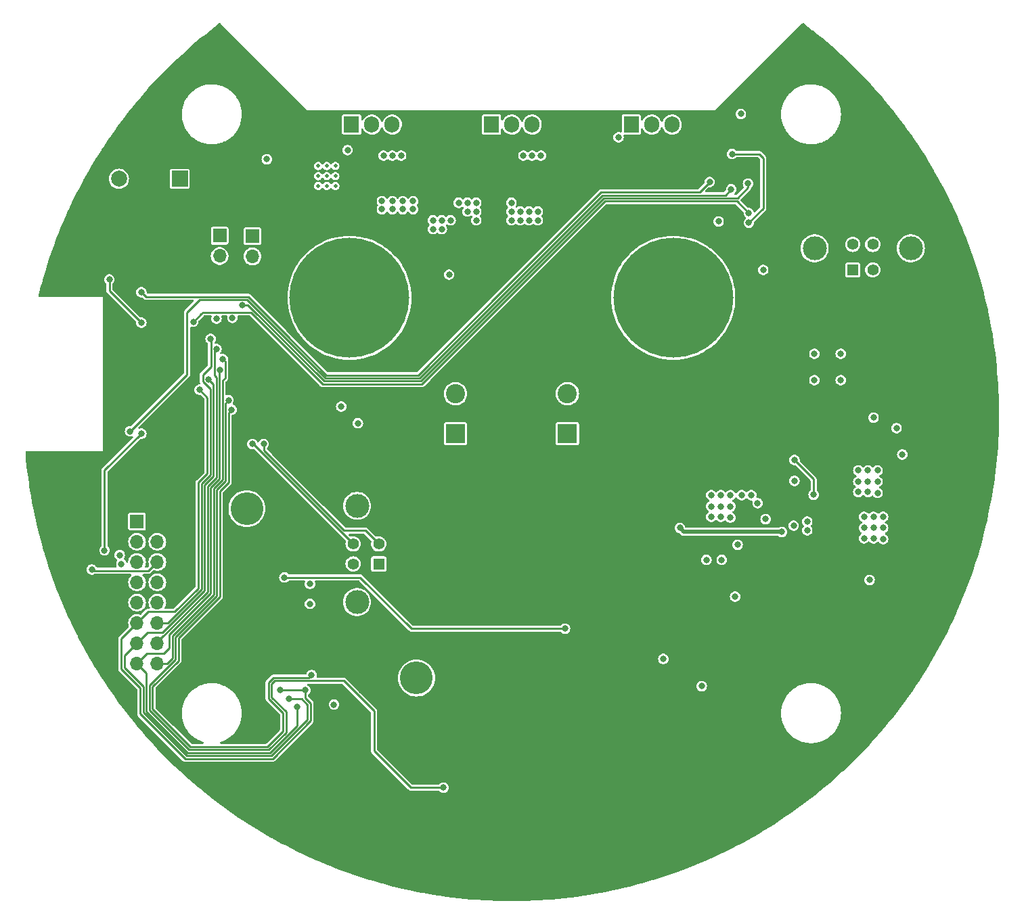
<source format=gbr>
%TF.GenerationSoftware,KiCad,Pcbnew,7.0.2-0*%
%TF.CreationDate,2023-06-29T11:19:38+08:00*%
%TF.ProjectId,H160_board,48313630-5f62-46f6-9172-642e6b696361,rev?*%
%TF.SameCoordinates,Original*%
%TF.FileFunction,Copper,L2,Inr*%
%TF.FilePolarity,Positive*%
%FSLAX46Y46*%
G04 Gerber Fmt 4.6, Leading zero omitted, Abs format (unit mm)*
G04 Created by KiCad (PCBNEW 7.0.2-0) date 2023-06-29 11:19:38*
%MOMM*%
%LPD*%
G01*
G04 APERTURE LIST*
%TA.AperFunction,ComponentPad*%
%ADD10R,1.400000X1.400000*%
%TD*%
%TA.AperFunction,ComponentPad*%
%ADD11C,1.400000*%
%TD*%
%TA.AperFunction,ComponentPad*%
%ADD12C,3.000000*%
%TD*%
%TA.AperFunction,ComponentPad*%
%ADD13R,2.400000X2.400000*%
%TD*%
%TA.AperFunction,ComponentPad*%
%ADD14C,2.400000*%
%TD*%
%TA.AperFunction,ComponentPad*%
%ADD15C,15.000000*%
%TD*%
%TA.AperFunction,ComponentPad*%
%ADD16C,4.100000*%
%TD*%
%TA.AperFunction,ComponentPad*%
%ADD17R,1.905000X2.000000*%
%TD*%
%TA.AperFunction,ComponentPad*%
%ADD18O,1.905000X2.000000*%
%TD*%
%TA.AperFunction,ComponentPad*%
%ADD19R,2.000000X2.000000*%
%TD*%
%TA.AperFunction,ComponentPad*%
%ADD20C,2.000000*%
%TD*%
%TA.AperFunction,ComponentPad*%
%ADD21R,1.700000X1.700000*%
%TD*%
%TA.AperFunction,ComponentPad*%
%ADD22O,1.700000X1.700000*%
%TD*%
%TA.AperFunction,ComponentPad*%
%ADD23C,0.500000*%
%TD*%
%TA.AperFunction,ViaPad*%
%ADD24C,0.800000*%
%TD*%
%TA.AperFunction,Conductor*%
%ADD25C,0.250000*%
%TD*%
%TA.AperFunction,Conductor*%
%ADD26C,0.500000*%
%TD*%
G04 APERTURE END LIST*
D10*
%TO.N,Net-(J6-VBUS)*%
%TO.C,J6*%
X142700000Y-82000000D03*
D11*
%TO.N,Net-(J6-D-)*%
X145200000Y-82000000D03*
%TO.N,Net-(J6-D+)*%
X145200000Y-78800000D03*
%TO.N,GND*%
X142700000Y-78800000D03*
D12*
X149970000Y-79290000D03*
X137930000Y-79290000D03*
%TD*%
D13*
%TO.N,+VDC*%
%TO.C,C5*%
X93000000Y-102500000D03*
D14*
%TO.N,GND*%
X93000000Y-97500000D03*
%TD*%
D15*
%TO.N,+VDC*%
%TO.C,H2*%
X120250000Y-85500000D03*
%TD*%
D13*
%TO.N,+VDC*%
%TO.C,C4*%
X107000000Y-102500000D03*
D14*
%TO.N,GND*%
X107000000Y-97500000D03*
%TD*%
D16*
%TO.N,+VDC*%
%TO.C,H1*%
X88131000Y-133092000D03*
%TD*%
D17*
%TO.N,/MOTOR_GATE_A*%
%TO.C,Q3*%
X97500000Y-63800000D03*
D18*
%TO.N,/MOTOR(-)*%
X100040000Y-63800000D03*
%TO.N,Net-(Q3-S)*%
X102580000Y-63800000D03*
%TD*%
D16*
%TO.N,GND*%
%TO.C,H4*%
X66907000Y-111879000D03*
%TD*%
D17*
%TO.N,/MOTOR_GATE_B*%
%TO.C,Q4*%
X80000000Y-63800000D03*
D18*
%TO.N,/MOTOR(-)*%
X82540000Y-63800000D03*
%TO.N,Net-(Q4-S)*%
X85080000Y-63800000D03*
%TD*%
D19*
%TO.N,+12V*%
%TO.C,BZ1*%
X58500000Y-70600000D03*
D20*
%TO.N,Net-(BZ1-+)*%
X50900000Y-70600000D03*
%TD*%
D21*
%TO.N,Net-(J5-Pin_1)*%
%TO.C,J5*%
X67600000Y-77775000D03*
D22*
%TO.N,/TRIGGER*%
X67600000Y-80315000D03*
%TD*%
D23*
%TO.N,GND*%
%TO.C,U4*%
X77975000Y-71500000D03*
X77975000Y-70250000D03*
X77975000Y-69000000D03*
X76900000Y-71500000D03*
X76900000Y-70250000D03*
X76900000Y-69000000D03*
X75825000Y-71500000D03*
X75825000Y-70250000D03*
X75825000Y-69000000D03*
%TD*%
D21*
%TO.N,+12V*%
%TO.C,J4*%
X53160000Y-113480000D03*
D22*
%TO.N,+3V3*%
X55700000Y-113480000D03*
%TO.N,GND*%
X53160000Y-116020000D03*
X55700000Y-116020000D03*
%TO.N,/SCL*%
X53160000Y-118560000D03*
%TO.N,/SDA*%
X55700000Y-118560000D03*
%TO.N,GND*%
X53160000Y-121100000D03*
X55700000Y-121100000D03*
%TO.N,/ADC3*%
X53160000Y-123640000D03*
%TO.N,/ADC2*%
X55700000Y-123640000D03*
%TO.N,/MOSI*%
X53160000Y-126180000D03*
%TO.N,/CS4*%
X55700000Y-126180000D03*
%TO.N,/SCK*%
X53160000Y-128720000D03*
%TO.N,/CS3*%
X55700000Y-128720000D03*
%TO.N,/MISO*%
X53160000Y-131260000D03*
%TO.N,/CS2*%
X55700000Y-131260000D03*
%TD*%
D10*
%TO.N,+5V*%
%TO.C,J1*%
X83400000Y-118800000D03*
D11*
%TO.N,Net-(J1-D-)*%
X83400000Y-116300000D03*
%TO.N,Net-(J1-D+)*%
X80200000Y-116300000D03*
%TO.N,GND*%
X80200000Y-118800000D03*
D12*
X80690000Y-111530000D03*
X80690000Y-123570000D03*
%TD*%
D21*
%TO.N,GND*%
%TO.C,J2*%
X63500000Y-77725000D03*
D22*
%TO.N,/FT_BOOT*%
X63500000Y-80265000D03*
%TD*%
D15*
%TO.N,/MOTOR(-)*%
%TO.C,H3*%
X79750000Y-85500000D03*
%TD*%
D17*
%TO.N,/MOTOR(-)*%
%TO.C,Q6*%
X115000000Y-63800000D03*
D18*
%TO.N,+VDC*%
X117540000Y-63800000D03*
%TO.N,/MOTOR(-)*%
X120080000Y-63800000D03*
%TD*%
D24*
%TO.N,/BUZZER*%
X49700000Y-83200000D03*
X53700000Y-88600000D03*
%TO.N,/FT_RST*%
X52300000Y-102200000D03*
%TO.N,Net-(U7-AIN1)*%
X51200000Y-118800000D03*
X119000000Y-130700000D03*
%TO.N,/FT_BOOT*%
X66350000Y-86397500D03*
%TO.N,/FT_TX*%
X60200000Y-88500000D03*
%TO.N,/FT_RX*%
X53700000Y-84800000D03*
%TO.N,/FT_TX*%
X129700000Y-74900000D03*
%TO.N,/FT_BOOT*%
X129600000Y-71200000D03*
%TO.N,/FT_RST*%
X127500000Y-71900000D03*
%TO.N,/FT_RX*%
X124800000Y-71000000D03*
%TO.N,Net-(D3-K)*%
X127600000Y-67500000D03*
X129700000Y-76100000D03*
%TO.N,+5V*%
X125909993Y-75927367D03*
X128700000Y-62475000D03*
X131500000Y-82000000D03*
%TO.N,/ADC_INT*%
X53700000Y-102500000D03*
%TO.N,GND*%
X92400000Y-75800000D03*
X90200000Y-76900000D03*
X145800000Y-108500000D03*
X90200000Y-75800000D03*
X137000000Y-113500000D03*
X127400000Y-111600000D03*
X126200000Y-110200000D03*
X143400000Y-107100000D03*
X91300000Y-76900000D03*
X144100000Y-115600000D03*
X91300000Y-75800000D03*
X125000000Y-110200000D03*
X146500000Y-112900000D03*
X145800000Y-107100000D03*
X144600000Y-109800000D03*
X126200000Y-111600000D03*
X137900000Y-92500000D03*
X145300000Y-115600000D03*
X125000000Y-112900000D03*
X145300000Y-114300000D03*
X137900000Y-95800000D03*
X145800000Y-109900000D03*
X146500000Y-115700000D03*
X141200000Y-92500000D03*
X144100000Y-112900000D03*
X144600000Y-107100000D03*
X125000000Y-111600000D03*
X127400000Y-113000000D03*
X137000000Y-114600000D03*
X126200000Y-112900000D03*
X145300000Y-112900000D03*
X127400000Y-110200000D03*
X146500000Y-114300000D03*
X144600000Y-108500000D03*
X144100000Y-114300000D03*
X143400000Y-109800000D03*
X141200000Y-95800000D03*
X143400000Y-108500000D03*
%TO.N,Net-(Q2-D)*%
X127975000Y-122900000D03*
X128300000Y-116400000D03*
%TO.N,/CS1*%
X65000000Y-99500000D03*
X75000000Y-132700000D03*
%TO.N,/CS0*%
X91500000Y-146800000D03*
X64600000Y-98300000D03*
%TO.N,/MOSI*%
X61000000Y-97000000D03*
X71100000Y-134600000D03*
X74200000Y-134600000D03*
%TO.N,/SCK*%
X62100000Y-95710000D03*
X72200000Y-135700000D03*
%TO.N,/MISO*%
X63500000Y-94500000D03*
X73200000Y-136700000D03*
%TO.N,/CS2*%
X63900000Y-93170000D03*
%TO.N,/CS3*%
X63100000Y-91900000D03*
%TO.N,/CS4*%
X62370000Y-90630000D03*
%TO.N,Net-(Q1-G)*%
X131800000Y-113200000D03*
X124400000Y-118300000D03*
%TO.N,Net-(Q2-G)*%
X130800000Y-111200000D03*
X126300000Y-118300000D03*
%TO.N,Net-(Q3-S)*%
X103700000Y-67700000D03*
X102600000Y-67700000D03*
X101500000Y-67700000D03*
%TO.N,Net-(Q4-S)*%
X84000000Y-67700000D03*
X85100000Y-67700000D03*
X86200000Y-67700000D03*
%TO.N,+12V*%
X69400000Y-68150000D03*
X128800000Y-110200000D03*
X145300000Y-100500000D03*
%TO.N,+5V*%
X148175000Y-101800000D03*
%TO.N,Net-(U3-IP+)*%
X95600000Y-75800000D03*
X102200000Y-75800000D03*
X94500000Y-74700000D03*
X100000000Y-74700000D03*
X87700000Y-74400000D03*
X86400000Y-73400000D03*
X101100000Y-75800000D03*
X86400000Y-74400000D03*
X94500000Y-73600000D03*
X93400000Y-73600000D03*
X103300000Y-75800000D03*
X100000000Y-75800000D03*
X95600000Y-74700000D03*
X85100000Y-73400000D03*
X85100000Y-74400000D03*
X95600000Y-73600000D03*
X87700000Y-73400000D03*
X83800000Y-74400000D03*
X101100000Y-74700000D03*
X100000000Y-73600000D03*
X103300000Y-74700000D03*
X102200000Y-74700000D03*
X83800000Y-73400000D03*
%TO.N,/MOTOR(-)*%
X113400000Y-65400000D03*
%TO.N,/VCC1*%
X135400000Y-105800000D03*
X137800000Y-110129500D03*
%TO.N,/SDA*%
X47500000Y-119500000D03*
%TO.N,Net-(BT1-+)*%
X106700000Y-126900000D03*
X71600000Y-120500000D03*
%TO.N,+VDC*%
X121075000Y-114300000D03*
X133825000Y-114800000D03*
%TO.N,/MOTOR_PWM*%
X65100000Y-88000000D03*
X79500000Y-67000000D03*
%TO.N,/ADC_INT*%
X49100000Y-117100000D03*
%TO.N,/FB*%
X135400000Y-108400000D03*
X148900000Y-105100000D03*
%TO.N,+3V3*%
X67700000Y-125600000D03*
X81200000Y-134700000D03*
X91500000Y-145300000D03*
X144100000Y-90600000D03*
X79600000Y-73600000D03*
X96600000Y-77200000D03*
X94800000Y-150300000D03*
X145200000Y-90600000D03*
X43800000Y-119500000D03*
X60700000Y-105900000D03*
X55300000Y-107200000D03*
X74300000Y-73700000D03*
X60800000Y-81900000D03*
X51100000Y-109900000D03*
X94800000Y-141600000D03*
X94800000Y-148400000D03*
X146300000Y-90600000D03*
X145200000Y-89500000D03*
%TO.N,/SENSE+*%
X144800000Y-120800000D03*
X130000000Y-110200000D03*
%TO.N,/IRQ_ORIENT*%
X78700000Y-99100000D03*
X74800000Y-121300000D03*
X77800000Y-136400000D03*
X74800000Y-123800000D03*
X63100000Y-88100000D03*
X80800000Y-101200000D03*
%TO.N,Net-(U1-EN{slash}SYNC)*%
X123800000Y-134100000D03*
X135300000Y-114000000D03*
%TO.N,Net-(U7-AIN0)*%
X92200000Y-82600000D03*
X51000000Y-117700000D03*
%TO.N,Net-(J1-D-)*%
X69000000Y-103800000D03*
%TO.N,Net-(J1-D+)*%
X67600000Y-103800000D03*
%TD*%
D25*
%TO.N,/BUZZER*%
X49700000Y-84600000D02*
X49700000Y-83200000D01*
X53700000Y-88600000D02*
X49700000Y-84600000D01*
%TO.N,/FT_RST*%
X127500000Y-71900000D02*
X126754000Y-72646000D01*
X126754000Y-72646000D02*
X111387684Y-72646000D01*
X88487684Y-95546000D02*
X76712316Y-95546000D01*
X111387684Y-72646000D02*
X88487684Y-95546000D01*
X60987683Y-85746000D02*
X59416842Y-87316842D01*
X76712316Y-95546000D02*
X66912316Y-85746000D01*
X66912316Y-85746000D02*
X60987683Y-85746000D01*
X59416842Y-87316842D02*
X59416842Y-95083158D01*
X59416842Y-95083158D02*
X52300000Y-102200000D01*
%TO.N,/FT_TX*%
X61400000Y-87300000D02*
X61200000Y-87500000D01*
%TO.N,/FT_RX*%
X67068475Y-85369000D02*
X61500000Y-85369000D01*
X76868474Y-95169000D02*
X71599737Y-89900263D01*
X82800000Y-95169000D02*
X76868474Y-95169000D01*
X111231526Y-72269000D02*
X98850263Y-84650263D01*
X120600000Y-72269000D02*
X111231526Y-72269000D01*
%TO.N,/ADC_INT*%
X49100000Y-117100000D02*
X49100000Y-114800000D01*
%TO.N,Net-(J1-D-)*%
X72766579Y-108333421D02*
X79066579Y-114633421D01*
%TO.N,/FT_TX*%
X61200000Y-87500000D02*
X60200000Y-88500000D01*
X76400000Y-96300000D02*
X67400000Y-87300000D01*
X129700000Y-74900000D02*
X128200000Y-73400000D01*
X128200000Y-73400000D02*
X111700000Y-73400000D01*
X88800000Y-96300000D02*
X76400000Y-96300000D01*
X111700000Y-73400000D02*
X88800000Y-96300000D01*
X67400000Y-87300000D02*
X61400000Y-87300000D01*
%TO.N,/FT_BOOT*%
X129600000Y-71700000D02*
X128277000Y-73023000D01*
X128277000Y-73023000D02*
X111543842Y-73023000D01*
X76556158Y-95923000D02*
X67030658Y-86397500D01*
X111543842Y-73023000D02*
X88643842Y-95923000D01*
X129600000Y-71200000D02*
X129600000Y-71700000D01*
X88643842Y-95923000D02*
X76556158Y-95923000D01*
X67030658Y-86397500D02*
X66350000Y-86397500D01*
%TO.N,/FT_RX*%
X54269000Y-85369000D02*
X53700000Y-84800000D01*
X61500000Y-85369000D02*
X54269000Y-85369000D01*
X71599737Y-89900263D02*
X67068475Y-85369000D01*
X88331526Y-95169000D02*
X82800000Y-95169000D01*
X124800000Y-71000000D02*
X123531000Y-72269000D01*
X98850263Y-84650263D02*
X88331526Y-95169000D01*
X123531000Y-72269000D02*
X120600000Y-72269000D01*
%TO.N,Net-(D3-K)*%
X127600000Y-67500000D02*
X131000000Y-67500000D01*
X131000000Y-67500000D02*
X131500000Y-68000000D01*
X131500000Y-68000000D02*
X131500000Y-74300000D01*
X131500000Y-74300000D02*
X129700000Y-76100000D01*
%TO.N,/ADC_INT*%
X49100000Y-107100000D02*
X53700000Y-102500000D01*
X49100000Y-114800000D02*
X49100000Y-107100000D01*
%TO.N,/CS1*%
X69623000Y-133643842D02*
X70221774Y-133045068D01*
X70221774Y-133045068D02*
X74654932Y-133045068D01*
X55077000Y-136944368D02*
X59824632Y-141692000D01*
X64605000Y-108595000D02*
X63500000Y-109700000D01*
X71423263Y-137456421D02*
X69623000Y-135656159D01*
X74654932Y-133045068D02*
X75000000Y-132700000D01*
X65000000Y-99500000D02*
X64605000Y-99895000D01*
X58331000Y-128101106D02*
X58331000Y-130897397D01*
X58331000Y-128101106D02*
X63500000Y-122932106D01*
X55077000Y-134151397D02*
X55077000Y-136944368D01*
X59824632Y-141692000D02*
X69475368Y-141692000D01*
X69475368Y-141692000D02*
X71423263Y-139744105D01*
X64605000Y-99895000D02*
X64605000Y-108595000D01*
X71423263Y-139744105D02*
X71423263Y-137456421D01*
X55077000Y-134151397D02*
X58331000Y-130897397D01*
X69623000Y-135656159D02*
X69623000Y-133643842D01*
X63500000Y-109700000D02*
X63500000Y-122932106D01*
%TO.N,/CS0*%
X82800000Y-137222068D02*
X82800000Y-142200000D01*
X54700000Y-137100526D02*
X59668474Y-142069000D01*
X64228000Y-108438842D02*
X63123000Y-109543842D01*
X63123000Y-109543842D02*
X63123000Y-122775948D01*
X63123000Y-122775948D02*
X57954000Y-127944948D01*
X57954000Y-127944948D02*
X57954000Y-130741239D01*
X59668474Y-142069000D02*
X69631526Y-142069000D01*
X71800263Y-139900263D02*
X71800263Y-137300263D01*
X54700000Y-133995239D02*
X54700000Y-137100526D01*
X69631526Y-142069000D02*
X71800263Y-139900263D01*
X70000000Y-135500000D02*
X70000000Y-133800000D01*
X71800263Y-137300263D02*
X70000000Y-135500000D01*
X70000000Y-133800000D02*
X70377932Y-133422068D01*
X82800000Y-142200000D02*
X87400000Y-146800000D01*
X57954000Y-130741239D02*
X54700000Y-133995239D01*
X79000000Y-133422068D02*
X82800000Y-137222068D01*
X70377932Y-133422068D02*
X79000000Y-133422068D01*
X64228000Y-98672000D02*
X64228000Y-108438842D01*
X87400000Y-146800000D02*
X91500000Y-146800000D01*
X64600000Y-98300000D02*
X64228000Y-98672000D01*
%TO.N,/MOSI*%
X61966000Y-97966000D02*
X61966000Y-107501894D01*
X61000000Y-97000000D02*
X61966000Y-97966000D01*
X54540000Y-124800000D02*
X53160000Y-126180000D01*
X51200000Y-128140000D02*
X51200000Y-131956158D01*
X61966000Y-107501894D02*
X60861000Y-108606894D01*
X53569000Y-137569000D02*
X59200000Y-143200000D01*
X74200000Y-134600000D02*
X71100000Y-134600000D01*
X60861000Y-121839000D02*
X57900000Y-124800000D01*
X57900000Y-124800000D02*
X54540000Y-124800000D01*
X53160000Y-126180000D02*
X51200000Y-128140000D01*
X74877000Y-138423000D02*
X74877000Y-136243842D01*
X74200000Y-135566842D02*
X74200000Y-134600000D01*
X53569000Y-134325158D02*
X53569000Y-137569000D01*
X59200000Y-143200000D02*
X70100000Y-143200000D01*
X60861000Y-108606894D02*
X60861000Y-121839000D01*
X70100000Y-143200000D02*
X74877000Y-138423000D01*
X51200000Y-131956158D02*
X53569000Y-134325158D01*
X74877000Y-136243842D02*
X74200000Y-135566842D01*
%TO.N,/SCK*%
X53160000Y-128720000D02*
X51577000Y-130303000D01*
X74500000Y-136400000D02*
X73800000Y-135700000D01*
X56366316Y-127400000D02*
X61615000Y-122151316D01*
X61615000Y-122151316D02*
X61615000Y-108919210D01*
X61615000Y-108919210D02*
X62720000Y-107814210D01*
X51577000Y-130303000D02*
X51577000Y-131800000D01*
X53160000Y-128720000D02*
X54480000Y-127400000D01*
X74500000Y-138266842D02*
X74500000Y-136400000D01*
X59356158Y-142823000D02*
X69943842Y-142823000D01*
X73800000Y-135700000D02*
X72200000Y-135700000D01*
X53946000Y-137412842D02*
X59356158Y-142823000D01*
X69943842Y-142823000D02*
X74500000Y-138266842D01*
X62720000Y-107814210D02*
X62720000Y-96330000D01*
X53946000Y-134169000D02*
X53946000Y-137412842D01*
X51577000Y-131800000D02*
X53946000Y-134169000D01*
X54480000Y-127400000D02*
X56366316Y-127400000D01*
X62720000Y-96330000D02*
X62100000Y-95710000D01*
%TO.N,/MISO*%
X57200000Y-127632632D02*
X57200000Y-129300000D01*
X54420000Y-130000000D02*
X53160000Y-131260000D01*
X53160000Y-131260000D02*
X54323000Y-132423000D01*
X56500000Y-130000000D02*
X54420000Y-130000000D01*
X57200000Y-129300000D02*
X56500000Y-130000000D01*
X63474000Y-94526000D02*
X63474000Y-108126526D01*
X54323000Y-137256684D02*
X59512316Y-142446000D01*
X59512316Y-142446000D02*
X69787684Y-142446000D01*
X73200000Y-139033684D02*
X73200000Y-136700000D01*
X69787684Y-142446000D02*
X73200000Y-139033684D01*
X63500000Y-94500000D02*
X63474000Y-94526000D01*
X63474000Y-108126526D02*
X62369000Y-109231526D01*
X62369000Y-122463632D02*
X57200000Y-127632632D01*
X62369000Y-109231526D02*
X62369000Y-122463632D01*
X54323000Y-132423000D02*
X54323000Y-137256684D01*
%TO.N,/CS2*%
X62746000Y-109387684D02*
X63851000Y-108282684D01*
X57577000Y-130585081D02*
X57577000Y-127788790D01*
X62746000Y-122619790D02*
X62746000Y-109387684D01*
X56902081Y-131260000D02*
X57577000Y-130585081D01*
X64200000Y-95500000D02*
X64200000Y-93470000D01*
X57577000Y-127788790D02*
X62746000Y-122619790D01*
X63851000Y-95849000D02*
X64200000Y-95500000D01*
X55700000Y-131260000D02*
X56902081Y-131260000D01*
X64200000Y-93470000D02*
X63900000Y-93170000D01*
X63851000Y-108282684D02*
X63851000Y-95849000D01*
%TO.N,/CS3*%
X61992000Y-109075368D02*
X63097000Y-107970368D01*
X55700000Y-128599474D02*
X61992000Y-122307474D01*
X62848000Y-95251000D02*
X62848000Y-92152000D01*
X61992000Y-122307474D02*
X61992000Y-109075368D01*
X63097000Y-107970368D02*
X63097000Y-95500000D01*
X62848000Y-92152000D02*
X63100000Y-91900000D01*
X63097000Y-95500000D02*
X62848000Y-95251000D01*
%TO.N,/CS4*%
X62400000Y-90660000D02*
X62370000Y-90630000D01*
X55700000Y-126180000D02*
X57053158Y-126180000D01*
X62400000Y-94100000D02*
X62400000Y-90660000D01*
X61400000Y-95932068D02*
X61400000Y-95100000D01*
X57053158Y-126180000D02*
X61238000Y-121995158D01*
X61400000Y-95100000D02*
X62400000Y-94100000D01*
X61238000Y-121995158D02*
X61238000Y-108763052D01*
X62343000Y-107658052D02*
X62343000Y-96875068D01*
X62343000Y-96875068D02*
X61400000Y-95932068D01*
X61238000Y-108763052D02*
X62343000Y-107658052D01*
%TO.N,/VCC1*%
X137800000Y-108200000D02*
X135400000Y-105800000D01*
X137800000Y-110129500D02*
X137800000Y-108200000D01*
%TO.N,/SDA*%
X54598000Y-119662000D02*
X47662000Y-119662000D01*
X47662000Y-119662000D02*
X47500000Y-119500000D01*
X55700000Y-118560000D02*
X54598000Y-119662000D01*
%TO.N,Net-(BT1-+)*%
X81100000Y-120500000D02*
X71600000Y-120500000D01*
X106700000Y-126900000D02*
X87500000Y-126900000D01*
X87500000Y-126900000D02*
X81100000Y-120500000D01*
D26*
%TO.N,+VDC*%
X121575000Y-114800000D02*
X121075000Y-114300000D01*
X133825000Y-114800000D02*
X121575000Y-114800000D01*
D25*
%TO.N,Net-(J1-D-)*%
X79066579Y-114633421D02*
X81733421Y-114633421D01*
X69000000Y-104566842D02*
X72766579Y-108333421D01*
X69000000Y-103800000D02*
X69000000Y-104566842D01*
X81733421Y-114633421D02*
X83400000Y-116300000D01*
%TO.N,Net-(J1-D+)*%
X67700000Y-103800000D02*
X80200000Y-116300000D01*
X67600000Y-103800000D02*
X67700000Y-103800000D01*
%TD*%
%TA.AperFunction,Conductor*%
%TO.N,+3V3*%
G36*
X63619743Y-51128104D02*
G01*
X63649579Y-51150204D01*
X74481917Y-61982624D01*
X74482153Y-61982976D01*
X74499617Y-62000383D01*
X74499898Y-62000499D01*
X74499999Y-62000541D01*
X74500000Y-62000541D01*
X74524952Y-62000541D01*
X74525158Y-62000500D01*
X125474745Y-62000500D01*
X125475406Y-62000632D01*
X125499998Y-62000542D01*
X125499998Y-62000541D01*
X125500000Y-62000542D01*
X125500172Y-62000469D01*
X125500383Y-62000383D01*
X125500383Y-62000381D01*
X125518372Y-61982368D01*
X125518458Y-61982239D01*
X125542187Y-61958499D01*
X136347474Y-51148037D01*
X136409776Y-51113999D01*
X136480593Y-51119047D01*
X136513110Y-51137010D01*
X137660915Y-52014459D01*
X137663387Y-52016399D01*
X138257829Y-52495351D01*
X138873374Y-52991306D01*
X138875853Y-52993355D01*
X140060614Y-53998871D01*
X140063039Y-54000984D01*
X141221661Y-55036334D01*
X141224032Y-55038507D01*
X142355929Y-56103167D01*
X142358233Y-56105391D01*
X142854558Y-56596705D01*
X143369415Y-57106364D01*
X143465222Y-57201341D01*
X143467414Y-57203568D01*
X144386544Y-58161086D01*
X144546100Y-58327590D01*
X144548223Y-58329861D01*
X145010620Y-58836862D01*
X145395597Y-59258974D01*
X145405707Y-59270082D01*
X145597804Y-59481127D01*
X145599857Y-59483439D01*
X146387452Y-60392568D01*
X146619634Y-60661182D01*
X146621617Y-60663533D01*
X147358756Y-61559653D01*
X147610945Y-61867010D01*
X147612857Y-61869399D01*
X148305825Y-62757067D01*
X148571054Y-63097782D01*
X148572894Y-63100205D01*
X149226306Y-63982749D01*
X149499365Y-64352727D01*
X149501133Y-64355184D01*
X150118192Y-65234714D01*
X150395271Y-65631030D01*
X150396966Y-65633517D01*
X150980050Y-66511459D01*
X151258165Y-66931824D01*
X151259787Y-66934340D01*
X151810962Y-67812054D01*
X152087483Y-68254261D01*
X152089032Y-68256803D01*
X152609886Y-69135245D01*
X152882698Y-69597493D01*
X152884173Y-69600060D01*
X153376027Y-70480046D01*
X153564341Y-70818678D01*
X153643271Y-70960611D01*
X153644662Y-70963184D01*
X153686227Y-71042219D01*
X154108519Y-71845215D01*
X154368715Y-72342745D01*
X154370042Y-72345355D01*
X154722975Y-73060179D01*
X154806443Y-73229232D01*
X154812816Y-73242219D01*
X155058571Y-73743019D01*
X155059824Y-73745647D01*
X155469582Y-74631855D01*
X155712369Y-75160484D01*
X155713547Y-75163128D01*
X156097255Y-76051868D01*
X156329674Y-76594190D01*
X156330777Y-76596848D01*
X156688838Y-77488028D01*
X156910098Y-78043239D01*
X156911127Y-78045909D01*
X157122286Y-78612884D01*
X157197460Y-78814734D01*
X157243856Y-78939309D01*
X157453242Y-79506634D01*
X157454197Y-79509314D01*
X157761929Y-80404847D01*
X157958772Y-80983468D01*
X157959653Y-80986156D01*
X158242688Y-81883740D01*
X158426340Y-82472732D01*
X158427147Y-82475426D01*
X158685717Y-83374853D01*
X158855653Y-83973492D01*
X158856386Y-83976189D01*
X159090682Y-84877179D01*
X159246418Y-85484714D01*
X159247078Y-85487413D01*
X159457229Y-86389492D01*
X159598393Y-87005474D01*
X159598981Y-87008174D01*
X159745123Y-87716900D01*
X159779484Y-87883537D01*
X159785177Y-87911143D01*
X159911337Y-88534724D01*
X159911852Y-88537421D01*
X160074235Y-89440927D01*
X160185044Y-90071457D01*
X160185488Y-90074150D01*
X160324209Y-90977939D01*
X160419344Y-91614694D01*
X160419714Y-91617370D01*
X160471845Y-92026376D01*
X160534898Y-92521082D01*
X160614082Y-93163464D01*
X160614383Y-93166144D01*
X160706136Y-94069285D01*
X160769122Y-94716647D01*
X160769353Y-94719318D01*
X160837792Y-95621446D01*
X160884375Y-96273379D01*
X160884536Y-96276037D01*
X160929783Y-97176757D01*
X160959751Y-97832410D01*
X160959844Y-97835055D01*
X160982023Y-98734059D01*
X160995214Y-99392961D01*
X160995239Y-99395591D01*
X160994467Y-100292251D01*
X160990735Y-100953872D01*
X160990693Y-100956486D01*
X160967097Y-101850466D01*
X160946317Y-102514153D01*
X160946209Y-102516748D01*
X160899919Y-103407614D01*
X160861991Y-104072806D01*
X160861817Y-104075381D01*
X160792959Y-104962754D01*
X160737819Y-105628674D01*
X160737582Y-105631227D01*
X160646292Y-106514672D01*
X160573863Y-107181007D01*
X160573562Y-107183537D01*
X160460010Y-108062366D01*
X160370244Y-108728604D01*
X160369880Y-108731109D01*
X160234214Y-109604951D01*
X160126902Y-110271669D01*
X159969072Y-111141236D01*
X159928493Y-111357780D01*
X159844353Y-111806782D01*
X159664697Y-112670507D01*
X159522622Y-113334142D01*
X159321326Y-114191522D01*
X159161915Y-114852777D01*
X158939156Y-115703377D01*
X158762479Y-116361644D01*
X158518442Y-117205042D01*
X158324559Y-117859830D01*
X158059488Y-118695419D01*
X157848444Y-119346331D01*
X157562585Y-120173573D01*
X157334438Y-120820195D01*
X157028013Y-121638654D01*
X156782917Y-122280351D01*
X156456100Y-123089734D01*
X156194213Y-123725926D01*
X155847280Y-124525697D01*
X155568705Y-125155987D01*
X155201899Y-125945722D01*
X154906839Y-126569514D01*
X154520404Y-127348805D01*
X154208992Y-127965707D01*
X153803313Y-128733895D01*
X153475642Y-129343601D01*
X153050948Y-130100362D01*
X152707314Y-130702211D01*
X152263869Y-131447170D01*
X151904454Y-132040753D01*
X151442604Y-132773416D01*
X151067625Y-133358293D01*
X150587635Y-134078310D01*
X150197364Y-134653980D01*
X149699591Y-135360890D01*
X149294215Y-135927005D01*
X148779056Y-136620314D01*
X148358794Y-137176499D01*
X147826532Y-137855890D01*
X147391734Y-138401618D01*
X146842705Y-139066718D01*
X146393640Y-139601601D01*
X145828244Y-140251975D01*
X145365164Y-140775659D01*
X144783739Y-141410966D01*
X144307011Y-141922990D01*
X143872872Y-142373705D01*
X143709981Y-142542815D01*
X143219808Y-143042914D01*
X142607558Y-143646896D01*
X142104353Y-144134608D01*
X141477216Y-144722457D01*
X141324730Y-144862843D01*
X140961353Y-145197386D01*
X140319761Y-145768730D01*
X139791458Y-146230640D01*
X139135921Y-146785058D01*
X138595573Y-147233566D01*
X137926431Y-147770807D01*
X137374390Y-148205591D01*
X136692166Y-148725263D01*
X136128724Y-149146064D01*
X135433857Y-149647863D01*
X134859447Y-150054325D01*
X134152276Y-150538034D01*
X133567352Y-150929809D01*
X132848364Y-151395119D01*
X132253283Y-151771946D01*
X131522947Y-152218574D01*
X130918100Y-152580188D01*
X130176854Y-153007881D01*
X129562685Y-153353996D01*
X128811042Y-153762480D01*
X128187884Y-154092890D01*
X127426381Y-154481892D01*
X126794649Y-154796355D01*
X126023755Y-155165656D01*
X125383857Y-155463953D01*
X124604040Y-155813342D01*
X123956495Y-156095213D01*
X123168249Y-156424488D01*
X122513424Y-156689758D01*
X121717198Y-156998740D01*
X121055695Y-157247158D01*
X120251957Y-157535675D01*
X119584099Y-157767110D01*
X119536191Y-157782939D01*
X118773544Y-158034924D01*
X118099672Y-158249243D01*
X117282754Y-158496218D01*
X116603461Y-158693220D01*
X115780622Y-158919232D01*
X115096430Y-159098760D01*
X114268148Y-159303682D01*
X113579396Y-159465638D01*
X112746383Y-159649301D01*
X112053559Y-159793565D01*
X111216204Y-159955892D01*
X110519849Y-160082345D01*
X109678668Y-160223239D01*
X109132398Y-160308023D01*
X108979208Y-160331799D01*
X108134881Y-160451152D01*
X107432687Y-160541755D01*
X106585705Y-160639504D01*
X105881362Y-160712068D01*
X105032161Y-160788168D01*
X104326194Y-160842637D01*
X103475362Y-160897035D01*
X102768190Y-160933377D01*
X102027089Y-160961791D01*
X101916286Y-160966039D01*
X101591851Y-160974375D01*
X101208360Y-160984228D01*
X100355915Y-160995134D01*
X99647749Y-160995156D01*
X98795342Y-160984301D01*
X98087370Y-160966154D01*
X97235525Y-160933546D01*
X96528279Y-160897243D01*
X95677494Y-160842900D01*
X95235012Y-160808786D01*
X94971467Y-160788468D01*
X94122293Y-160712423D01*
X93417967Y-160639904D01*
X92570937Y-160542200D01*
X91868764Y-160451643D01*
X91024419Y-160332339D01*
X90857190Y-160306394D01*
X90324885Y-160223810D01*
X89483810Y-160082986D01*
X89013650Y-159997638D01*
X88787383Y-159956564D01*
X88687963Y-159937297D01*
X87950027Y-159794288D01*
X87257230Y-159650073D01*
X86424164Y-159466451D01*
X85969092Y-159359472D01*
X85735393Y-159304533D01*
X85249160Y-159184267D01*
X84907176Y-159099680D01*
X84222894Y-158920173D01*
X83400054Y-158694214D01*
X82720811Y-158497271D01*
X81903810Y-158250324D01*
X81229973Y-158036062D01*
X80419392Y-157768294D01*
X80415980Y-157767112D01*
X80370713Y-157751428D01*
X79751492Y-157536890D01*
X78947761Y-157248430D01*
X78911488Y-157234810D01*
X78286214Y-157000041D01*
X77879620Y-156842287D01*
X77489966Y-156691105D01*
X76835188Y-156425899D01*
X76046876Y-156096652D01*
X75399334Y-155814830D01*
X75082919Y-155673086D01*
X74619446Y-155465464D01*
X74293774Y-155313672D01*
X73979639Y-155167257D01*
X73208617Y-154797953D01*
X72576932Y-154483560D01*
X71815379Y-154094590D01*
X71192133Y-153764182D01*
X70440635Y-153355836D01*
X70020852Y-153119301D01*
X69826252Y-153009650D01*
X69085072Y-152582052D01*
X68480232Y-152220493D01*
X67749826Y-151773885D01*
X67154697Y-151397075D01*
X66435748Y-150931853D01*
X65850753Y-150540082D01*
X65143555Y-150056415D01*
X64569149Y-149650010D01*
X64566176Y-149647863D01*
X63874213Y-149148224D01*
X63310806Y-148727502D01*
X62628518Y-148207848D01*
X62309520Y-147956637D01*
X62076465Y-147773106D01*
X61632201Y-147416461D01*
X61407275Y-147235896D01*
X61072171Y-146957780D01*
X60866875Y-146787396D01*
X60211346Y-146233053D01*
X59682953Y-145771121D01*
X59041403Y-145199884D01*
X58525434Y-144724915D01*
X57898327Y-144137165D01*
X57395062Y-143649454D01*
X57313245Y-143568752D01*
X56782755Y-143045488D01*
X56458022Y-142714218D01*
X56292598Y-142545464D01*
X55695537Y-141925684D01*
X55674650Y-141903253D01*
X55218754Y-141413664D01*
X54637252Y-140778348D01*
X54627748Y-140767602D01*
X54174229Y-140254792D01*
X54171780Y-140251975D01*
X53608721Y-139604368D01*
X53159696Y-139069598D01*
X52833664Y-138674688D01*
X52610535Y-138404420D01*
X52175787Y-137858820D01*
X51735381Y-137296747D01*
X51643430Y-137179394D01*
X51586678Y-137104296D01*
X51299443Y-136724209D01*
X51223160Y-136623266D01*
X50876958Y-136157401D01*
X50707940Y-135929963D01*
X50302531Y-135363873D01*
X49804738Y-134657025D01*
X49414403Y-134081337D01*
X49321649Y-133942218D01*
X48934372Y-133361350D01*
X48932411Y-133358293D01*
X48559405Y-132776571D01*
X48097451Y-132043840D01*
X48034723Y-131940257D01*
X50815580Y-131940257D01*
X50819532Y-131971952D01*
X50820500Y-131987539D01*
X50820500Y-131987606D01*
X50823955Y-132008317D01*
X50824705Y-132013462D01*
X50832241Y-132073909D01*
X50832276Y-132074019D01*
X50861255Y-132127568D01*
X50863638Y-132132197D01*
X50890406Y-132186951D01*
X50890461Y-132187024D01*
X50935284Y-132228288D01*
X50939041Y-132231893D01*
X53152594Y-134445446D01*
X53186620Y-134507758D01*
X53189499Y-134534541D01*
X53189499Y-137516576D01*
X53186818Y-137542429D01*
X53184580Y-137553099D01*
X53188532Y-137584794D01*
X53189500Y-137600381D01*
X53189500Y-137600448D01*
X53192955Y-137621159D01*
X53193705Y-137626304D01*
X53201241Y-137686751D01*
X53201276Y-137686861D01*
X53230255Y-137740410D01*
X53232638Y-137745039D01*
X53259406Y-137799793D01*
X53259461Y-137799866D01*
X53304284Y-137841130D01*
X53308041Y-137844735D01*
X58894581Y-143431275D01*
X58910966Y-143451450D01*
X58916932Y-143460582D01*
X58942141Y-143480203D01*
X58953842Y-143490537D01*
X58953881Y-143490576D01*
X58953884Y-143490578D01*
X58953887Y-143490581D01*
X58970999Y-143502799D01*
X58975142Y-143505889D01*
X59023234Y-143543320D01*
X59023296Y-143543352D01*
X59031017Y-143545650D01*
X59031021Y-143545653D01*
X59081743Y-143560752D01*
X59086607Y-143562311D01*
X59136673Y-143579500D01*
X59136675Y-143579500D01*
X59144280Y-143582111D01*
X59144369Y-143582124D01*
X59152408Y-143581791D01*
X59152410Y-143581792D01*
X59202002Y-143579741D01*
X59205225Y-143579608D01*
X59210431Y-143579500D01*
X70047574Y-143579500D01*
X70073431Y-143582181D01*
X70084100Y-143584419D01*
X70115796Y-143580468D01*
X70131382Y-143579500D01*
X70131440Y-143579500D01*
X70131443Y-143579500D01*
X70152194Y-143576036D01*
X70157243Y-143575300D01*
X70209783Y-143568752D01*
X70209788Y-143568749D01*
X70217782Y-143567753D01*
X70217842Y-143567734D01*
X70224926Y-143563900D01*
X70224927Y-143563900D01*
X70271411Y-143538742D01*
X70276043Y-143536359D01*
X70330807Y-143509587D01*
X70330854Y-143509552D01*
X70348359Y-143490537D01*
X70372130Y-143464713D01*
X70375713Y-143460979D01*
X75108276Y-138728416D01*
X75128457Y-138712029D01*
X75137582Y-138706068D01*
X75157201Y-138680859D01*
X75167546Y-138669147D01*
X75167580Y-138669114D01*
X75179774Y-138652033D01*
X75182880Y-138647867D01*
X75215375Y-138606119D01*
X75215375Y-138606117D01*
X75220319Y-138599766D01*
X75220355Y-138599695D01*
X75222651Y-138591982D01*
X75222653Y-138591980D01*
X75237743Y-138541289D01*
X75239326Y-138536351D01*
X75256500Y-138486327D01*
X75256500Y-138486325D01*
X75259112Y-138478717D01*
X75259124Y-138478633D01*
X75258791Y-138470592D01*
X75258792Y-138470591D01*
X75256608Y-138417786D01*
X75256500Y-138412579D01*
X75256500Y-136400000D01*
X77140693Y-136400000D01*
X77159850Y-136557780D01*
X77216212Y-136706394D01*
X77297445Y-136824079D01*
X77306502Y-136837201D01*
X77425471Y-136942599D01*
X77566207Y-137016463D01*
X77720529Y-137054500D01*
X77720531Y-137054500D01*
X77879469Y-137054500D01*
X77879471Y-137054500D01*
X78033793Y-137016463D01*
X78174529Y-136942599D01*
X78293498Y-136837201D01*
X78383787Y-136706395D01*
X78440149Y-136557782D01*
X78459307Y-136400000D01*
X78440149Y-136242218D01*
X78383787Y-136093605D01*
X78293498Y-135962799D01*
X78174529Y-135857401D01*
X78033793Y-135783537D01*
X77879471Y-135745500D01*
X77720529Y-135745500D01*
X77566207Y-135783537D01*
X77566206Y-135783537D01*
X77566204Y-135783538D01*
X77425472Y-135857400D01*
X77306501Y-135962799D01*
X77216212Y-136093605D01*
X77159850Y-136242219D01*
X77140693Y-136400000D01*
X75256500Y-136400000D01*
X75256500Y-136296268D01*
X75259182Y-136270410D01*
X75261419Y-136259741D01*
X75257468Y-136228046D01*
X75256500Y-136212460D01*
X75256500Y-136212400D01*
X75256500Y-136212399D01*
X75253040Y-136191665D01*
X75252294Y-136186542D01*
X75248661Y-136157401D01*
X75245752Y-136134060D01*
X75245751Y-136134059D01*
X75244756Y-136126070D01*
X75244732Y-136125997D01*
X75240900Y-136118916D01*
X75240900Y-136118915D01*
X75215746Y-136072435D01*
X75213362Y-136067803D01*
X75186593Y-136013046D01*
X75186545Y-136012982D01*
X75180619Y-136007527D01*
X75180619Y-136007526D01*
X75141713Y-135971710D01*
X75137957Y-135968105D01*
X74616405Y-135446553D01*
X74582379Y-135384241D01*
X74579500Y-135357458D01*
X74579500Y-135194902D01*
X74599502Y-135126781D01*
X74621947Y-135100590D01*
X74684130Y-135045500D01*
X74693498Y-135037201D01*
X74783787Y-134906395D01*
X74840149Y-134757782D01*
X74859307Y-134600000D01*
X74840149Y-134442218D01*
X74783787Y-134293605D01*
X74693498Y-134162799D01*
X74574529Y-134057401D01*
X74539725Y-134039134D01*
X74488703Y-133989767D01*
X74472471Y-133920651D01*
X74496182Y-133853731D01*
X74552309Y-133810254D01*
X74598281Y-133801568D01*
X78790616Y-133801568D01*
X78858737Y-133821570D01*
X78879711Y-133838473D01*
X82383595Y-137342357D01*
X82417621Y-137404669D01*
X82420500Y-137431452D01*
X82420500Y-142147574D01*
X82417818Y-142173431D01*
X82415581Y-142184099D01*
X82419532Y-142215793D01*
X82420500Y-142231380D01*
X82420500Y-142231448D01*
X82423955Y-142252159D01*
X82424705Y-142257304D01*
X82432241Y-142317751D01*
X82432276Y-142317861D01*
X82461255Y-142371410D01*
X82463638Y-142376039D01*
X82490406Y-142430793D01*
X82490461Y-142430866D01*
X82535284Y-142472130D01*
X82539041Y-142475735D01*
X87094581Y-147031275D01*
X87110966Y-147051450D01*
X87116932Y-147060582D01*
X87142141Y-147080203D01*
X87153842Y-147090537D01*
X87153882Y-147090577D01*
X87170977Y-147102782D01*
X87175141Y-147105887D01*
X87175794Y-147106395D01*
X87223225Y-147143313D01*
X87223314Y-147143359D01*
X87281697Y-147160740D01*
X87286660Y-147162330D01*
X87344276Y-147182110D01*
X87344366Y-147182123D01*
X87352407Y-147181790D01*
X87352409Y-147181791D01*
X87402365Y-147179725D01*
X87405200Y-147179608D01*
X87410406Y-147179500D01*
X90900544Y-147179500D01*
X90968665Y-147199502D01*
X91004238Y-147233921D01*
X91006502Y-147237201D01*
X91125471Y-147342599D01*
X91266207Y-147416463D01*
X91420529Y-147454500D01*
X91420531Y-147454500D01*
X91579469Y-147454500D01*
X91579471Y-147454500D01*
X91733793Y-147416463D01*
X91874529Y-147342599D01*
X91993498Y-147237201D01*
X92083787Y-147106395D01*
X92140149Y-146957782D01*
X92159307Y-146800000D01*
X92140149Y-146642218D01*
X92083787Y-146493605D01*
X91993498Y-146362799D01*
X91874529Y-146257401D01*
X91733793Y-146183537D01*
X91579471Y-146145500D01*
X91420529Y-146145500D01*
X91266207Y-146183537D01*
X91266206Y-146183537D01*
X91266204Y-146183538D01*
X91125472Y-146257400D01*
X91125470Y-146257401D01*
X91125471Y-146257401D01*
X91006502Y-146362799D01*
X91004238Y-146366078D01*
X90949081Y-146410776D01*
X90900544Y-146420500D01*
X87609384Y-146420500D01*
X87541263Y-146400498D01*
X87520289Y-146383595D01*
X83216405Y-142079710D01*
X83182379Y-142017398D01*
X83179500Y-141990615D01*
X83179500Y-137477000D01*
X133721680Y-137477000D01*
X133721842Y-137480194D01*
X133721842Y-137480195D01*
X133730397Y-137648897D01*
X133729969Y-137650683D01*
X133730648Y-137657248D01*
X133731154Y-137663817D01*
X133731810Y-137676747D01*
X133731972Y-137683131D01*
X133731972Y-137686433D01*
X133732381Y-137688018D01*
X133740784Y-137853721D01*
X133740785Y-137853737D01*
X133740947Y-137856919D01*
X133741430Y-137860075D01*
X133741431Y-137860080D01*
X133767468Y-138030037D01*
X133767145Y-138032437D01*
X133769037Y-138041491D01*
X133770247Y-138048183D01*
X133772270Y-138061390D01*
X133773054Y-138067498D01*
X133773098Y-138067931D01*
X133773396Y-138068733D01*
X133782104Y-138125579D01*
X133798552Y-138232940D01*
X133799350Y-138236022D01*
X133843211Y-138405427D01*
X133843114Y-138408425D01*
X133846671Y-138419567D01*
X133848617Y-138426303D01*
X133852196Y-138440126D01*
X133852858Y-138442960D01*
X133853009Y-138443267D01*
X133893103Y-138598119D01*
X133893902Y-138601204D01*
X133895009Y-138604193D01*
X133956841Y-138771145D01*
X133957087Y-138774706D01*
X133962676Y-138787495D01*
X133965376Y-138794191D01*
X134026019Y-138957932D01*
X134027426Y-138960800D01*
X134027428Y-138960805D01*
X134107170Y-139123369D01*
X134107872Y-139127450D01*
X134115797Y-139141453D01*
X134119263Y-139148023D01*
X134188193Y-139288546D01*
X134193549Y-139299464D01*
X134292636Y-139458435D01*
X134293899Y-139462966D01*
X134304357Y-139477676D01*
X134308594Y-139484036D01*
X134392698Y-139618970D01*
X134394771Y-139622295D01*
X134396728Y-139624823D01*
X134511314Y-139772857D01*
X134513228Y-139777748D01*
X134526334Y-139792660D01*
X134531329Y-139798714D01*
X134625667Y-139920589D01*
X134627620Y-139923112D01*
X134629816Y-139925422D01*
X134760924Y-140063348D01*
X134763575Y-140068509D01*
X134779389Y-140083147D01*
X134785124Y-140088806D01*
X134889709Y-140198829D01*
X134892124Y-140200902D01*
X134892128Y-140200906D01*
X135038853Y-140326865D01*
X135042308Y-140332187D01*
X135060812Y-140346073D01*
X135067258Y-140351250D01*
X135178346Y-140446616D01*
X135180968Y-140448441D01*
X135180972Y-140448444D01*
X135342212Y-140560670D01*
X135346524Y-140566034D01*
X135367616Y-140578699D01*
X135374725Y-140583299D01*
X135490571Y-140663931D01*
X135667846Y-140762326D01*
X135673050Y-140767602D01*
X135696560Y-140778606D01*
X135704296Y-140782558D01*
X135820380Y-140846990D01*
X135820388Y-140846994D01*
X135823179Y-140848543D01*
X135826099Y-140849796D01*
X135826103Y-140849798D01*
X136012353Y-140929724D01*
X136018469Y-140934782D01*
X136044204Y-140943734D01*
X136052497Y-140946951D01*
X136172758Y-140998559D01*
X136372139Y-141061115D01*
X136379169Y-141065818D01*
X136406846Y-141072350D01*
X136415625Y-141074759D01*
X136535720Y-141112439D01*
X136538833Y-141113078D01*
X136538838Y-141113080D01*
X136595220Y-141124666D01*
X136743459Y-141155130D01*
X136751381Y-141159338D01*
X136780683Y-141163132D01*
X136789854Y-141164665D01*
X136908340Y-141189015D01*
X137122437Y-141210786D01*
X137131216Y-141214363D01*
X137161800Y-141215151D01*
X137171306Y-141215756D01*
X137283599Y-141227175D01*
X137283600Y-141227175D01*
X137286796Y-141227500D01*
X137289996Y-141227500D01*
X137505121Y-141227500D01*
X137514701Y-141230313D01*
X137546185Y-141227876D01*
X137555910Y-141227500D01*
X137664004Y-141227500D01*
X137667204Y-141227500D01*
X137887521Y-141205096D01*
X137897820Y-141207015D01*
X137929757Y-141201195D01*
X137939580Y-141199802D01*
X138045660Y-141189015D01*
X138265646Y-141143806D01*
X138276575Y-141144714D01*
X138308559Y-141135404D01*
X138318398Y-141132965D01*
X138418280Y-141112439D01*
X138538375Y-141074759D01*
X138635558Y-141044268D01*
X138647014Y-141044056D01*
X138678612Y-141031206D01*
X138688356Y-141027702D01*
X138781242Y-140998559D01*
X138993393Y-140907517D01*
X139005249Y-140906091D01*
X139036012Y-140889711D01*
X139045530Y-140885143D01*
X139130821Y-140848543D01*
X139335420Y-140734981D01*
X139347535Y-140732258D01*
X139377024Y-140712417D01*
X139386215Y-140706788D01*
X139463429Y-140663931D01*
X139658077Y-140528451D01*
X139670299Y-140524368D01*
X139698083Y-140501190D01*
X139706818Y-140494527D01*
X139775654Y-140446616D01*
X139957984Y-140290090D01*
X139970156Y-140284599D01*
X139995829Y-140258256D01*
X140003978Y-140250605D01*
X140064291Y-140198829D01*
X140232022Y-140022376D01*
X140243978Y-140015448D01*
X140267151Y-139986171D01*
X140274626Y-139977557D01*
X140326380Y-139923112D01*
X140477324Y-139728107D01*
X140488887Y-139719738D01*
X140509208Y-139687791D01*
X140515887Y-139678288D01*
X140559229Y-139622295D01*
X140691341Y-139410339D01*
X140702337Y-139400541D01*
X140719485Y-139366235D01*
X140725252Y-139355935D01*
X140760451Y-139299464D01*
X140871835Y-139072392D01*
X140882085Y-139061203D01*
X140895770Y-139024903D01*
X140900547Y-139013859D01*
X140927981Y-138957932D01*
X141016919Y-138717790D01*
X141026250Y-138705265D01*
X141036239Y-138667336D01*
X141039929Y-138655661D01*
X141041786Y-138650648D01*
X141060098Y-138601204D01*
X141125065Y-138350284D01*
X141133313Y-138336491D01*
X141139414Y-138297321D01*
X141141936Y-138285126D01*
X141154648Y-138236030D01*
X141154650Y-138236022D01*
X141155448Y-138232940D01*
X141213053Y-137856919D01*
X141232320Y-137477000D01*
X141213053Y-137097081D01*
X141155448Y-136721060D01*
X141141934Y-136668867D01*
X141139414Y-136656680D01*
X141134147Y-136622865D01*
X141125067Y-136603723D01*
X141124786Y-136602638D01*
X141060098Y-136352796D01*
X141046604Y-136316362D01*
X141039928Y-136298335D01*
X141036238Y-136286662D01*
X141027593Y-136253835D01*
X141016921Y-136236215D01*
X140927981Y-135996068D01*
X140900535Y-135940116D01*
X140895768Y-135929096D01*
X140883889Y-135897587D01*
X140871835Y-135881607D01*
X140761862Y-135657412D01*
X140761859Y-135657408D01*
X140760451Y-135654536D01*
X140725267Y-135598088D01*
X140719491Y-135587773D01*
X140704562Y-135557906D01*
X140691341Y-135543659D01*
X140602530Y-135401175D01*
X140559229Y-135331705D01*
X140515887Y-135275711D01*
X140509210Y-135266212D01*
X140491470Y-135238323D01*
X140477323Y-135225891D01*
X140461502Y-135205452D01*
X140326380Y-135030888D01*
X140274625Y-134976442D01*
X140267156Y-134967835D01*
X140246876Y-134942211D01*
X140232020Y-134931622D01*
X140227149Y-134926498D01*
X140066771Y-134757780D01*
X140066484Y-134757478D01*
X140066483Y-134757477D01*
X140064291Y-134755171D01*
X140061876Y-134753098D01*
X140061871Y-134753093D01*
X140003998Y-134703411D01*
X139995836Y-134695749D01*
X139973306Y-134672632D01*
X139957982Y-134663908D01*
X139950034Y-134657085D01*
X139775654Y-134507384D01*
X139773034Y-134505560D01*
X139773027Y-134505555D01*
X139706829Y-134459480D01*
X139698094Y-134452817D01*
X139673643Y-134432419D01*
X139658076Y-134425547D01*
X139463429Y-134290069D01*
X139460643Y-134288522D01*
X139460634Y-134288517D01*
X139386225Y-134247217D01*
X139377035Y-134241588D01*
X139351017Y-134224082D01*
X139335420Y-134219018D01*
X139222056Y-134156096D01*
X139130821Y-134105457D01*
X139127894Y-134104200D01*
X139127886Y-134104197D01*
X139045552Y-134068864D01*
X139036026Y-134064294D01*
X139008811Y-134049804D01*
X138993393Y-134046482D01*
X138784165Y-133956695D01*
X138784158Y-133956692D01*
X138781242Y-133955441D01*
X138778215Y-133954491D01*
X138778190Y-133954482D01*
X138688380Y-133926304D01*
X138678633Y-133922800D01*
X138650602Y-133911400D01*
X138635560Y-133909733D01*
X138421312Y-133842512D01*
X138421306Y-133842510D01*
X138418280Y-133841561D01*
X138415176Y-133840923D01*
X138415168Y-133840921D01*
X138318417Y-133821038D01*
X138308569Y-133818596D01*
X138280129Y-133810318D01*
X138265648Y-133810193D01*
X138048788Y-133765627D01*
X138048772Y-133765624D01*
X138045660Y-133764985D01*
X138042501Y-133764663D01*
X138042470Y-133764659D01*
X137939618Y-133754200D01*
X137929778Y-133752806D01*
X137901302Y-133747617D01*
X137887524Y-133748904D01*
X137670383Y-133726823D01*
X137670377Y-133726822D01*
X137667204Y-133726500D01*
X137555901Y-133726500D01*
X137546177Y-133726124D01*
X137518051Y-133723946D01*
X137505121Y-133726500D01*
X137286796Y-133726500D01*
X137283623Y-133726822D01*
X137283616Y-133726823D01*
X137171326Y-133738242D01*
X137161823Y-133738846D01*
X137134420Y-133739551D01*
X137122438Y-133743213D01*
X136911512Y-133764662D01*
X136911503Y-133764663D01*
X136908340Y-133764985D01*
X136905230Y-133765623D01*
X136905211Y-133765627D01*
X136789893Y-133789326D01*
X136780709Y-133790862D01*
X136754387Y-133794270D01*
X136743460Y-133798868D01*
X136538835Y-133840920D01*
X136538819Y-133840924D01*
X136535720Y-133841561D01*
X136532689Y-133842511D01*
X136532681Y-133842514D01*
X136415631Y-133879238D01*
X136406855Y-133881647D01*
X136381942Y-133887526D01*
X136372142Y-133892882D01*
X136175810Y-133954482D01*
X136175784Y-133954491D01*
X136172758Y-133955441D01*
X136169846Y-133956690D01*
X136169826Y-133956698D01*
X136052516Y-134007040D01*
X136044225Y-134010256D01*
X136021005Y-134018333D01*
X136012354Y-134024275D01*
X135826103Y-134104201D01*
X135826083Y-134104210D01*
X135823179Y-134105457D01*
X135820398Y-134107000D01*
X135820395Y-134107002D01*
X135704303Y-134171438D01*
X135696570Y-134175388D01*
X135675310Y-134185338D01*
X135667846Y-134191673D01*
X135493365Y-134288517D01*
X135493347Y-134288528D01*
X135490571Y-134290069D01*
X135487958Y-134291887D01*
X135487935Y-134291902D01*
X135374745Y-134370685D01*
X135367631Y-134375290D01*
X135348516Y-134386768D01*
X135342213Y-134393328D01*
X135180972Y-134505555D01*
X135180956Y-134505567D01*
X135178346Y-134507384D01*
X135067251Y-134602756D01*
X135060816Y-134607923D01*
X135044020Y-134620526D01*
X135038854Y-134627133D01*
X134892129Y-134753093D01*
X134892123Y-134753098D01*
X134889709Y-134755171D01*
X134887530Y-134757463D01*
X134887504Y-134757488D01*
X134785124Y-134865192D01*
X134779392Y-134870849D01*
X134765007Y-134884163D01*
X134760925Y-134890649D01*
X134629825Y-135028567D01*
X134629813Y-135028580D01*
X134627620Y-135030888D01*
X134625675Y-135033400D01*
X134625667Y-135033410D01*
X134531335Y-135155278D01*
X134526340Y-135161331D01*
X134514398Y-135174918D01*
X134511315Y-135181141D01*
X134396728Y-135329176D01*
X134396722Y-135329183D01*
X134394771Y-135331705D01*
X134393083Y-135334411D01*
X134393083Y-135334413D01*
X134308603Y-135469948D01*
X134304370Y-135476302D01*
X134294816Y-135489741D01*
X134292637Y-135495563D01*
X134195245Y-135651814D01*
X134195239Y-135651823D01*
X134193549Y-135654536D01*
X134192143Y-135657401D01*
X134192137Y-135657413D01*
X134119261Y-135805981D01*
X134115795Y-135812550D01*
X134108559Y-135825334D01*
X134107171Y-135830628D01*
X134027424Y-135993202D01*
X134027424Y-135993203D01*
X134026019Y-135996068D01*
X134024916Y-135999044D01*
X134024910Y-135999060D01*
X133965378Y-136159803D01*
X133962679Y-136166495D01*
X133957567Y-136178193D01*
X133956841Y-136182853D01*
X133907359Y-136316461D01*
X133893902Y-136352796D01*
X133893107Y-136355866D01*
X133893104Y-136355876D01*
X133853009Y-136510732D01*
X133852879Y-136510949D01*
X133852195Y-136513875D01*
X133848617Y-136527693D01*
X133846673Y-136534424D01*
X133843422Y-136544606D01*
X133843212Y-136548572D01*
X133799349Y-136717978D01*
X133799345Y-136717996D01*
X133798552Y-136721060D01*
X133798071Y-136724197D01*
X133798069Y-136724209D01*
X133773396Y-136885265D01*
X133773120Y-136885852D01*
X133773054Y-136886500D01*
X133772270Y-136892614D01*
X133770248Y-136905812D01*
X133769038Y-136912499D01*
X133767311Y-136920762D01*
X133767468Y-136923960D01*
X133741431Y-137093918D01*
X133741431Y-137093919D01*
X133740947Y-137097081D01*
X133740785Y-137100260D01*
X133740784Y-137100278D01*
X133732381Y-137265980D01*
X133731972Y-137267150D01*
X133731972Y-137270868D01*
X133731810Y-137277253D01*
X133731154Y-137290181D01*
X133730649Y-137296747D01*
X133730033Y-137302702D01*
X133730397Y-137305101D01*
X133725348Y-137404669D01*
X133721680Y-137477000D01*
X83179500Y-137477000D01*
X83179500Y-137274494D01*
X83182182Y-137248636D01*
X83184419Y-137237968D01*
X83183024Y-137226781D01*
X83180468Y-137206272D01*
X83179500Y-137190686D01*
X83179500Y-137190626D01*
X83179476Y-137190480D01*
X83176040Y-137169891D01*
X83175294Y-137164768D01*
X83167756Y-137104296D01*
X83167732Y-137104223D01*
X83163900Y-137097142D01*
X83163900Y-137097141D01*
X83143205Y-137058900D01*
X83138746Y-137050661D01*
X83136362Y-137046029D01*
X83109593Y-136991272D01*
X83109545Y-136991208D01*
X83103619Y-136985753D01*
X83103619Y-136985752D01*
X83064713Y-136949936D01*
X83060957Y-136946331D01*
X79305418Y-133190792D01*
X79289030Y-133170612D01*
X79283067Y-133161485D01*
X79257855Y-133141861D01*
X79246153Y-133131526D01*
X79246117Y-133131490D01*
X79229032Y-133119291D01*
X79224863Y-133116182D01*
X79193792Y-133092000D01*
X85821555Y-133092000D01*
X85821825Y-133096119D01*
X85839171Y-133360774D01*
X85841313Y-133393443D01*
X85842116Y-133397483D01*
X85842117Y-133397486D01*
X85894890Y-133662799D01*
X85900247Y-133689728D01*
X85901572Y-133693634D01*
X85901574Y-133693638D01*
X85980554Y-133926304D01*
X85997351Y-133975786D01*
X86037599Y-134057401D01*
X86128429Y-134241588D01*
X86130962Y-134246723D01*
X86298794Y-134497901D01*
X86497976Y-134725024D01*
X86725099Y-134924206D01*
X86976277Y-135092038D01*
X87247214Y-135225649D01*
X87533272Y-135322753D01*
X87829557Y-135381687D01*
X88131000Y-135401445D01*
X88432443Y-135381687D01*
X88728728Y-135322753D01*
X89014786Y-135225649D01*
X89285723Y-135092038D01*
X89536901Y-134924206D01*
X89764024Y-134725024D01*
X89963206Y-134497901D01*
X90131038Y-134246723D01*
X90203394Y-134099999D01*
X123140693Y-134099999D01*
X123159850Y-134257780D01*
X123216212Y-134406394D01*
X123287361Y-134509470D01*
X123306502Y-134537201D01*
X123425471Y-134642599D01*
X123566207Y-134716463D01*
X123720529Y-134754500D01*
X123720531Y-134754500D01*
X123879469Y-134754500D01*
X123879471Y-134754500D01*
X124033793Y-134716463D01*
X124174529Y-134642599D01*
X124293498Y-134537201D01*
X124383787Y-134406395D01*
X124440149Y-134257782D01*
X124459307Y-134100000D01*
X124440149Y-133942218D01*
X124383787Y-133793605D01*
X124293498Y-133662799D01*
X124174529Y-133557401D01*
X124033793Y-133483537D01*
X123879471Y-133445500D01*
X123720529Y-133445500D01*
X123566207Y-133483537D01*
X123566206Y-133483537D01*
X123566204Y-133483538D01*
X123425472Y-133557400D01*
X123306501Y-133662799D01*
X123216212Y-133793605D01*
X123159850Y-133942219D01*
X123140693Y-134099999D01*
X90203394Y-134099999D01*
X90264649Y-133975786D01*
X90361753Y-133689728D01*
X90420687Y-133393443D01*
X90440445Y-133092000D01*
X90439423Y-133076415D01*
X90427771Y-132898636D01*
X90420687Y-132790557D01*
X90361753Y-132494272D01*
X90264649Y-132208214D01*
X90131038Y-131937278D01*
X89963206Y-131686099D01*
X89764024Y-131458976D01*
X89536901Y-131259794D01*
X89285723Y-131091962D01*
X89282023Y-131090137D01*
X89282019Y-131090135D01*
X89112208Y-131006394D01*
X89014786Y-130958351D01*
X89010886Y-130957027D01*
X88732638Y-130862574D01*
X88732634Y-130862572D01*
X88728728Y-130861247D01*
X88724680Y-130860441D01*
X88724677Y-130860441D01*
X88436486Y-130803117D01*
X88436483Y-130803116D01*
X88432443Y-130802313D01*
X88428332Y-130802043D01*
X88428328Y-130802043D01*
X88135119Y-130782825D01*
X88131000Y-130782555D01*
X88126881Y-130782825D01*
X87833671Y-130802043D01*
X87833665Y-130802043D01*
X87829557Y-130802313D01*
X87825518Y-130803116D01*
X87825513Y-130803117D01*
X87537322Y-130860441D01*
X87537315Y-130860442D01*
X87533272Y-130861247D01*
X87529369Y-130862571D01*
X87529361Y-130862574D01*
X87251113Y-130957027D01*
X87251106Y-130957029D01*
X87247214Y-130958351D01*
X87243533Y-130960165D01*
X87243519Y-130960172D01*
X86979981Y-131090135D01*
X86979970Y-131090141D01*
X86976278Y-131091962D01*
X86972849Y-131094252D01*
X86972844Y-131094256D01*
X86728529Y-131257501D01*
X86728517Y-131257509D01*
X86725099Y-131259794D01*
X86722004Y-131262507D01*
X86721999Y-131262512D01*
X86501064Y-131456267D01*
X86501056Y-131456274D01*
X86497976Y-131458976D01*
X86495274Y-131462056D01*
X86495267Y-131462064D01*
X86301512Y-131682999D01*
X86301507Y-131683004D01*
X86298794Y-131686099D01*
X86296509Y-131689517D01*
X86296501Y-131689529D01*
X86133256Y-131933844D01*
X86133252Y-131933849D01*
X86130962Y-131937278D01*
X86129141Y-131940970D01*
X86129135Y-131940981D01*
X85999172Y-132204519D01*
X85999165Y-132204533D01*
X85997351Y-132208214D01*
X85996029Y-132212106D01*
X85996027Y-132212113D01*
X85901574Y-132490361D01*
X85901571Y-132490369D01*
X85900247Y-132494272D01*
X85899442Y-132498315D01*
X85899441Y-132498322D01*
X85842596Y-132784107D01*
X85841313Y-132790557D01*
X85841043Y-132794665D01*
X85841043Y-132794671D01*
X85822426Y-133078711D01*
X85821555Y-133092000D01*
X79193792Y-133092000D01*
X79183119Y-133083693D01*
X79183117Y-133083692D01*
X79176767Y-133078750D01*
X79176692Y-133078711D01*
X79118311Y-133061330D01*
X79113353Y-133059741D01*
X79055722Y-133039956D01*
X79055630Y-133039943D01*
X78994786Y-133042460D01*
X78989579Y-133042568D01*
X75752611Y-133042568D01*
X75684490Y-133022566D01*
X75637997Y-132968910D01*
X75627893Y-132898636D01*
X75634797Y-132871892D01*
X75640149Y-132857782D01*
X75659307Y-132700000D01*
X75640149Y-132542218D01*
X75583787Y-132393605D01*
X75493498Y-132262799D01*
X75374529Y-132157401D01*
X75233793Y-132083537D01*
X75079471Y-132045500D01*
X74920529Y-132045500D01*
X74766207Y-132083537D01*
X74766206Y-132083537D01*
X74766204Y-132083538D01*
X74625472Y-132157400D01*
X74506501Y-132262799D01*
X74416212Y-132393605D01*
X74363695Y-132532081D01*
X74359851Y-132542218D01*
X74358328Y-132554757D01*
X74330263Y-132619967D01*
X74271395Y-132659655D01*
X74233248Y-132665568D01*
X70274195Y-132665568D01*
X70248338Y-132662886D01*
X70246163Y-132662430D01*
X70237673Y-132660649D01*
X70205985Y-132664600D01*
X70190399Y-132665568D01*
X70190327Y-132665568D01*
X70169599Y-132669026D01*
X70164451Y-132669776D01*
X70104026Y-132677307D01*
X70103906Y-132677346D01*
X70050341Y-132706333D01*
X70045716Y-132708714D01*
X69990996Y-132735466D01*
X69990900Y-132735537D01*
X69949642Y-132780353D01*
X69946039Y-132784107D01*
X69391724Y-133338422D01*
X69371550Y-133354806D01*
X69362419Y-133360772D01*
X69342792Y-133385988D01*
X69332463Y-133397684D01*
X69332418Y-133397728D01*
X69320212Y-133414823D01*
X69317105Y-133418990D01*
X69279691Y-133467060D01*
X69279638Y-133467164D01*
X69262259Y-133525537D01*
X69260672Y-133530492D01*
X69240888Y-133588123D01*
X69240875Y-133588212D01*
X69243392Y-133649055D01*
X69243500Y-133654262D01*
X69243500Y-135603733D01*
X69240817Y-135629590D01*
X69238581Y-135640259D01*
X69240719Y-135657413D01*
X69242532Y-135671952D01*
X69243500Y-135687539D01*
X69243500Y-135687607D01*
X69246955Y-135708318D01*
X69247705Y-135713463D01*
X69255241Y-135773910D01*
X69255276Y-135774020D01*
X69284255Y-135827569D01*
X69286638Y-135832198D01*
X69313407Y-135886955D01*
X69313458Y-135887022D01*
X69319380Y-135892473D01*
X69319381Y-135892475D01*
X69356891Y-135927005D01*
X69358286Y-135928289D01*
X69362044Y-135931896D01*
X71006858Y-137576710D01*
X71040884Y-137639022D01*
X71043763Y-137665805D01*
X71043763Y-139534721D01*
X71023761Y-139602842D01*
X71006858Y-139623816D01*
X69355079Y-141275595D01*
X69292767Y-141309621D01*
X69265984Y-141312500D01*
X63649126Y-141312500D01*
X63581005Y-141292498D01*
X63534512Y-141238842D01*
X63524408Y-141168568D01*
X63553902Y-141103988D01*
X63611405Y-141066279D01*
X63681557Y-141044268D01*
X63693014Y-141044056D01*
X63724612Y-141031206D01*
X63734356Y-141027702D01*
X63827242Y-140998559D01*
X64039393Y-140907517D01*
X64051249Y-140906091D01*
X64082012Y-140889711D01*
X64091530Y-140885143D01*
X64176821Y-140848543D01*
X64381420Y-140734981D01*
X64393535Y-140732258D01*
X64423024Y-140712417D01*
X64432215Y-140706788D01*
X64509429Y-140663931D01*
X64704077Y-140528451D01*
X64716299Y-140524368D01*
X64744083Y-140501190D01*
X64752818Y-140494527D01*
X64821654Y-140446616D01*
X65003984Y-140290090D01*
X65016156Y-140284599D01*
X65041829Y-140258256D01*
X65049978Y-140250605D01*
X65110291Y-140198829D01*
X65278022Y-140022376D01*
X65289978Y-140015448D01*
X65313151Y-139986171D01*
X65320626Y-139977557D01*
X65372380Y-139923112D01*
X65523324Y-139728107D01*
X65534887Y-139719738D01*
X65555208Y-139687791D01*
X65561887Y-139678288D01*
X65605229Y-139622295D01*
X65737341Y-139410339D01*
X65748337Y-139400541D01*
X65765485Y-139366235D01*
X65771252Y-139355935D01*
X65806451Y-139299464D01*
X65917835Y-139072392D01*
X65928085Y-139061203D01*
X65941770Y-139024903D01*
X65946547Y-139013859D01*
X65973981Y-138957932D01*
X66062919Y-138717790D01*
X66072250Y-138705265D01*
X66082239Y-138667336D01*
X66085929Y-138655661D01*
X66087786Y-138650648D01*
X66106098Y-138601204D01*
X66171065Y-138350284D01*
X66179313Y-138336491D01*
X66185414Y-138297321D01*
X66187936Y-138285126D01*
X66200648Y-138236030D01*
X66200650Y-138236022D01*
X66201448Y-138232940D01*
X66259053Y-137856919D01*
X66278320Y-137477000D01*
X66259053Y-137097081D01*
X66201448Y-136721060D01*
X66187934Y-136668867D01*
X66185414Y-136656680D01*
X66180147Y-136622865D01*
X66171067Y-136603723D01*
X66170786Y-136602638D01*
X66106098Y-136352796D01*
X66092604Y-136316362D01*
X66085928Y-136298335D01*
X66082238Y-136286662D01*
X66073593Y-136253835D01*
X66062921Y-136236215D01*
X65973981Y-135996068D01*
X65946535Y-135940116D01*
X65941768Y-135929096D01*
X65929889Y-135897587D01*
X65917835Y-135881607D01*
X65807862Y-135657412D01*
X65807859Y-135657408D01*
X65806451Y-135654536D01*
X65771267Y-135598088D01*
X65765491Y-135587773D01*
X65750562Y-135557906D01*
X65737341Y-135543659D01*
X65648530Y-135401175D01*
X65605229Y-135331705D01*
X65561887Y-135275711D01*
X65555210Y-135266212D01*
X65537470Y-135238323D01*
X65523323Y-135225891D01*
X65507502Y-135205452D01*
X65372380Y-135030888D01*
X65320625Y-134976442D01*
X65313156Y-134967835D01*
X65292876Y-134942211D01*
X65278020Y-134931622D01*
X65273149Y-134926498D01*
X65112771Y-134757780D01*
X65112484Y-134757478D01*
X65112483Y-134757477D01*
X65110291Y-134755171D01*
X65107876Y-134753098D01*
X65107871Y-134753093D01*
X65049998Y-134703411D01*
X65041836Y-134695749D01*
X65019306Y-134672632D01*
X65003982Y-134663908D01*
X64996034Y-134657085D01*
X64821654Y-134507384D01*
X64819034Y-134505560D01*
X64819027Y-134505555D01*
X64752829Y-134459480D01*
X64744094Y-134452817D01*
X64719643Y-134432419D01*
X64704076Y-134425547D01*
X64509429Y-134290069D01*
X64506643Y-134288522D01*
X64506634Y-134288517D01*
X64432225Y-134247217D01*
X64423035Y-134241588D01*
X64397017Y-134224082D01*
X64381420Y-134219018D01*
X64268056Y-134156096D01*
X64176821Y-134105457D01*
X64173894Y-134104200D01*
X64173886Y-134104197D01*
X64091552Y-134068864D01*
X64082026Y-134064294D01*
X64054811Y-134049804D01*
X64039393Y-134046482D01*
X63830165Y-133956695D01*
X63830158Y-133956692D01*
X63827242Y-133955441D01*
X63824215Y-133954491D01*
X63824190Y-133954482D01*
X63734380Y-133926304D01*
X63724633Y-133922800D01*
X63696602Y-133911400D01*
X63681560Y-133909733D01*
X63467312Y-133842512D01*
X63467306Y-133842510D01*
X63464280Y-133841561D01*
X63461176Y-133840923D01*
X63461168Y-133840921D01*
X63364417Y-133821038D01*
X63354569Y-133818596D01*
X63326129Y-133810318D01*
X63311648Y-133810193D01*
X63094788Y-133765627D01*
X63094772Y-133765624D01*
X63091660Y-133764985D01*
X63088501Y-133764663D01*
X63088470Y-133764659D01*
X62985618Y-133754200D01*
X62975778Y-133752806D01*
X62947302Y-133747617D01*
X62933524Y-133748904D01*
X62716383Y-133726823D01*
X62716377Y-133726822D01*
X62713204Y-133726500D01*
X62601901Y-133726500D01*
X62592177Y-133726124D01*
X62564051Y-133723946D01*
X62551121Y-133726500D01*
X62332796Y-133726500D01*
X62329623Y-133726822D01*
X62329616Y-133726823D01*
X62217326Y-133738242D01*
X62207823Y-133738846D01*
X62180420Y-133739551D01*
X62168438Y-133743213D01*
X61957512Y-133764662D01*
X61957503Y-133764663D01*
X61954340Y-133764985D01*
X61951230Y-133765623D01*
X61951211Y-133765627D01*
X61835893Y-133789326D01*
X61826709Y-133790862D01*
X61800387Y-133794270D01*
X61789460Y-133798868D01*
X61584835Y-133840920D01*
X61584819Y-133840924D01*
X61581720Y-133841561D01*
X61578689Y-133842511D01*
X61578681Y-133842514D01*
X61461631Y-133879238D01*
X61452855Y-133881647D01*
X61427942Y-133887526D01*
X61418142Y-133892882D01*
X61221810Y-133954482D01*
X61221784Y-133954491D01*
X61218758Y-133955441D01*
X61215846Y-133956690D01*
X61215826Y-133956698D01*
X61098516Y-134007040D01*
X61090225Y-134010256D01*
X61067005Y-134018333D01*
X61058354Y-134024275D01*
X60872103Y-134104201D01*
X60872083Y-134104210D01*
X60869179Y-134105457D01*
X60866398Y-134107000D01*
X60866395Y-134107002D01*
X60750303Y-134171438D01*
X60742570Y-134175388D01*
X60721310Y-134185338D01*
X60713846Y-134191673D01*
X60539365Y-134288517D01*
X60539347Y-134288528D01*
X60536571Y-134290069D01*
X60533958Y-134291887D01*
X60533935Y-134291902D01*
X60420745Y-134370685D01*
X60413631Y-134375290D01*
X60394516Y-134386768D01*
X60388213Y-134393328D01*
X60226972Y-134505555D01*
X60226956Y-134505567D01*
X60224346Y-134507384D01*
X60113251Y-134602756D01*
X60106816Y-134607923D01*
X60090020Y-134620526D01*
X60084854Y-134627133D01*
X59938129Y-134753093D01*
X59938123Y-134753098D01*
X59935709Y-134755171D01*
X59933530Y-134757463D01*
X59933504Y-134757488D01*
X59831124Y-134865192D01*
X59825392Y-134870849D01*
X59811007Y-134884163D01*
X59806925Y-134890649D01*
X59675825Y-135028567D01*
X59675813Y-135028580D01*
X59673620Y-135030888D01*
X59671675Y-135033400D01*
X59671667Y-135033410D01*
X59577335Y-135155278D01*
X59572340Y-135161331D01*
X59560398Y-135174918D01*
X59557315Y-135181141D01*
X59442728Y-135329176D01*
X59442722Y-135329183D01*
X59440771Y-135331705D01*
X59439083Y-135334411D01*
X59439083Y-135334413D01*
X59354603Y-135469948D01*
X59350370Y-135476302D01*
X59340816Y-135489741D01*
X59338637Y-135495563D01*
X59241245Y-135651814D01*
X59241239Y-135651823D01*
X59239549Y-135654536D01*
X59238143Y-135657401D01*
X59238137Y-135657413D01*
X59165261Y-135805981D01*
X59161795Y-135812550D01*
X59154559Y-135825334D01*
X59153171Y-135830628D01*
X59073424Y-135993202D01*
X59073424Y-135993203D01*
X59072019Y-135996068D01*
X59070916Y-135999044D01*
X59070910Y-135999060D01*
X59011378Y-136159803D01*
X59008679Y-136166495D01*
X59003567Y-136178193D01*
X59002841Y-136182853D01*
X58953359Y-136316461D01*
X58939902Y-136352796D01*
X58939107Y-136355866D01*
X58939104Y-136355876D01*
X58899009Y-136510732D01*
X58898879Y-136510949D01*
X58898195Y-136513875D01*
X58894617Y-136527693D01*
X58892673Y-136534424D01*
X58889422Y-136544606D01*
X58889212Y-136548572D01*
X58845349Y-136717978D01*
X58845345Y-136717996D01*
X58844552Y-136721060D01*
X58844071Y-136724197D01*
X58844069Y-136724209D01*
X58819396Y-136885265D01*
X58819120Y-136885852D01*
X58819054Y-136886500D01*
X58818270Y-136892614D01*
X58816248Y-136905812D01*
X58815038Y-136912499D01*
X58813311Y-136920762D01*
X58813468Y-136923960D01*
X58787431Y-137093918D01*
X58787431Y-137093919D01*
X58786947Y-137097081D01*
X58786785Y-137100260D01*
X58786784Y-137100278D01*
X58778381Y-137265980D01*
X58777972Y-137267150D01*
X58777972Y-137270868D01*
X58777810Y-137277253D01*
X58777154Y-137290181D01*
X58776649Y-137296747D01*
X58776033Y-137302702D01*
X58776397Y-137305101D01*
X58771348Y-137404669D01*
X58767680Y-137477000D01*
X58767842Y-137480194D01*
X58767842Y-137480195D01*
X58776397Y-137648897D01*
X58775969Y-137650683D01*
X58776648Y-137657248D01*
X58777154Y-137663817D01*
X58777810Y-137676747D01*
X58777972Y-137683131D01*
X58777972Y-137686433D01*
X58778381Y-137688018D01*
X58786784Y-137853721D01*
X58786785Y-137853737D01*
X58786947Y-137856919D01*
X58787430Y-137860075D01*
X58787431Y-137860080D01*
X58813468Y-138030037D01*
X58813145Y-138032437D01*
X58815037Y-138041491D01*
X58816247Y-138048183D01*
X58818270Y-138061390D01*
X58819054Y-138067498D01*
X58819098Y-138067931D01*
X58819396Y-138068733D01*
X58828104Y-138125579D01*
X58844552Y-138232940D01*
X58845350Y-138236022D01*
X58889211Y-138405427D01*
X58889114Y-138408425D01*
X58892671Y-138419567D01*
X58894617Y-138426303D01*
X58898196Y-138440126D01*
X58898858Y-138442960D01*
X58899009Y-138443267D01*
X58939103Y-138598119D01*
X58939902Y-138601204D01*
X58941009Y-138604193D01*
X59002841Y-138771145D01*
X59003087Y-138774706D01*
X59008676Y-138787495D01*
X59011376Y-138794191D01*
X59072019Y-138957932D01*
X59073426Y-138960800D01*
X59073428Y-138960805D01*
X59153170Y-139123369D01*
X59153872Y-139127450D01*
X59161797Y-139141453D01*
X59165263Y-139148023D01*
X59234193Y-139288546D01*
X59239549Y-139299464D01*
X59338636Y-139458435D01*
X59339899Y-139462966D01*
X59350357Y-139477676D01*
X59354594Y-139484036D01*
X59438698Y-139618970D01*
X59440771Y-139622295D01*
X59442728Y-139624823D01*
X59557314Y-139772857D01*
X59559228Y-139777748D01*
X59572334Y-139792660D01*
X59577329Y-139798714D01*
X59671667Y-139920589D01*
X59673620Y-139923112D01*
X59675816Y-139925422D01*
X59806924Y-140063348D01*
X59809575Y-140068509D01*
X59825389Y-140083147D01*
X59831124Y-140088806D01*
X59935709Y-140198829D01*
X59938124Y-140200902D01*
X59938128Y-140200906D01*
X60084853Y-140326865D01*
X60088308Y-140332187D01*
X60106812Y-140346073D01*
X60113258Y-140351250D01*
X60224346Y-140446616D01*
X60226968Y-140448441D01*
X60226972Y-140448444D01*
X60388212Y-140560670D01*
X60392524Y-140566034D01*
X60413616Y-140578699D01*
X60420725Y-140583299D01*
X60536571Y-140663931D01*
X60713846Y-140762326D01*
X60719050Y-140767602D01*
X60742560Y-140778606D01*
X60750296Y-140782558D01*
X60866380Y-140846990D01*
X60866388Y-140846994D01*
X60869179Y-140848543D01*
X60872099Y-140849796D01*
X60872103Y-140849798D01*
X61058353Y-140929724D01*
X61064469Y-140934782D01*
X61090204Y-140943734D01*
X61098497Y-140946951D01*
X61218758Y-140998559D01*
X61418139Y-141061115D01*
X61452680Y-141084224D01*
X61478614Y-141098981D01*
X61511540Y-141161881D01*
X61505234Y-141232597D01*
X61461697Y-141288678D01*
X61394751Y-141312317D01*
X61387969Y-141312500D01*
X60034016Y-141312500D01*
X59965895Y-141292498D01*
X59944921Y-141275595D01*
X57730529Y-139061203D01*
X55493402Y-136824076D01*
X55459378Y-136761767D01*
X55456500Y-136734993D01*
X55456500Y-134360780D01*
X55476502Y-134292659D01*
X55493400Y-134271690D01*
X58562276Y-131202813D01*
X58582457Y-131186426D01*
X58591582Y-131180465D01*
X58611202Y-131155255D01*
X58621553Y-131143538D01*
X58621553Y-131143537D01*
X58621581Y-131143510D01*
X58633811Y-131126379D01*
X58636871Y-131122276D01*
X58669375Y-131080516D01*
X58669376Y-131080511D01*
X58674327Y-131074151D01*
X58674351Y-131074106D01*
X58676651Y-131066378D01*
X58676653Y-131066376D01*
X58691750Y-131015662D01*
X58693305Y-131010806D01*
X58710500Y-130960724D01*
X58710500Y-130960720D01*
X58713112Y-130953112D01*
X58713124Y-130953029D01*
X58712791Y-130944988D01*
X58712792Y-130944987D01*
X58710608Y-130892182D01*
X58710500Y-130886975D01*
X58710500Y-130700000D01*
X118340693Y-130700000D01*
X118341346Y-130705381D01*
X118359850Y-130857780D01*
X118416212Y-131006394D01*
X118499060Y-131126419D01*
X118506502Y-131137201D01*
X118625471Y-131242599D01*
X118766207Y-131316463D01*
X118920529Y-131354500D01*
X118920531Y-131354500D01*
X119079469Y-131354500D01*
X119079471Y-131354500D01*
X119233793Y-131316463D01*
X119374529Y-131242599D01*
X119493498Y-131137201D01*
X119583787Y-131006395D01*
X119640149Y-130857782D01*
X119659307Y-130700000D01*
X119640149Y-130542218D01*
X119583787Y-130393605D01*
X119493498Y-130262799D01*
X119374529Y-130157401D01*
X119233793Y-130083537D01*
X119079471Y-130045500D01*
X118920529Y-130045500D01*
X118766207Y-130083537D01*
X118766206Y-130083537D01*
X118766204Y-130083538D01*
X118625472Y-130157400D01*
X118506501Y-130262799D01*
X118416212Y-130393605D01*
X118359850Y-130542219D01*
X118343599Y-130676064D01*
X118340693Y-130700000D01*
X58710500Y-130700000D01*
X58710500Y-128310489D01*
X58730502Y-128242368D01*
X58747400Y-128221399D01*
X63168798Y-123800000D01*
X74140693Y-123800000D01*
X74159850Y-123957780D01*
X74216212Y-124106394D01*
X74305509Y-124235762D01*
X74306502Y-124237201D01*
X74425471Y-124342599D01*
X74566207Y-124416463D01*
X74720529Y-124454500D01*
X74720531Y-124454500D01*
X74879469Y-124454500D01*
X74879471Y-124454500D01*
X75033793Y-124416463D01*
X75174529Y-124342599D01*
X75293498Y-124237201D01*
X75383787Y-124106395D01*
X75440149Y-123957782D01*
X75459307Y-123800000D01*
X75440149Y-123642218D01*
X75412760Y-123570000D01*
X78930580Y-123570000D01*
X78950231Y-123832229D01*
X79008746Y-124088599D01*
X79104817Y-124333384D01*
X79236296Y-124561113D01*
X79236298Y-124561116D01*
X79236299Y-124561117D01*
X79400254Y-124766710D01*
X79574200Y-124928108D01*
X79593023Y-124945573D01*
X79755972Y-125056668D01*
X79810290Y-125093702D01*
X79920418Y-125146737D01*
X80047211Y-125207798D01*
X80103252Y-125225084D01*
X80298492Y-125285308D01*
X80558518Y-125324500D01*
X80558520Y-125324500D01*
X80821480Y-125324500D01*
X80821482Y-125324500D01*
X81081508Y-125285308D01*
X81332788Y-125207798D01*
X81569710Y-125093702D01*
X81786980Y-124945570D01*
X81979746Y-124766710D01*
X82143701Y-124561117D01*
X82275183Y-124333384D01*
X82371254Y-124088598D01*
X82429769Y-123832228D01*
X82449420Y-123570000D01*
X82429769Y-123307772D01*
X82371254Y-123051402D01*
X82275183Y-122806616D01*
X82143701Y-122578883D01*
X81979746Y-122373290D01*
X81786980Y-122194430D01*
X81786981Y-122194430D01*
X81786976Y-122194426D01*
X81569710Y-122046298D01*
X81332788Y-121932201D01*
X81151107Y-121876160D01*
X81081508Y-121854692D01*
X80821482Y-121815500D01*
X80558518Y-121815500D01*
X80298492Y-121854692D01*
X80298488Y-121854693D01*
X80298489Y-121854693D01*
X80047211Y-121932201D01*
X79810289Y-122046298D01*
X79593023Y-122194426D01*
X79537979Y-122245500D01*
X79400254Y-122373290D01*
X79328873Y-122462799D01*
X79236296Y-122578886D01*
X79104817Y-122806615D01*
X79008746Y-123051400D01*
X78950231Y-123307770D01*
X78930580Y-123570000D01*
X75412760Y-123570000D01*
X75383787Y-123493605D01*
X75293498Y-123362799D01*
X75174529Y-123257401D01*
X75033793Y-123183537D01*
X74879471Y-123145500D01*
X74720529Y-123145500D01*
X74566207Y-123183537D01*
X74566206Y-123183537D01*
X74566204Y-123183538D01*
X74425472Y-123257400D01*
X74306501Y-123362799D01*
X74216212Y-123493605D01*
X74159850Y-123642219D01*
X74140693Y-123800000D01*
X63168798Y-123800000D01*
X63731276Y-123237522D01*
X63751457Y-123221135D01*
X63760582Y-123215174D01*
X63780202Y-123189964D01*
X63790553Y-123178247D01*
X63790553Y-123178246D01*
X63790581Y-123178219D01*
X63802811Y-123161088D01*
X63805871Y-123156985D01*
X63838375Y-123115225D01*
X63838376Y-123115220D01*
X63843327Y-123108860D01*
X63843351Y-123108815D01*
X63845651Y-123101087D01*
X63845653Y-123101085D01*
X63860750Y-123050371D01*
X63862305Y-123045515D01*
X63879500Y-122995433D01*
X63879500Y-122995429D01*
X63882112Y-122987821D01*
X63882124Y-122987740D01*
X63881791Y-122979698D01*
X63881792Y-122979696D01*
X63879605Y-122926840D01*
X63879499Y-122921732D01*
X63879499Y-120500000D01*
X70940693Y-120500000D01*
X70959850Y-120657780D01*
X71016212Y-120806394D01*
X71092148Y-120916405D01*
X71106502Y-120937201D01*
X71225471Y-121042599D01*
X71366207Y-121116463D01*
X71520529Y-121154500D01*
X71520531Y-121154500D01*
X71679469Y-121154500D01*
X71679471Y-121154500D01*
X71833793Y-121116463D01*
X71974529Y-121042599D01*
X72093498Y-120937201D01*
X72095761Y-120933921D01*
X72150919Y-120889224D01*
X72199456Y-120879500D01*
X74076945Y-120879500D01*
X74145066Y-120899502D01*
X74191559Y-120953158D01*
X74201663Y-121023432D01*
X74194758Y-121050175D01*
X74175863Y-121099999D01*
X74159850Y-121142220D01*
X74140693Y-121300000D01*
X74159850Y-121457780D01*
X74216212Y-121606394D01*
X74269734Y-121683933D01*
X74306502Y-121737201D01*
X74425471Y-121842599D01*
X74566207Y-121916463D01*
X74720529Y-121954500D01*
X74720531Y-121954500D01*
X74879469Y-121954500D01*
X74879471Y-121954500D01*
X75033793Y-121916463D01*
X75174529Y-121842599D01*
X75293498Y-121737201D01*
X75383787Y-121606395D01*
X75440149Y-121457782D01*
X75459307Y-121300000D01*
X75440149Y-121142218D01*
X75405242Y-121050178D01*
X75399789Y-120979394D01*
X75433471Y-120916896D01*
X75495596Y-120882529D01*
X75523055Y-120879500D01*
X80890616Y-120879500D01*
X80958737Y-120899502D01*
X80979711Y-120916405D01*
X87194581Y-127131275D01*
X87210966Y-127151450D01*
X87216932Y-127160582D01*
X87242141Y-127180203D01*
X87253842Y-127190537D01*
X87253881Y-127190576D01*
X87253884Y-127190578D01*
X87253887Y-127190581D01*
X87270999Y-127202799D01*
X87275142Y-127205889D01*
X87323234Y-127243320D01*
X87323296Y-127243352D01*
X87331017Y-127245650D01*
X87331021Y-127245653D01*
X87381743Y-127260752D01*
X87386607Y-127262311D01*
X87436673Y-127279500D01*
X87436675Y-127279500D01*
X87444280Y-127282111D01*
X87444369Y-127282124D01*
X87452408Y-127281791D01*
X87452410Y-127281792D01*
X87502002Y-127279741D01*
X87505225Y-127279608D01*
X87510431Y-127279500D01*
X106100544Y-127279500D01*
X106168665Y-127299502D01*
X106204238Y-127333921D01*
X106206502Y-127337201D01*
X106325471Y-127442599D01*
X106466207Y-127516463D01*
X106620529Y-127554500D01*
X106620531Y-127554500D01*
X106779469Y-127554500D01*
X106779471Y-127554500D01*
X106933793Y-127516463D01*
X107074529Y-127442599D01*
X107193498Y-127337201D01*
X107283787Y-127206395D01*
X107340149Y-127057782D01*
X107359307Y-126900000D01*
X107340149Y-126742218D01*
X107283787Y-126593605D01*
X107193498Y-126462799D01*
X107074529Y-126357401D01*
X106933793Y-126283537D01*
X106779471Y-126245500D01*
X106620529Y-126245500D01*
X106466207Y-126283537D01*
X106466206Y-126283537D01*
X106466204Y-126283538D01*
X106325472Y-126357400D01*
X106325470Y-126357401D01*
X106325471Y-126357401D01*
X106206502Y-126462799D01*
X106204238Y-126466078D01*
X106149081Y-126510776D01*
X106100544Y-126520500D01*
X87709384Y-126520500D01*
X87641263Y-126500498D01*
X87620289Y-126483595D01*
X84036694Y-122900000D01*
X127315693Y-122900000D01*
X127334850Y-123057780D01*
X127391212Y-123206394D01*
X127461189Y-123307772D01*
X127481502Y-123337201D01*
X127600471Y-123442599D01*
X127741207Y-123516463D01*
X127895529Y-123554500D01*
X127895531Y-123554500D01*
X128054469Y-123554500D01*
X128054471Y-123554500D01*
X128208793Y-123516463D01*
X128349529Y-123442599D01*
X128468498Y-123337201D01*
X128558787Y-123206395D01*
X128615149Y-123057782D01*
X128634307Y-122900000D01*
X128615149Y-122742218D01*
X128558787Y-122593605D01*
X128468498Y-122462799D01*
X128349529Y-122357401D01*
X128208793Y-122283537D01*
X128054471Y-122245500D01*
X127895529Y-122245500D01*
X127741207Y-122283537D01*
X127741206Y-122283537D01*
X127741204Y-122283538D01*
X127600472Y-122357400D01*
X127481501Y-122462799D01*
X127391212Y-122593605D01*
X127334850Y-122742219D01*
X127315693Y-122900000D01*
X84036694Y-122900000D01*
X81936694Y-120800000D01*
X144140693Y-120800000D01*
X144159850Y-120957780D01*
X144216212Y-121106394D01*
X144249418Y-121154500D01*
X144306502Y-121237201D01*
X144425471Y-121342599D01*
X144566207Y-121416463D01*
X144720529Y-121454500D01*
X144720531Y-121454500D01*
X144879469Y-121454500D01*
X144879471Y-121454500D01*
X145033793Y-121416463D01*
X145174529Y-121342599D01*
X145293498Y-121237201D01*
X145383787Y-121106395D01*
X145440149Y-120957782D01*
X145459307Y-120800000D01*
X145440149Y-120642218D01*
X145383787Y-120493605D01*
X145293498Y-120362799D01*
X145174529Y-120257401D01*
X145065048Y-120199941D01*
X145033795Y-120183538D01*
X145033794Y-120183537D01*
X145033793Y-120183537D01*
X144879471Y-120145500D01*
X144720529Y-120145500D01*
X144566207Y-120183537D01*
X144566206Y-120183537D01*
X144566204Y-120183538D01*
X144425472Y-120257400D01*
X144306501Y-120362799D01*
X144216212Y-120493605D01*
X144159850Y-120642219D01*
X144140693Y-120800000D01*
X81936694Y-120800000D01*
X81405418Y-120268724D01*
X81389030Y-120248544D01*
X81383067Y-120239417D01*
X81357855Y-120219793D01*
X81346153Y-120209458D01*
X81346117Y-120209422D01*
X81329032Y-120197223D01*
X81324863Y-120194114D01*
X81298470Y-120173573D01*
X81283119Y-120161625D01*
X81283117Y-120161624D01*
X81276767Y-120156682D01*
X81276692Y-120156643D01*
X81218311Y-120139262D01*
X81213353Y-120137673D01*
X81155722Y-120117888D01*
X81155630Y-120117875D01*
X81094786Y-120120392D01*
X81089579Y-120120500D01*
X72199456Y-120120500D01*
X72131335Y-120100498D01*
X72095761Y-120066078D01*
X72093498Y-120062799D01*
X71974529Y-119957401D01*
X71833793Y-119883537D01*
X71679471Y-119845500D01*
X71520529Y-119845500D01*
X71366207Y-119883537D01*
X71366206Y-119883537D01*
X71366204Y-119883538D01*
X71225472Y-119957400D01*
X71106501Y-120062799D01*
X71016212Y-120193605D01*
X70959850Y-120342219D01*
X70940693Y-120500000D01*
X63879499Y-120500000D01*
X63879499Y-118800000D01*
X79240881Y-118800000D01*
X79259310Y-118987115D01*
X79313889Y-119167037D01*
X79355618Y-119245105D01*
X79402523Y-119332857D01*
X79413581Y-119346331D01*
X79521800Y-119478199D01*
X79594472Y-119537837D01*
X79667143Y-119597477D01*
X79722163Y-119626886D01*
X79832962Y-119686110D01*
X80012884Y-119740689D01*
X80200000Y-119759118D01*
X80387115Y-119740689D01*
X80390266Y-119739733D01*
X80567037Y-119686110D01*
X80607466Y-119664500D01*
X80732857Y-119597477D01*
X80821088Y-119525068D01*
X82445500Y-119525068D01*
X82460265Y-119599300D01*
X82516515Y-119683484D01*
X82572764Y-119721068D01*
X82600699Y-119739734D01*
X82674933Y-119754500D01*
X84125066Y-119754499D01*
X84125068Y-119754499D01*
X84194499Y-119740689D01*
X84199301Y-119739734D01*
X84283484Y-119683484D01*
X84339734Y-119599301D01*
X84354500Y-119525067D01*
X84354499Y-118300000D01*
X123740693Y-118300000D01*
X123759850Y-118457780D01*
X123816212Y-118606394D01*
X123880072Y-118698910D01*
X123906502Y-118737201D01*
X124025471Y-118842599D01*
X124166207Y-118916463D01*
X124320529Y-118954500D01*
X124320531Y-118954500D01*
X124479469Y-118954500D01*
X124479471Y-118954500D01*
X124633793Y-118916463D01*
X124774529Y-118842599D01*
X124893498Y-118737201D01*
X124983787Y-118606395D01*
X125040149Y-118457782D01*
X125059307Y-118300000D01*
X125059307Y-118299999D01*
X125640693Y-118299999D01*
X125659850Y-118457780D01*
X125716212Y-118606394D01*
X125780072Y-118698910D01*
X125806502Y-118737201D01*
X125925471Y-118842599D01*
X126066207Y-118916463D01*
X126220529Y-118954500D01*
X126220531Y-118954500D01*
X126379469Y-118954500D01*
X126379471Y-118954500D01*
X126533793Y-118916463D01*
X126674529Y-118842599D01*
X126793498Y-118737201D01*
X126883787Y-118606395D01*
X126940149Y-118457782D01*
X126959307Y-118300000D01*
X126940149Y-118142218D01*
X126883787Y-117993605D01*
X126793498Y-117862799D01*
X126674529Y-117757401D01*
X126533793Y-117683537D01*
X126379471Y-117645500D01*
X126220529Y-117645500D01*
X126066207Y-117683537D01*
X126066206Y-117683537D01*
X126066204Y-117683538D01*
X125925472Y-117757400D01*
X125806501Y-117862799D01*
X125716212Y-117993605D01*
X125659850Y-118142219D01*
X125640693Y-118299999D01*
X125059307Y-118299999D01*
X125040149Y-118142218D01*
X124983787Y-117993605D01*
X124893498Y-117862799D01*
X124774529Y-117757401D01*
X124633793Y-117683537D01*
X124479471Y-117645500D01*
X124320529Y-117645500D01*
X124166207Y-117683537D01*
X124166206Y-117683537D01*
X124166204Y-117683538D01*
X124025472Y-117757400D01*
X123906501Y-117862799D01*
X123816212Y-117993605D01*
X123759850Y-118142219D01*
X123740693Y-118300000D01*
X84354499Y-118300000D01*
X84354499Y-118074934D01*
X84354499Y-118074933D01*
X84354499Y-118074931D01*
X84339734Y-118000699D01*
X84283484Y-117916515D01*
X84199301Y-117860266D01*
X84186803Y-117857780D01*
X84125067Y-117845500D01*
X84125066Y-117845500D01*
X82674931Y-117845500D01*
X82600699Y-117860265D01*
X82516515Y-117916515D01*
X82460266Y-118000698D01*
X82445500Y-118074933D01*
X82445500Y-119525068D01*
X80821088Y-119525068D01*
X80878199Y-119478199D01*
X80997477Y-119332857D01*
X81086109Y-119167039D01*
X81093119Y-119143933D01*
X81140689Y-118987115D01*
X81159118Y-118800000D01*
X81140689Y-118612884D01*
X81086110Y-118432962D01*
X81022535Y-118314023D01*
X80997477Y-118267143D01*
X80908971Y-118159297D01*
X80878199Y-118121800D01*
X80789647Y-118049129D01*
X80732857Y-118002523D01*
X80683358Y-117976065D01*
X80567037Y-117913889D01*
X80387115Y-117859310D01*
X80199999Y-117840881D01*
X80012884Y-117859310D01*
X79832962Y-117913889D01*
X79667144Y-118002522D01*
X79521800Y-118121800D01*
X79402522Y-118267144D01*
X79313889Y-118432962D01*
X79259310Y-118612884D01*
X79240881Y-118800000D01*
X63879499Y-118800000D01*
X63879499Y-111879000D01*
X64597555Y-111879000D01*
X64597825Y-111883119D01*
X64615654Y-112155140D01*
X64617313Y-112180443D01*
X64618116Y-112184483D01*
X64618117Y-112184486D01*
X64673476Y-112462800D01*
X64676247Y-112476728D01*
X64677572Y-112480634D01*
X64677574Y-112480638D01*
X64749867Y-112693605D01*
X64773351Y-112762786D01*
X64812523Y-112842219D01*
X64890331Y-113000000D01*
X64906962Y-113033723D01*
X65074794Y-113284901D01*
X65273976Y-113512024D01*
X65501099Y-113711206D01*
X65752277Y-113879038D01*
X66023214Y-114012649D01*
X66309272Y-114109753D01*
X66605557Y-114168687D01*
X66907000Y-114188445D01*
X67208443Y-114168687D01*
X67504728Y-114109753D01*
X67790786Y-114012649D01*
X68061723Y-113879038D01*
X68312901Y-113711206D01*
X68540024Y-113512024D01*
X68739206Y-113284901D01*
X68907038Y-113033723D01*
X69040649Y-112762786D01*
X69137753Y-112476728D01*
X69196687Y-112180443D01*
X69216445Y-111879000D01*
X69196687Y-111577557D01*
X69137753Y-111281272D01*
X69040649Y-110995214D01*
X68907038Y-110724278D01*
X68768181Y-110516463D01*
X68741498Y-110476529D01*
X68741496Y-110476527D01*
X68739206Y-110473099D01*
X68540024Y-110245976D01*
X68312901Y-110046794D01*
X68061723Y-109878962D01*
X68058023Y-109877137D01*
X68058019Y-109877135D01*
X67901601Y-109799999D01*
X67790786Y-109745351D01*
X67786886Y-109744027D01*
X67508638Y-109649574D01*
X67508634Y-109649572D01*
X67504728Y-109648247D01*
X67500680Y-109647441D01*
X67500677Y-109647441D01*
X67212486Y-109590117D01*
X67212483Y-109590116D01*
X67208443Y-109589313D01*
X67204332Y-109589043D01*
X67204328Y-109589043D01*
X66911119Y-109569825D01*
X66907000Y-109569555D01*
X66902881Y-109569825D01*
X66609671Y-109589043D01*
X66609665Y-109589043D01*
X66605557Y-109589313D01*
X66601518Y-109590116D01*
X66601513Y-109590117D01*
X66313322Y-109647441D01*
X66313315Y-109647442D01*
X66309272Y-109648247D01*
X66305369Y-109649571D01*
X66305361Y-109649574D01*
X66027113Y-109744027D01*
X66027106Y-109744029D01*
X66023214Y-109745351D01*
X66019533Y-109747165D01*
X66019519Y-109747172D01*
X65755981Y-109877135D01*
X65755970Y-109877141D01*
X65752278Y-109878962D01*
X65748849Y-109881252D01*
X65748844Y-109881256D01*
X65504529Y-110044501D01*
X65504517Y-110044509D01*
X65501099Y-110046794D01*
X65498004Y-110049507D01*
X65497999Y-110049512D01*
X65277064Y-110243267D01*
X65277056Y-110243274D01*
X65273976Y-110245976D01*
X65271274Y-110249056D01*
X65271267Y-110249064D01*
X65077512Y-110469999D01*
X65077507Y-110470004D01*
X65074794Y-110473099D01*
X65072509Y-110476517D01*
X65072501Y-110476529D01*
X64909256Y-110720844D01*
X64909252Y-110720849D01*
X64906962Y-110724278D01*
X64905141Y-110727970D01*
X64905135Y-110727981D01*
X64775172Y-110991519D01*
X64775165Y-110991533D01*
X64773351Y-110995214D01*
X64772029Y-110999106D01*
X64772027Y-110999113D01*
X64677574Y-111277361D01*
X64677571Y-111277369D01*
X64676247Y-111281272D01*
X64675442Y-111285315D01*
X64675441Y-111285322D01*
X64618117Y-111573513D01*
X64617313Y-111577557D01*
X64617043Y-111581665D01*
X64617043Y-111581671D01*
X64602054Y-111810355D01*
X64597555Y-111879000D01*
X63879499Y-111879000D01*
X63879499Y-109909382D01*
X63899501Y-109841262D01*
X63916399Y-109820293D01*
X64836276Y-108900416D01*
X64856457Y-108884029D01*
X64865582Y-108878068D01*
X64885202Y-108852858D01*
X64895553Y-108841141D01*
X64895553Y-108841140D01*
X64895581Y-108841113D01*
X64907811Y-108823982D01*
X64910871Y-108819879D01*
X64943375Y-108778119D01*
X64943376Y-108778114D01*
X64948327Y-108771754D01*
X64948351Y-108771709D01*
X64950651Y-108763981D01*
X64950653Y-108763979D01*
X64965750Y-108713265D01*
X64967305Y-108708409D01*
X64984500Y-108658327D01*
X64984500Y-108658323D01*
X64987113Y-108650713D01*
X64987125Y-108650631D01*
X64984607Y-108589784D01*
X64984499Y-108584574D01*
X64984499Y-104404095D01*
X64984499Y-103800000D01*
X66940693Y-103800000D01*
X66959850Y-103957780D01*
X67016212Y-104106394D01*
X67106501Y-104237199D01*
X67106502Y-104237201D01*
X67225471Y-104342599D01*
X67366207Y-104416463D01*
X67520529Y-104454500D01*
X67520531Y-104454500D01*
X67679470Y-104454500D01*
X67679471Y-104454500D01*
X67721452Y-104444152D01*
X67792377Y-104447269D01*
X67840701Y-104477395D01*
X79256387Y-115893081D01*
X79290413Y-115955393D01*
X79287866Y-116018752D01*
X79259310Y-116112884D01*
X79240881Y-116300000D01*
X79259310Y-116487115D01*
X79313889Y-116667037D01*
X79367474Y-116767285D01*
X79402523Y-116832857D01*
X79449129Y-116889647D01*
X79521800Y-116978199D01*
X79568426Y-117016463D01*
X79667143Y-117097477D01*
X79755776Y-117144852D01*
X79832962Y-117186110D01*
X80012884Y-117240689D01*
X80199999Y-117259118D01*
X80199999Y-117259117D01*
X80200000Y-117259118D01*
X80387115Y-117240689D01*
X80387114Y-117240689D01*
X80567037Y-117186110D01*
X80567039Y-117186109D01*
X80732857Y-117097477D01*
X80878199Y-116978199D01*
X80997477Y-116832857D01*
X81086109Y-116667039D01*
X81087396Y-116662799D01*
X81140689Y-116487115D01*
X81153750Y-116354500D01*
X81159118Y-116300000D01*
X81150891Y-116216463D01*
X81140689Y-116112884D01*
X81086110Y-115932962D01*
X81006240Y-115783538D01*
X80997477Y-115767143D01*
X80937837Y-115694472D01*
X80878199Y-115621800D01*
X80781226Y-115542218D01*
X80732857Y-115502523D01*
X80721409Y-115496403D01*
X80567037Y-115413889D01*
X80387115Y-115359310D01*
X80199999Y-115340881D01*
X80012884Y-115359310D01*
X79918752Y-115387866D01*
X79847759Y-115388500D01*
X79793081Y-115356387D01*
X79664710Y-115228016D01*
X79630684Y-115165704D01*
X79635749Y-115094889D01*
X79678296Y-115038053D01*
X79744816Y-115013242D01*
X79753805Y-115012921D01*
X81524037Y-115012921D01*
X81592158Y-115032923D01*
X81613132Y-115049826D01*
X82456387Y-115893081D01*
X82490413Y-115955393D01*
X82487866Y-116018752D01*
X82459310Y-116112884D01*
X82440881Y-116300000D01*
X82459310Y-116487115D01*
X82513889Y-116667037D01*
X82567474Y-116767285D01*
X82602523Y-116832857D01*
X82649129Y-116889647D01*
X82721800Y-116978199D01*
X82768426Y-117016463D01*
X82867143Y-117097477D01*
X82955776Y-117144852D01*
X83032962Y-117186110D01*
X83212884Y-117240689D01*
X83399999Y-117259118D01*
X83399999Y-117259117D01*
X83400000Y-117259118D01*
X83587115Y-117240689D01*
X83767037Y-117186110D01*
X83767039Y-117186109D01*
X83932857Y-117097477D01*
X84078199Y-116978199D01*
X84197477Y-116832857D01*
X84286109Y-116667039D01*
X84287396Y-116662799D01*
X84340689Y-116487115D01*
X84349269Y-116400000D01*
X127640693Y-116400000D01*
X127659850Y-116557780D01*
X127716212Y-116706394D01*
X127803504Y-116832857D01*
X127806502Y-116837201D01*
X127925471Y-116942599D01*
X128066207Y-117016463D01*
X128220529Y-117054500D01*
X128220531Y-117054500D01*
X128379469Y-117054500D01*
X128379471Y-117054500D01*
X128533793Y-117016463D01*
X128674529Y-116942599D01*
X128793498Y-116837201D01*
X128883787Y-116706395D01*
X128940149Y-116557782D01*
X128959307Y-116400000D01*
X128940149Y-116242218D01*
X128883787Y-116093605D01*
X128793498Y-115962799D01*
X128674529Y-115857401D01*
X128533793Y-115783537D01*
X128379471Y-115745500D01*
X128220529Y-115745500D01*
X128066207Y-115783537D01*
X128066206Y-115783537D01*
X128066204Y-115783538D01*
X127925472Y-115857400D01*
X127806501Y-115962799D01*
X127716212Y-116093605D01*
X127659850Y-116242219D01*
X127640693Y-116400000D01*
X84349269Y-116400000D01*
X84353750Y-116354500D01*
X84359118Y-116300000D01*
X84350891Y-116216463D01*
X84340689Y-116112884D01*
X84286110Y-115932962D01*
X84206240Y-115783538D01*
X84197477Y-115767143D01*
X84137837Y-115694472D01*
X84078199Y-115621800D01*
X84051635Y-115600000D01*
X143440693Y-115600000D01*
X143459850Y-115757780D01*
X143516212Y-115906394D01*
X143602561Y-116031491D01*
X143606502Y-116037201D01*
X143725471Y-116142599D01*
X143866207Y-116216463D01*
X144020529Y-116254500D01*
X144020531Y-116254500D01*
X144179469Y-116254500D01*
X144179471Y-116254500D01*
X144333793Y-116216463D01*
X144474529Y-116142599D01*
X144593498Y-116037201D01*
X144596303Y-116033136D01*
X144651460Y-115988436D01*
X144722029Y-115980652D01*
X144785603Y-116012255D01*
X144803696Y-116033135D01*
X144806502Y-116037201D01*
X144925471Y-116142599D01*
X145066207Y-116216463D01*
X145220529Y-116254500D01*
X145220531Y-116254500D01*
X145379469Y-116254500D01*
X145379471Y-116254500D01*
X145533793Y-116216463D01*
X145674529Y-116142599D01*
X145776388Y-116052358D01*
X145840636Y-116022160D01*
X145911017Y-116031491D01*
X145963633Y-116075096D01*
X146006500Y-116137199D01*
X146006501Y-116137200D01*
X146006502Y-116137201D01*
X146125471Y-116242599D01*
X146266207Y-116316463D01*
X146420529Y-116354500D01*
X146420531Y-116354500D01*
X146579469Y-116354500D01*
X146579471Y-116354500D01*
X146733793Y-116316463D01*
X146874529Y-116242599D01*
X146993498Y-116137201D01*
X147083787Y-116006395D01*
X147140149Y-115857782D01*
X147159307Y-115700000D01*
X147140149Y-115542218D01*
X147083787Y-115393605D01*
X146993498Y-115262799D01*
X146874529Y-115157401D01*
X146787195Y-115111565D01*
X146736177Y-115062200D01*
X146719944Y-114993084D01*
X146743655Y-114926163D01*
X146787195Y-114888435D01*
X146874529Y-114842599D01*
X146993498Y-114737201D01*
X147083787Y-114606395D01*
X147140149Y-114457782D01*
X147159307Y-114300000D01*
X147140149Y-114142218D01*
X147083787Y-113993605D01*
X146993498Y-113862799D01*
X146874529Y-113757401D01*
X146787195Y-113711565D01*
X146736177Y-113662200D01*
X146719944Y-113593084D01*
X146743655Y-113526163D01*
X146787195Y-113488435D01*
X146874529Y-113442599D01*
X146993498Y-113337201D01*
X147083787Y-113206395D01*
X147140149Y-113057782D01*
X147159307Y-112900000D01*
X147140149Y-112742218D01*
X147083787Y-112593605D01*
X146993498Y-112462799D01*
X146874529Y-112357401D01*
X146733793Y-112283537D01*
X146579471Y-112245500D01*
X146420529Y-112245500D01*
X146266207Y-112283537D01*
X146266206Y-112283537D01*
X146266204Y-112283538D01*
X146125472Y-112357400D01*
X146006500Y-112462800D01*
X146003695Y-112466865D01*
X145948537Y-112511564D01*
X145877968Y-112519347D01*
X145814394Y-112487741D01*
X145796305Y-112466865D01*
X145793499Y-112462800D01*
X145753035Y-112426952D01*
X145674529Y-112357401D01*
X145533793Y-112283537D01*
X145379471Y-112245500D01*
X145220529Y-112245500D01*
X145066207Y-112283537D01*
X145066206Y-112283537D01*
X145066204Y-112283538D01*
X144925472Y-112357400D01*
X144806500Y-112462800D01*
X144803695Y-112466865D01*
X144748537Y-112511564D01*
X144677968Y-112519347D01*
X144614394Y-112487741D01*
X144596305Y-112466865D01*
X144593499Y-112462800D01*
X144553035Y-112426952D01*
X144474529Y-112357401D01*
X144333793Y-112283537D01*
X144179471Y-112245500D01*
X144020529Y-112245500D01*
X143866207Y-112283537D01*
X143866206Y-112283537D01*
X143866204Y-112283538D01*
X143725472Y-112357400D01*
X143606501Y-112462799D01*
X143516212Y-112593605D01*
X143459850Y-112742219D01*
X143440693Y-112900000D01*
X143459850Y-113057780D01*
X143516212Y-113206394D01*
X143604391Y-113334142D01*
X143606502Y-113337201D01*
X143725471Y-113442599D01*
X143753674Y-113457401D01*
X143812800Y-113488433D01*
X143863823Y-113537801D01*
X143880055Y-113606917D01*
X143856343Y-113673837D01*
X143812800Y-113711567D01*
X143725472Y-113757400D01*
X143606501Y-113862799D01*
X143516212Y-113993605D01*
X143459850Y-114142219D01*
X143440693Y-114300000D01*
X143459850Y-114457780D01*
X143516212Y-114606394D01*
X143606138Y-114736673D01*
X143606502Y-114737201D01*
X143725471Y-114842599D01*
X143725472Y-114842599D01*
X143736923Y-114852744D01*
X143734800Y-114855139D01*
X143768557Y-114887803D01*
X143784788Y-114956920D01*
X143761075Y-115023839D01*
X143735675Y-115045847D01*
X143736923Y-115047256D01*
X143725472Y-115057400D01*
X143725471Y-115057401D01*
X143706919Y-115073837D01*
X143606501Y-115162799D01*
X143516212Y-115293605D01*
X143459850Y-115442219D01*
X143440693Y-115600000D01*
X84051635Y-115600000D01*
X83981226Y-115542218D01*
X83932857Y-115502523D01*
X83921409Y-115496403D01*
X83767037Y-115413889D01*
X83587115Y-115359310D01*
X83399999Y-115340881D01*
X83212884Y-115359310D01*
X83118752Y-115387866D01*
X83047759Y-115388500D01*
X82993081Y-115356387D01*
X82038839Y-114402145D01*
X82022451Y-114381965D01*
X82016488Y-114372838D01*
X81991276Y-114353214D01*
X81979574Y-114342879D01*
X81979538Y-114342843D01*
X81962453Y-114330644D01*
X81958284Y-114327535D01*
X81933402Y-114308170D01*
X81922905Y-114300000D01*
X120415693Y-114300000D01*
X120434850Y-114457780D01*
X120491212Y-114606394D01*
X120581138Y-114736673D01*
X120581502Y-114737201D01*
X120700471Y-114842599D01*
X120841207Y-114916463D01*
X120988633Y-114952800D01*
X121047572Y-114986043D01*
X121170332Y-115108803D01*
X121187230Y-115129770D01*
X121189804Y-115133775D01*
X121227619Y-115166542D01*
X121234173Y-115172644D01*
X121243779Y-115182250D01*
X121254645Y-115190384D01*
X121261628Y-115196011D01*
X121279580Y-115211566D01*
X121299442Y-115228777D01*
X121303758Y-115230748D01*
X121326924Y-115244492D01*
X121330733Y-115247343D01*
X121377605Y-115264825D01*
X121385892Y-115268257D01*
X121431404Y-115289042D01*
X121436099Y-115289716D01*
X121462207Y-115296379D01*
X121466658Y-115298040D01*
X121516554Y-115301608D01*
X121525484Y-115302569D01*
X121538914Y-115304500D01*
X121538917Y-115304500D01*
X121552484Y-115304500D01*
X121561470Y-115304820D01*
X121611360Y-115308389D01*
X121616003Y-115307378D01*
X121642784Y-115304500D01*
X133359680Y-115304500D01*
X133427801Y-115324502D01*
X133443233Y-115336188D01*
X133450467Y-115342596D01*
X133450468Y-115342596D01*
X133450471Y-115342599D01*
X133591207Y-115416463D01*
X133745529Y-115454500D01*
X133745531Y-115454500D01*
X133904469Y-115454500D01*
X133904471Y-115454500D01*
X134058793Y-115416463D01*
X134199529Y-115342599D01*
X134318498Y-115237201D01*
X134408787Y-115106395D01*
X134465149Y-114957782D01*
X134484307Y-114800000D01*
X134465149Y-114642218D01*
X134408787Y-114493605D01*
X134318498Y-114362799D01*
X134199529Y-114257401D01*
X134058793Y-114183537D01*
X133904471Y-114145500D01*
X133745529Y-114145500D01*
X133591206Y-114183536D01*
X133591207Y-114183537D01*
X133450467Y-114257403D01*
X133443233Y-114263812D01*
X133378980Y-114294013D01*
X133359680Y-114295500D01*
X121845386Y-114295500D01*
X121777265Y-114275498D01*
X121730772Y-114221842D01*
X121720306Y-114184694D01*
X121715149Y-114142218D01*
X121661212Y-114000000D01*
X134640693Y-114000000D01*
X134659850Y-114157780D01*
X134716212Y-114306394D01*
X134782305Y-114402145D01*
X134806502Y-114437201D01*
X134925471Y-114542599D01*
X135066207Y-114616463D01*
X135220529Y-114654500D01*
X135220531Y-114654500D01*
X135379469Y-114654500D01*
X135379471Y-114654500D01*
X135533793Y-114616463D01*
X135565161Y-114600000D01*
X136340693Y-114600000D01*
X136342692Y-114616461D01*
X136359850Y-114757780D01*
X136416212Y-114906394D01*
X136489743Y-115012921D01*
X136506502Y-115037201D01*
X136625471Y-115142599D01*
X136766207Y-115216463D01*
X136920529Y-115254500D01*
X136920531Y-115254500D01*
X137079469Y-115254500D01*
X137079471Y-115254500D01*
X137233793Y-115216463D01*
X137374529Y-115142599D01*
X137493498Y-115037201D01*
X137583787Y-114906395D01*
X137640149Y-114757782D01*
X137659307Y-114600000D01*
X137640149Y-114442218D01*
X137583787Y-114293605D01*
X137493498Y-114162799D01*
X137472630Y-114144311D01*
X137434905Y-114084168D01*
X137435685Y-114013176D01*
X137472630Y-113955688D01*
X137493498Y-113937201D01*
X137583787Y-113806395D01*
X137640149Y-113657782D01*
X137659307Y-113500000D01*
X137640149Y-113342218D01*
X137583787Y-113193605D01*
X137493498Y-113062799D01*
X137374529Y-112957401D01*
X137233793Y-112883537D01*
X137079471Y-112845500D01*
X136920529Y-112845500D01*
X136766207Y-112883537D01*
X136766206Y-112883537D01*
X136766204Y-112883538D01*
X136625472Y-112957400D01*
X136506501Y-113062799D01*
X136416212Y-113193605D01*
X136359850Y-113342219D01*
X136342097Y-113488433D01*
X136340693Y-113500000D01*
X136341778Y-113508935D01*
X136359850Y-113657780D01*
X136416212Y-113806394D01*
X136506502Y-113937201D01*
X136527370Y-113955689D01*
X136565094Y-114015833D01*
X136564313Y-114086826D01*
X136527370Y-114144311D01*
X136506502Y-114162798D01*
X136416212Y-114293605D01*
X136359850Y-114442219D01*
X136345107Y-114563645D01*
X136340693Y-114600000D01*
X135565161Y-114600000D01*
X135674529Y-114542599D01*
X135793498Y-114437201D01*
X135883787Y-114306395D01*
X135940149Y-114157782D01*
X135959307Y-114000000D01*
X135940149Y-113842218D01*
X135883787Y-113693605D01*
X135793498Y-113562799D01*
X135674529Y-113457401D01*
X135533793Y-113383537D01*
X135379471Y-113345500D01*
X135220529Y-113345500D01*
X135066207Y-113383537D01*
X135066206Y-113383537D01*
X135066204Y-113383538D01*
X134925472Y-113457400D01*
X134806501Y-113562799D01*
X134716212Y-113693605D01*
X134659850Y-113842219D01*
X134640693Y-114000000D01*
X121661212Y-114000000D01*
X121658787Y-113993605D01*
X121568498Y-113862799D01*
X121449529Y-113757401D01*
X121308793Y-113683537D01*
X121154471Y-113645500D01*
X120995529Y-113645500D01*
X120841207Y-113683537D01*
X120841206Y-113683537D01*
X120841204Y-113683538D01*
X120700472Y-113757400D01*
X120581501Y-113862799D01*
X120491212Y-113993605D01*
X120434850Y-114142219D01*
X120415693Y-114300000D01*
X81922905Y-114300000D01*
X81916540Y-114295046D01*
X81916538Y-114295045D01*
X81910188Y-114290103D01*
X81910113Y-114290064D01*
X81851732Y-114272683D01*
X81846774Y-114271094D01*
X81789143Y-114251309D01*
X81789051Y-114251296D01*
X81728207Y-114253813D01*
X81723000Y-114253921D01*
X79275963Y-114253921D01*
X79207842Y-114233919D01*
X79186868Y-114217016D01*
X76499852Y-111530000D01*
X78930580Y-111530000D01*
X78950231Y-111792229D01*
X79008746Y-112048599D01*
X79104817Y-112293384D01*
X79236296Y-112521113D01*
X79236298Y-112521116D01*
X79236299Y-112521117D01*
X79400254Y-112726710D01*
X79524743Y-112842218D01*
X79593023Y-112905573D01*
X79755972Y-113016668D01*
X79810290Y-113053702D01*
X79933115Y-113112851D01*
X80047211Y-113167798D01*
X80097640Y-113183353D01*
X80298492Y-113245308D01*
X80558518Y-113284500D01*
X80558520Y-113284500D01*
X80821480Y-113284500D01*
X80821482Y-113284500D01*
X81081508Y-113245308D01*
X81332788Y-113167798D01*
X81569710Y-113053702D01*
X81786980Y-112905570D01*
X81792983Y-112900000D01*
X124340693Y-112900000D01*
X124359850Y-113057780D01*
X124416212Y-113206394D01*
X124504391Y-113334142D01*
X124506502Y-113337201D01*
X124625471Y-113442599D01*
X124766207Y-113516463D01*
X124920529Y-113554500D01*
X124920531Y-113554500D01*
X125079469Y-113554500D01*
X125079471Y-113554500D01*
X125233793Y-113516463D01*
X125374529Y-113442599D01*
X125493498Y-113337201D01*
X125496303Y-113333136D01*
X125551460Y-113288436D01*
X125622029Y-113280652D01*
X125685603Y-113312255D01*
X125703696Y-113333135D01*
X125706502Y-113337201D01*
X125825471Y-113442599D01*
X125966207Y-113516463D01*
X126120529Y-113554500D01*
X126120531Y-113554500D01*
X126279469Y-113554500D01*
X126279471Y-113554500D01*
X126433793Y-113516463D01*
X126574529Y-113442599D01*
X126676388Y-113352358D01*
X126740636Y-113322160D01*
X126811017Y-113331491D01*
X126863633Y-113375096D01*
X126906500Y-113437199D01*
X126906501Y-113437200D01*
X126906502Y-113437201D01*
X127025471Y-113542599D01*
X127166207Y-113616463D01*
X127320529Y-113654500D01*
X127320531Y-113654500D01*
X127479469Y-113654500D01*
X127479471Y-113654500D01*
X127633793Y-113616463D01*
X127774529Y-113542599D01*
X127893498Y-113437201D01*
X127983787Y-113306395D01*
X128024138Y-113200000D01*
X131140693Y-113200000D01*
X131159850Y-113357780D01*
X131216212Y-113506394D01*
X131292188Y-113616463D01*
X131306502Y-113637201D01*
X131425471Y-113742599D01*
X131566207Y-113816463D01*
X131720529Y-113854500D01*
X131720531Y-113854500D01*
X131879469Y-113854500D01*
X131879471Y-113854500D01*
X132033793Y-113816463D01*
X132174529Y-113742599D01*
X132293498Y-113637201D01*
X132383787Y-113506395D01*
X132440149Y-113357782D01*
X132459307Y-113200000D01*
X132440149Y-113042218D01*
X132383787Y-112893605D01*
X132293498Y-112762799D01*
X132174529Y-112657401D01*
X132033793Y-112583537D01*
X131879471Y-112545500D01*
X131720529Y-112545500D01*
X131566207Y-112583537D01*
X131566206Y-112583537D01*
X131566204Y-112583538D01*
X131425472Y-112657400D01*
X131306501Y-112762799D01*
X131216212Y-112893605D01*
X131159850Y-113042219D01*
X131140693Y-113200000D01*
X128024138Y-113200000D01*
X128040149Y-113157782D01*
X128059307Y-113000000D01*
X128040149Y-112842218D01*
X127983787Y-112693605D01*
X127893498Y-112562799D01*
X127774529Y-112457401D01*
X127687195Y-112411565D01*
X127636177Y-112362200D01*
X127619944Y-112293084D01*
X127643655Y-112226163D01*
X127687195Y-112188435D01*
X127774529Y-112142599D01*
X127893498Y-112037201D01*
X127983787Y-111906395D01*
X128040149Y-111757782D01*
X128059307Y-111600000D01*
X128040149Y-111442218D01*
X127983787Y-111293605D01*
X127893498Y-111162799D01*
X127774529Y-111057401D01*
X127687195Y-111011565D01*
X127636177Y-110962200D01*
X127619944Y-110893084D01*
X127643655Y-110826163D01*
X127687195Y-110788435D01*
X127774529Y-110742599D01*
X127893498Y-110637201D01*
X127983787Y-110506395D01*
X127983787Y-110506394D01*
X127992478Y-110493804D01*
X127994078Y-110494908D01*
X128025034Y-110454018D01*
X128091687Y-110429565D01*
X128160979Y-110445030D01*
X128210910Y-110495502D01*
X128215245Y-110504993D01*
X128257838Y-110566700D01*
X128306502Y-110637201D01*
X128425471Y-110742599D01*
X128566207Y-110816463D01*
X128720529Y-110854500D01*
X128720531Y-110854500D01*
X128879469Y-110854500D01*
X128879471Y-110854500D01*
X129033793Y-110816463D01*
X129174529Y-110742599D01*
X129293498Y-110637201D01*
X129296303Y-110633136D01*
X129351460Y-110588436D01*
X129422029Y-110580652D01*
X129485603Y-110612255D01*
X129503696Y-110633135D01*
X129506502Y-110637201D01*
X129625471Y-110742599D01*
X129766207Y-110816463D01*
X129920529Y-110854500D01*
X129920531Y-110854500D01*
X130048501Y-110854500D01*
X130116622Y-110874502D01*
X130163115Y-110928158D01*
X130173219Y-110998432D01*
X130166314Y-111025175D01*
X130161584Y-111037646D01*
X130159850Y-111042220D01*
X130140693Y-111200000D01*
X130159850Y-111357780D01*
X130216212Y-111506394D01*
X130265333Y-111577557D01*
X130306502Y-111637201D01*
X130425471Y-111742599D01*
X130566207Y-111816463D01*
X130720529Y-111854500D01*
X130720531Y-111854500D01*
X130879469Y-111854500D01*
X130879471Y-111854500D01*
X131033793Y-111816463D01*
X131174529Y-111742599D01*
X131293498Y-111637201D01*
X131383787Y-111506395D01*
X131440149Y-111357782D01*
X131459307Y-111200000D01*
X131440149Y-111042218D01*
X131383787Y-110893605D01*
X131293498Y-110762799D01*
X131174529Y-110657401D01*
X131033793Y-110583537D01*
X130879471Y-110545500D01*
X130751499Y-110545500D01*
X130683378Y-110525498D01*
X130636885Y-110471842D01*
X130626781Y-110401568D01*
X130633685Y-110374824D01*
X130640149Y-110357782D01*
X130659307Y-110200000D01*
X130640149Y-110042218D01*
X130583787Y-109893605D01*
X130493498Y-109762799D01*
X130374529Y-109657401D01*
X130233793Y-109583537D01*
X130079471Y-109545500D01*
X129920529Y-109545500D01*
X129766207Y-109583537D01*
X129766206Y-109583537D01*
X129766204Y-109583538D01*
X129625472Y-109657400D01*
X129506500Y-109762800D01*
X129503695Y-109766865D01*
X129448537Y-109811564D01*
X129377968Y-109819347D01*
X129314394Y-109787741D01*
X129296305Y-109766865D01*
X129293499Y-109762800D01*
X129213919Y-109692298D01*
X129174529Y-109657401D01*
X129033793Y-109583537D01*
X128879471Y-109545500D01*
X128720529Y-109545500D01*
X128566207Y-109583537D01*
X128566206Y-109583537D01*
X128566204Y-109583538D01*
X128425472Y-109657400D01*
X128306501Y-109762799D01*
X128207522Y-109906196D01*
X128205922Y-109905091D01*
X128174953Y-109945990D01*
X128108297Y-109970435D01*
X128039007Y-109954962D01*
X127989082Y-109904484D01*
X127984750Y-109895001D01*
X127983787Y-109893606D01*
X127983787Y-109893605D01*
X127893498Y-109762799D01*
X127774529Y-109657401D01*
X127633793Y-109583537D01*
X127479471Y-109545500D01*
X127320529Y-109545500D01*
X127166207Y-109583537D01*
X127166206Y-109583537D01*
X127166204Y-109583538D01*
X127025472Y-109657400D01*
X126906500Y-109762800D01*
X126903695Y-109766865D01*
X126848537Y-109811564D01*
X126777968Y-109819347D01*
X126714394Y-109787741D01*
X126696305Y-109766865D01*
X126693499Y-109762800D01*
X126613919Y-109692298D01*
X126574529Y-109657401D01*
X126433793Y-109583537D01*
X126279471Y-109545500D01*
X126120529Y-109545500D01*
X125966207Y-109583537D01*
X125966206Y-109583537D01*
X125966204Y-109583538D01*
X125825472Y-109657400D01*
X125706500Y-109762800D01*
X125703695Y-109766865D01*
X125648537Y-109811564D01*
X125577968Y-109819347D01*
X125514394Y-109787741D01*
X125496305Y-109766865D01*
X125493499Y-109762800D01*
X125413919Y-109692298D01*
X125374529Y-109657401D01*
X125233793Y-109583537D01*
X125079471Y-109545500D01*
X124920529Y-109545500D01*
X124766207Y-109583537D01*
X124766206Y-109583537D01*
X124766204Y-109583538D01*
X124625472Y-109657400D01*
X124506501Y-109762799D01*
X124416212Y-109893605D01*
X124359850Y-110042219D01*
X124346226Y-110154430D01*
X124340693Y-110200000D01*
X124342181Y-110212255D01*
X124359850Y-110357780D01*
X124416212Y-110506394D01*
X124457839Y-110566700D01*
X124506502Y-110637201D01*
X124625471Y-110742599D01*
X124631881Y-110745963D01*
X124712800Y-110788433D01*
X124763823Y-110837801D01*
X124780055Y-110906917D01*
X124756343Y-110973837D01*
X124712800Y-111011567D01*
X124625472Y-111057400D01*
X124506501Y-111162799D01*
X124416212Y-111293605D01*
X124359850Y-111442219D01*
X124340693Y-111599999D01*
X124359850Y-111757780D01*
X124416212Y-111906394D01*
X124416213Y-111906395D01*
X124506502Y-112037201D01*
X124625471Y-112142599D01*
X124625472Y-112142599D01*
X124636923Y-112152744D01*
X124634799Y-112155140D01*
X124668548Y-112187787D01*
X124684789Y-112256901D01*
X124661085Y-112323824D01*
X124635675Y-112345847D01*
X124636923Y-112347256D01*
X124625472Y-112357400D01*
X124625471Y-112357401D01*
X124588374Y-112390266D01*
X124506501Y-112462799D01*
X124416212Y-112593605D01*
X124359850Y-112742219D01*
X124340693Y-112900000D01*
X81792983Y-112900000D01*
X81979746Y-112726710D01*
X82143701Y-112521117D01*
X82275183Y-112293384D01*
X82371254Y-112048598D01*
X82429769Y-111792228D01*
X82449420Y-111530000D01*
X82429769Y-111267772D01*
X82371254Y-111011402D01*
X82275183Y-110766616D01*
X82169482Y-110583537D01*
X82143703Y-110538886D01*
X82143701Y-110538883D01*
X81979746Y-110333290D01*
X81786980Y-110154430D01*
X81786981Y-110154430D01*
X81786976Y-110154426D01*
X81569710Y-110006298D01*
X81332788Y-109892201D01*
X81151107Y-109836160D01*
X81081508Y-109814692D01*
X80821482Y-109775500D01*
X80558518Y-109775500D01*
X80298492Y-109814692D01*
X80298488Y-109814693D01*
X80298489Y-109814693D01*
X80047211Y-109892201D01*
X79810289Y-110006298D01*
X79593023Y-110154426D01*
X79503815Y-110237200D01*
X79400254Y-110333290D01*
X79333926Y-110416463D01*
X79236296Y-110538886D01*
X79104817Y-110766615D01*
X79008746Y-111011400D01*
X78950231Y-111267770D01*
X78930580Y-111530000D01*
X76499852Y-111530000D01*
X73369852Y-108400000D01*
X134740693Y-108400000D01*
X134759850Y-108557780D01*
X134816212Y-108706394D01*
X134895945Y-108821906D01*
X134906502Y-108837201D01*
X135025471Y-108942599D01*
X135166207Y-109016463D01*
X135320529Y-109054500D01*
X135320531Y-109054500D01*
X135479469Y-109054500D01*
X135479471Y-109054500D01*
X135633793Y-109016463D01*
X135774529Y-108942599D01*
X135893498Y-108837201D01*
X135983787Y-108706395D01*
X136040149Y-108557782D01*
X136059307Y-108400000D01*
X136040149Y-108242218D01*
X135983787Y-108093605D01*
X135893498Y-107962799D01*
X135774529Y-107857401D01*
X135633793Y-107783537D01*
X135479471Y-107745500D01*
X135320529Y-107745500D01*
X135166207Y-107783537D01*
X135166206Y-107783537D01*
X135166204Y-107783538D01*
X135025472Y-107857400D01*
X134906501Y-107962799D01*
X134816212Y-108093605D01*
X134759850Y-108242219D01*
X134740693Y-108400000D01*
X73369852Y-108400000D01*
X70769851Y-105799999D01*
X134740693Y-105799999D01*
X134759850Y-105957780D01*
X134816212Y-106106394D01*
X134816213Y-106106395D01*
X134906502Y-106237201D01*
X135025471Y-106342599D01*
X135166207Y-106416463D01*
X135320529Y-106454500D01*
X135320531Y-106454500D01*
X135465616Y-106454500D01*
X135533737Y-106474502D01*
X135554711Y-106491405D01*
X137383595Y-108320289D01*
X137417621Y-108382601D01*
X137420500Y-108409384D01*
X137420500Y-109534596D01*
X137400498Y-109602717D01*
X137378055Y-109628907D01*
X137306502Y-109692298D01*
X137216212Y-109823105D01*
X137159850Y-109971719D01*
X137140693Y-110129499D01*
X137159850Y-110287280D01*
X137216212Y-110435894D01*
X137287303Y-110538886D01*
X137306502Y-110566701D01*
X137425471Y-110672099D01*
X137566207Y-110745963D01*
X137720529Y-110784000D01*
X137720531Y-110784000D01*
X137879469Y-110784000D01*
X137879471Y-110784000D01*
X138033793Y-110745963D01*
X138174529Y-110672099D01*
X138293498Y-110566701D01*
X138383787Y-110435895D01*
X138440149Y-110287282D01*
X138459307Y-110129500D01*
X138440149Y-109971718D01*
X138383787Y-109823105D01*
X138367838Y-109799999D01*
X142740693Y-109799999D01*
X142759850Y-109957780D01*
X142816212Y-110106394D01*
X142902561Y-110231491D01*
X142906502Y-110237201D01*
X143025471Y-110342599D01*
X143166207Y-110416463D01*
X143320529Y-110454500D01*
X143320531Y-110454500D01*
X143479469Y-110454500D01*
X143479471Y-110454500D01*
X143633793Y-110416463D01*
X143774529Y-110342599D01*
X143893498Y-110237201D01*
X143896303Y-110233136D01*
X143951460Y-110188436D01*
X144022029Y-110180652D01*
X144085603Y-110212255D01*
X144103696Y-110233135D01*
X144106502Y-110237201D01*
X144225471Y-110342599D01*
X144366207Y-110416463D01*
X144520529Y-110454500D01*
X144520531Y-110454500D01*
X144679469Y-110454500D01*
X144679471Y-110454500D01*
X144833793Y-110416463D01*
X144974529Y-110342599D01*
X145076388Y-110252358D01*
X145140636Y-110222160D01*
X145211017Y-110231491D01*
X145263633Y-110275096D01*
X145306500Y-110337199D01*
X145306501Y-110337200D01*
X145306502Y-110337201D01*
X145425471Y-110442599D01*
X145566207Y-110516463D01*
X145720529Y-110554500D01*
X145720531Y-110554500D01*
X145879469Y-110554500D01*
X145879471Y-110554500D01*
X146033793Y-110516463D01*
X146174529Y-110442599D01*
X146293498Y-110337201D01*
X146383787Y-110206395D01*
X146440149Y-110057782D01*
X146459307Y-109900000D01*
X146440149Y-109742218D01*
X146383787Y-109593605D01*
X146293498Y-109462799D01*
X146174529Y-109357401D01*
X146087195Y-109311565D01*
X146036177Y-109262200D01*
X146019944Y-109193084D01*
X146043655Y-109126163D01*
X146087195Y-109088435D01*
X146174529Y-109042599D01*
X146293498Y-108937201D01*
X146383787Y-108806395D01*
X146440149Y-108657782D01*
X146459307Y-108500000D01*
X146440149Y-108342218D01*
X146383787Y-108193605D01*
X146293498Y-108062799D01*
X146174529Y-107957401D01*
X146087195Y-107911565D01*
X146036177Y-107862200D01*
X146019944Y-107793084D01*
X146043655Y-107726163D01*
X146087195Y-107688435D01*
X146174529Y-107642599D01*
X146293498Y-107537201D01*
X146383787Y-107406395D01*
X146440149Y-107257782D01*
X146459307Y-107100000D01*
X146440149Y-106942218D01*
X146383787Y-106793605D01*
X146293498Y-106662799D01*
X146174529Y-106557401D01*
X146033793Y-106483537D01*
X145879471Y-106445500D01*
X145720529Y-106445500D01*
X145566207Y-106483537D01*
X145566206Y-106483537D01*
X145566204Y-106483538D01*
X145425472Y-106557400D01*
X145306497Y-106662802D01*
X145303691Y-106666869D01*
X145248531Y-106711566D01*
X145177962Y-106719346D01*
X145114389Y-106687738D01*
X145096304Y-106666865D01*
X145093498Y-106662799D01*
X144974529Y-106557401D01*
X144833793Y-106483537D01*
X144679471Y-106445500D01*
X144520529Y-106445500D01*
X144366207Y-106483537D01*
X144366206Y-106483537D01*
X144366204Y-106483538D01*
X144225472Y-106557400D01*
X144106500Y-106662800D01*
X144103695Y-106666865D01*
X144048537Y-106711564D01*
X143977968Y-106719347D01*
X143914394Y-106687741D01*
X143896305Y-106666865D01*
X143893499Y-106662800D01*
X143893497Y-106662798D01*
X143774529Y-106557401D01*
X143633793Y-106483537D01*
X143479471Y-106445500D01*
X143320529Y-106445500D01*
X143166207Y-106483537D01*
X143166206Y-106483537D01*
X143166204Y-106483538D01*
X143025472Y-106557400D01*
X142906501Y-106662799D01*
X142816212Y-106793605D01*
X142759850Y-106942219D01*
X142740693Y-107099999D01*
X142759850Y-107257780D01*
X142816212Y-107406394D01*
X142816213Y-107406395D01*
X142906502Y-107537201D01*
X143025471Y-107642599D01*
X143091003Y-107676993D01*
X143112800Y-107688433D01*
X143163823Y-107737801D01*
X143180055Y-107806917D01*
X143156343Y-107873837D01*
X143112800Y-107911567D01*
X143025472Y-107957400D01*
X142906501Y-108062799D01*
X142816212Y-108193605D01*
X142759850Y-108342219D01*
X142740693Y-108500000D01*
X142759850Y-108657780D01*
X142816212Y-108806394D01*
X142881115Y-108900421D01*
X142906502Y-108937201D01*
X143025471Y-109042599D01*
X143025472Y-109042599D01*
X143036923Y-109052744D01*
X143034800Y-109055139D01*
X143068557Y-109087803D01*
X143084788Y-109156920D01*
X143061075Y-109223839D01*
X143035675Y-109245847D01*
X143036923Y-109247256D01*
X143025472Y-109257400D01*
X143025471Y-109257401D01*
X143006919Y-109273837D01*
X142906501Y-109362799D01*
X142816212Y-109493605D01*
X142759850Y-109642219D01*
X142740693Y-109799999D01*
X138367838Y-109799999D01*
X138293498Y-109692299D01*
X138254106Y-109657400D01*
X138221945Y-109628907D01*
X138184221Y-109568763D01*
X138179500Y-109534596D01*
X138179500Y-108252426D01*
X138182182Y-108226568D01*
X138184419Y-108215899D01*
X138180468Y-108184204D01*
X138179500Y-108168618D01*
X138179500Y-108168558D01*
X138179500Y-108168557D01*
X138176040Y-108147823D01*
X138175294Y-108142700D01*
X138167756Y-108082228D01*
X138167732Y-108082155D01*
X138163900Y-108075074D01*
X138163900Y-108075073D01*
X138138746Y-108028593D01*
X138136362Y-108023961D01*
X138109593Y-107969204D01*
X138109545Y-107969140D01*
X138103619Y-107963685D01*
X138103619Y-107963684D01*
X138064713Y-107927868D01*
X138060957Y-107924263D01*
X136089411Y-105952717D01*
X136055385Y-105890405D01*
X136053425Y-105848439D01*
X136059307Y-105800000D01*
X136040149Y-105642218D01*
X135983787Y-105493605D01*
X135893498Y-105362799D01*
X135774529Y-105257401D01*
X135633793Y-105183537D01*
X135479471Y-105145500D01*
X135320529Y-105145500D01*
X135166207Y-105183537D01*
X135166206Y-105183537D01*
X135166204Y-105183538D01*
X135025472Y-105257400D01*
X134906501Y-105362799D01*
X134816212Y-105493605D01*
X134759850Y-105642219D01*
X134740693Y-105799999D01*
X70769851Y-105799999D01*
X70069852Y-105100000D01*
X148240693Y-105100000D01*
X148259850Y-105257780D01*
X148316212Y-105406394D01*
X148376410Y-105493605D01*
X148406502Y-105537201D01*
X148525471Y-105642599D01*
X148666207Y-105716463D01*
X148820529Y-105754500D01*
X148820531Y-105754500D01*
X148979469Y-105754500D01*
X148979471Y-105754500D01*
X149133793Y-105716463D01*
X149274529Y-105642599D01*
X149393498Y-105537201D01*
X149483787Y-105406395D01*
X149540149Y-105257782D01*
X149559307Y-105100000D01*
X149540149Y-104942218D01*
X149483787Y-104793605D01*
X149393498Y-104662799D01*
X149274529Y-104557401D01*
X149133793Y-104483537D01*
X148979471Y-104445500D01*
X148820529Y-104445500D01*
X148666207Y-104483537D01*
X148666206Y-104483537D01*
X148666204Y-104483538D01*
X148525472Y-104557400D01*
X148406501Y-104662799D01*
X148316212Y-104793605D01*
X148259850Y-104942219D01*
X148240693Y-105100000D01*
X70069852Y-105100000D01*
X69436259Y-104466407D01*
X69402233Y-104404095D01*
X69407298Y-104333280D01*
X69441797Y-104283003D01*
X69493498Y-104237201D01*
X69583787Y-104106395D01*
X69640149Y-103957782D01*
X69659307Y-103800000D01*
X69650209Y-103725068D01*
X91545500Y-103725068D01*
X91560265Y-103799300D01*
X91616515Y-103883484D01*
X91668727Y-103918371D01*
X91700699Y-103939734D01*
X91774933Y-103954500D01*
X94225066Y-103954499D01*
X94225068Y-103954499D01*
X94274556Y-103944655D01*
X94299301Y-103939734D01*
X94383484Y-103883484D01*
X94439734Y-103799301D01*
X94454500Y-103725068D01*
X105545500Y-103725068D01*
X105560265Y-103799300D01*
X105616515Y-103883484D01*
X105668727Y-103918371D01*
X105700699Y-103939734D01*
X105774933Y-103954500D01*
X108225066Y-103954499D01*
X108225068Y-103954499D01*
X108274556Y-103944655D01*
X108299301Y-103939734D01*
X108383484Y-103883484D01*
X108439734Y-103799301D01*
X108454500Y-103725067D01*
X108454499Y-101800000D01*
X147515693Y-101800000D01*
X147534850Y-101957780D01*
X147591212Y-102106394D01*
X147651410Y-102193605D01*
X147681502Y-102237201D01*
X147800471Y-102342599D01*
X147941207Y-102416463D01*
X148095529Y-102454500D01*
X148095531Y-102454500D01*
X148254469Y-102454500D01*
X148254471Y-102454500D01*
X148408793Y-102416463D01*
X148549529Y-102342599D01*
X148668498Y-102237201D01*
X148758787Y-102106395D01*
X148815149Y-101957782D01*
X148834307Y-101800000D01*
X148815149Y-101642218D01*
X148758787Y-101493605D01*
X148668498Y-101362799D01*
X148549529Y-101257401D01*
X148408793Y-101183537D01*
X148254471Y-101145500D01*
X148095529Y-101145500D01*
X147941207Y-101183537D01*
X147941206Y-101183537D01*
X147941204Y-101183538D01*
X147800472Y-101257400D01*
X147681501Y-101362799D01*
X147591212Y-101493605D01*
X147534850Y-101642219D01*
X147515693Y-101800000D01*
X108454499Y-101800000D01*
X108454499Y-101274934D01*
X108454499Y-101274933D01*
X108454499Y-101274931D01*
X108439734Y-101200699D01*
X108383484Y-101116515D01*
X108299301Y-101060266D01*
X108299296Y-101060265D01*
X108225067Y-101045500D01*
X108225066Y-101045500D01*
X105774931Y-101045500D01*
X105700699Y-101060265D01*
X105616515Y-101116515D01*
X105560266Y-101200698D01*
X105545500Y-101274933D01*
X105545500Y-103725068D01*
X94454500Y-103725068D01*
X94454500Y-103725067D01*
X94454499Y-101274934D01*
X94454499Y-101274933D01*
X94454499Y-101274931D01*
X94439734Y-101200699D01*
X94383484Y-101116515D01*
X94299301Y-101060266D01*
X94299296Y-101060265D01*
X94225067Y-101045500D01*
X94225066Y-101045500D01*
X91774931Y-101045500D01*
X91700699Y-101060265D01*
X91616515Y-101116515D01*
X91560266Y-101200698D01*
X91545500Y-101274933D01*
X91545500Y-103725068D01*
X69650209Y-103725068D01*
X69640149Y-103642218D01*
X69583787Y-103493605D01*
X69493498Y-103362799D01*
X69374529Y-103257401D01*
X69233793Y-103183537D01*
X69079471Y-103145500D01*
X68920529Y-103145500D01*
X68766207Y-103183537D01*
X68766206Y-103183537D01*
X68766204Y-103183538D01*
X68625472Y-103257400D01*
X68506501Y-103362799D01*
X68407522Y-103506196D01*
X68405922Y-103505091D01*
X68374953Y-103545990D01*
X68308297Y-103570435D01*
X68239007Y-103554962D01*
X68189082Y-103504484D01*
X68184750Y-103495001D01*
X68183787Y-103493606D01*
X68183787Y-103493605D01*
X68093498Y-103362799D01*
X67974529Y-103257401D01*
X67833793Y-103183537D01*
X67679471Y-103145500D01*
X67520529Y-103145500D01*
X67366207Y-103183537D01*
X67366206Y-103183537D01*
X67366204Y-103183538D01*
X67225472Y-103257400D01*
X67106501Y-103362799D01*
X67016212Y-103493605D01*
X66959850Y-103642219D01*
X66940693Y-103800000D01*
X64984499Y-103800000D01*
X64984499Y-101200000D01*
X80140693Y-101200000D01*
X80159850Y-101357780D01*
X80216212Y-101506394D01*
X80287506Y-101609680D01*
X80306502Y-101637201D01*
X80425471Y-101742599D01*
X80566207Y-101816463D01*
X80720529Y-101854500D01*
X80720531Y-101854500D01*
X80879469Y-101854500D01*
X80879471Y-101854500D01*
X81033793Y-101816463D01*
X81174529Y-101742599D01*
X81293498Y-101637201D01*
X81383787Y-101506395D01*
X81440149Y-101357782D01*
X81459307Y-101200000D01*
X81440149Y-101042218D01*
X81383787Y-100893605D01*
X81293498Y-100762799D01*
X81174529Y-100657401D01*
X81033793Y-100583537D01*
X80879471Y-100545500D01*
X80720529Y-100545500D01*
X80566207Y-100583537D01*
X80566206Y-100583537D01*
X80566204Y-100583538D01*
X80425472Y-100657400D01*
X80306501Y-100762799D01*
X80216212Y-100893605D01*
X80159850Y-101042219D01*
X80140693Y-101200000D01*
X64984499Y-101200000D01*
X64984499Y-100499999D01*
X144640693Y-100499999D01*
X144659850Y-100657780D01*
X144716212Y-100806394D01*
X144776410Y-100893605D01*
X144806502Y-100937201D01*
X144925471Y-101042599D01*
X145066207Y-101116463D01*
X145220529Y-101154500D01*
X145220531Y-101154500D01*
X145379469Y-101154500D01*
X145379471Y-101154500D01*
X145533793Y-101116463D01*
X145674529Y-101042599D01*
X145793498Y-100937201D01*
X145883787Y-100806395D01*
X145940149Y-100657782D01*
X145959307Y-100500000D01*
X145940149Y-100342218D01*
X145883787Y-100193605D01*
X145793498Y-100062799D01*
X145674529Y-99957401D01*
X145533793Y-99883537D01*
X145379471Y-99845500D01*
X145220529Y-99845500D01*
X145066207Y-99883537D01*
X145066206Y-99883537D01*
X145066204Y-99883538D01*
X144925472Y-99957400D01*
X144806501Y-100062799D01*
X144716212Y-100193605D01*
X144659850Y-100342219D01*
X144640693Y-100499999D01*
X64984499Y-100499999D01*
X64984499Y-100276618D01*
X65004501Y-100208501D01*
X65058157Y-100162008D01*
X65080332Y-100154287D01*
X65233793Y-100116463D01*
X65374529Y-100042599D01*
X65493498Y-99937201D01*
X65583787Y-99806395D01*
X65640149Y-99657782D01*
X65659307Y-99500000D01*
X65640149Y-99342218D01*
X65583787Y-99193605D01*
X65519175Y-99099999D01*
X78040693Y-99099999D01*
X78059850Y-99257780D01*
X78116212Y-99406394D01*
X78116213Y-99406395D01*
X78206502Y-99537201D01*
X78325471Y-99642599D01*
X78466207Y-99716463D01*
X78620529Y-99754500D01*
X78620531Y-99754500D01*
X78779469Y-99754500D01*
X78779471Y-99754500D01*
X78933793Y-99716463D01*
X79074529Y-99642599D01*
X79193498Y-99537201D01*
X79283787Y-99406395D01*
X79340149Y-99257782D01*
X79359307Y-99100000D01*
X79340149Y-98942218D01*
X79283787Y-98793605D01*
X79193498Y-98662799D01*
X79074529Y-98557401D01*
X78933793Y-98483537D01*
X78779471Y-98445500D01*
X78620529Y-98445500D01*
X78466207Y-98483537D01*
X78466206Y-98483537D01*
X78466204Y-98483538D01*
X78325472Y-98557400D01*
X78206501Y-98662799D01*
X78116212Y-98793605D01*
X78059850Y-98942219D01*
X78040693Y-99099999D01*
X65519175Y-99099999D01*
X65493498Y-99062799D01*
X65374529Y-98957401D01*
X65345600Y-98942218D01*
X65233792Y-98883536D01*
X65204810Y-98876393D01*
X65143456Y-98840670D01*
X65111155Y-98777446D01*
X65118163Y-98706797D01*
X65131267Y-98682482D01*
X65183787Y-98606395D01*
X65240149Y-98457782D01*
X65259307Y-98300000D01*
X65240149Y-98142218D01*
X65183787Y-97993605D01*
X65093498Y-97862799D01*
X64974529Y-97757401D01*
X64833793Y-97683537D01*
X64679471Y-97645500D01*
X64520529Y-97645500D01*
X64386651Y-97678497D01*
X64315725Y-97675379D01*
X64257742Y-97634409D01*
X64231114Y-97568595D01*
X64230499Y-97556176D01*
X64230499Y-97500000D01*
X91540515Y-97500000D01*
X91560420Y-97740223D01*
X91560420Y-97740226D01*
X91560421Y-97740227D01*
X91619592Y-97973889D01*
X91716420Y-98194637D01*
X91716421Y-98194638D01*
X91848261Y-98396434D01*
X91848264Y-98396437D01*
X92011517Y-98573778D01*
X92201733Y-98721830D01*
X92413732Y-98836557D01*
X92550579Y-98883537D01*
X92641718Y-98914825D01*
X92879477Y-98954500D01*
X92879480Y-98954500D01*
X93120520Y-98954500D01*
X93120523Y-98954500D01*
X93358282Y-98914825D01*
X93586268Y-98836557D01*
X93798263Y-98721832D01*
X93874109Y-98662799D01*
X93988482Y-98573778D01*
X94060588Y-98495450D01*
X94151739Y-98396434D01*
X94283579Y-98194638D01*
X94380406Y-97973894D01*
X94439580Y-97740223D01*
X94459485Y-97500000D01*
X105540515Y-97500000D01*
X105560420Y-97740223D01*
X105560420Y-97740226D01*
X105560421Y-97740227D01*
X105619592Y-97973889D01*
X105716420Y-98194637D01*
X105716421Y-98194638D01*
X105848261Y-98396434D01*
X105848264Y-98396437D01*
X106011517Y-98573778D01*
X106201733Y-98721830D01*
X106413732Y-98836557D01*
X106550579Y-98883537D01*
X106641718Y-98914825D01*
X106879477Y-98954500D01*
X106879480Y-98954500D01*
X107120520Y-98954500D01*
X107120523Y-98954500D01*
X107358282Y-98914825D01*
X107586268Y-98836557D01*
X107798263Y-98721832D01*
X107874109Y-98662799D01*
X107988482Y-98573778D01*
X108060588Y-98495450D01*
X108151739Y-98396434D01*
X108283579Y-98194638D01*
X108380406Y-97973894D01*
X108439580Y-97740223D01*
X108459485Y-97500000D01*
X108439580Y-97259777D01*
X108380406Y-97026106D01*
X108283579Y-96805362D01*
X108151739Y-96603566D01*
X108085190Y-96531275D01*
X107988482Y-96426221D01*
X107798266Y-96278169D01*
X107586267Y-96163442D01*
X107358284Y-96085175D01*
X107263178Y-96069305D01*
X107120523Y-96045500D01*
X106879477Y-96045500D01*
X106760597Y-96065337D01*
X106641715Y-96085175D01*
X106413732Y-96163442D01*
X106201733Y-96278169D01*
X106011517Y-96426221D01*
X105848264Y-96603562D01*
X105848262Y-96603564D01*
X105848261Y-96603566D01*
X105820764Y-96645653D01*
X105716420Y-96805362D01*
X105619592Y-97026110D01*
X105560421Y-97259772D01*
X105560420Y-97259777D01*
X105540515Y-97500000D01*
X94459485Y-97500000D01*
X94439580Y-97259777D01*
X94380406Y-97026106D01*
X94283579Y-96805362D01*
X94151739Y-96603566D01*
X94085190Y-96531275D01*
X93988482Y-96426221D01*
X93798266Y-96278169D01*
X93586267Y-96163442D01*
X93358284Y-96085175D01*
X93263178Y-96069305D01*
X93120523Y-96045500D01*
X92879477Y-96045500D01*
X92760597Y-96065337D01*
X92641715Y-96085175D01*
X92413732Y-96163442D01*
X92201733Y-96278169D01*
X92011517Y-96426221D01*
X91848264Y-96603562D01*
X91848262Y-96603564D01*
X91848261Y-96603566D01*
X91820764Y-96645653D01*
X91716420Y-96805362D01*
X91619592Y-97026110D01*
X91560421Y-97259772D01*
X91560420Y-97259777D01*
X91540515Y-97500000D01*
X64230499Y-97500000D01*
X64230499Y-96058382D01*
X64250501Y-95990262D01*
X64267399Y-95969293D01*
X64431276Y-95805416D01*
X64451457Y-95789029D01*
X64460582Y-95783068D01*
X64480202Y-95757858D01*
X64490553Y-95746141D01*
X64490553Y-95746140D01*
X64490581Y-95746113D01*
X64502811Y-95728982D01*
X64505871Y-95724879D01*
X64538375Y-95683119D01*
X64538376Y-95683114D01*
X64543327Y-95676754D01*
X64543351Y-95676709D01*
X64545651Y-95668981D01*
X64545653Y-95668979D01*
X64560750Y-95618265D01*
X64562305Y-95613409D01*
X64579500Y-95563327D01*
X64579500Y-95563324D01*
X64582113Y-95555714D01*
X64582124Y-95555633D01*
X64581791Y-95547591D01*
X64581792Y-95547590D01*
X64579608Y-95494775D01*
X64579500Y-95489569D01*
X64579500Y-93522426D01*
X64582182Y-93496568D01*
X64584419Y-93485899D01*
X64580468Y-93454204D01*
X64579500Y-93438618D01*
X64579500Y-93438555D01*
X64578223Y-93430909D01*
X64576040Y-93417824D01*
X64575302Y-93412768D01*
X64568752Y-93360217D01*
X64568750Y-93360213D01*
X64567755Y-93352228D01*
X64567731Y-93352152D01*
X64561892Y-93341362D01*
X64547062Y-93271932D01*
X64547625Y-93266205D01*
X64550837Y-93239754D01*
X64559307Y-93170000D01*
X64540149Y-93012218D01*
X64483787Y-92863605D01*
X64393498Y-92732799D01*
X64274529Y-92627401D01*
X64133793Y-92553537D01*
X63979471Y-92515500D01*
X63820529Y-92515500D01*
X63721232Y-92539974D01*
X63650304Y-92536855D01*
X63592322Y-92495885D01*
X63565694Y-92430071D01*
X63578875Y-92360308D01*
X63587383Y-92346058D01*
X63593494Y-92337204D01*
X63593498Y-92337201D01*
X63683787Y-92206395D01*
X63740149Y-92057782D01*
X63759307Y-91900000D01*
X63740149Y-91742218D01*
X63683787Y-91593605D01*
X63593498Y-91462799D01*
X63474529Y-91357401D01*
X63333793Y-91283537D01*
X63179471Y-91245500D01*
X63020529Y-91245500D01*
X63005582Y-91249184D01*
X62934654Y-91246065D01*
X62876671Y-91205094D01*
X62850044Y-91139280D01*
X62863226Y-91069518D01*
X62871721Y-91055286D01*
X62953787Y-90936395D01*
X63010149Y-90787782D01*
X63029307Y-90630000D01*
X63010149Y-90472218D01*
X62953787Y-90323605D01*
X62863498Y-90192799D01*
X62744529Y-90087401D01*
X62603793Y-90013537D01*
X62449471Y-89975500D01*
X62290529Y-89975500D01*
X62136207Y-90013537D01*
X62136206Y-90013537D01*
X62136204Y-90013538D01*
X61995472Y-90087400D01*
X61876501Y-90192799D01*
X61786212Y-90323605D01*
X61729850Y-90472219D01*
X61710693Y-90630000D01*
X61729850Y-90787780D01*
X61786212Y-90936394D01*
X61876501Y-91067200D01*
X61978054Y-91157169D01*
X62015779Y-91217313D01*
X62020500Y-91251481D01*
X62020500Y-93890614D01*
X62000498Y-93958735D01*
X61983595Y-93979710D01*
X61168721Y-94794583D01*
X61148547Y-94810966D01*
X61139419Y-94816930D01*
X61119792Y-94842146D01*
X61109463Y-94853842D01*
X61109418Y-94853886D01*
X61097212Y-94870981D01*
X61094105Y-94875148D01*
X61056691Y-94923218D01*
X61056638Y-94923322D01*
X61039259Y-94981695D01*
X61037672Y-94986650D01*
X61017888Y-95044281D01*
X61017875Y-95044371D01*
X61020391Y-95105214D01*
X61020499Y-95110420D01*
X61020500Y-95879642D01*
X61017818Y-95905499D01*
X61015581Y-95916167D01*
X61019532Y-95947861D01*
X61020500Y-95963448D01*
X61020500Y-95963516D01*
X61023955Y-95984227D01*
X61024705Y-95989372D01*
X61032241Y-96049819D01*
X61032276Y-96049929D01*
X61061255Y-96103478D01*
X61063638Y-96108108D01*
X61091041Y-96164161D01*
X61102990Y-96234144D01*
X61075206Y-96299479D01*
X61016510Y-96339420D01*
X60977844Y-96345500D01*
X60920529Y-96345500D01*
X60766207Y-96383537D01*
X60766206Y-96383537D01*
X60766204Y-96383538D01*
X60625472Y-96457400D01*
X60506501Y-96562799D01*
X60416212Y-96693605D01*
X60359850Y-96842219D01*
X60340693Y-97000000D01*
X60359850Y-97157780D01*
X60416212Y-97306394D01*
X60416213Y-97306395D01*
X60506502Y-97437201D01*
X60625471Y-97542599D01*
X60766207Y-97616463D01*
X60920529Y-97654500D01*
X60920531Y-97654500D01*
X61065616Y-97654500D01*
X61133737Y-97674502D01*
X61154705Y-97691399D01*
X61549597Y-98086291D01*
X61583620Y-98148600D01*
X61586500Y-98175383D01*
X61586500Y-107292508D01*
X61566498Y-107360629D01*
X61549595Y-107381604D01*
X60629721Y-108301477D01*
X60609547Y-108317860D01*
X60600419Y-108323824D01*
X60580792Y-108349040D01*
X60570463Y-108360736D01*
X60570418Y-108360780D01*
X60558212Y-108377875D01*
X60555105Y-108382042D01*
X60517691Y-108430112D01*
X60517638Y-108430216D01*
X60500259Y-108488589D01*
X60498672Y-108493544D01*
X60478888Y-108551175D01*
X60478875Y-108551265D01*
X60481391Y-108612108D01*
X60481499Y-108617314D01*
X60481499Y-121629616D01*
X60461497Y-121697737D01*
X60444594Y-121718711D01*
X57779711Y-124383595D01*
X57717399Y-124417621D01*
X57690616Y-124420500D01*
X56747691Y-124420500D01*
X56679570Y-124400498D01*
X56633077Y-124346842D01*
X56622973Y-124276568D01*
X56640091Y-124235486D01*
X56637884Y-124234387D01*
X56701616Y-124106395D01*
X56734328Y-124040701D01*
X56790345Y-123843821D01*
X56809232Y-123640000D01*
X56802745Y-123570000D01*
X56790345Y-123436180D01*
X56790345Y-123436179D01*
X56734328Y-123239299D01*
X56717943Y-123206394D01*
X56643089Y-123056066D01*
X56597301Y-122995433D01*
X56519732Y-122892715D01*
X56368462Y-122754814D01*
X56320087Y-122724861D01*
X56194428Y-122647056D01*
X56018460Y-122578886D01*
X56003556Y-122573112D01*
X55802347Y-122535500D01*
X55597653Y-122535500D01*
X55396444Y-122573111D01*
X55396444Y-122573112D01*
X55205571Y-122647056D01*
X55031539Y-122754813D01*
X54880267Y-122892716D01*
X54756910Y-123056066D01*
X54665672Y-123239297D01*
X54609654Y-123436180D01*
X54590767Y-123640000D01*
X54609654Y-123843819D01*
X54665672Y-124040702D01*
X54762116Y-124234387D01*
X54759354Y-124235762D01*
X54777949Y-124284981D01*
X54763150Y-124354419D01*
X54713160Y-124404832D01*
X54652309Y-124420500D01*
X54592426Y-124420500D01*
X54566568Y-124417818D01*
X54555899Y-124415580D01*
X54524204Y-124419532D01*
X54508618Y-124420500D01*
X54508557Y-124420500D01*
X54487850Y-124423954D01*
X54482708Y-124424703D01*
X54422247Y-124432241D01*
X54422137Y-124432276D01*
X54368583Y-124461258D01*
X54363955Y-124463641D01*
X54309217Y-124490401D01*
X54309127Y-124490468D01*
X54267868Y-124535285D01*
X54264265Y-124539039D01*
X53684964Y-125118340D01*
X53622652Y-125152366D01*
X53551837Y-125147301D01*
X53550354Y-125146737D01*
X53477051Y-125118340D01*
X53463556Y-125113112D01*
X53262347Y-125075500D01*
X53057653Y-125075500D01*
X52856443Y-125113111D01*
X52856444Y-125113112D01*
X52665571Y-125187056D01*
X52491539Y-125294813D01*
X52340267Y-125432716D01*
X52216910Y-125596066D01*
X52125672Y-125779297D01*
X52069654Y-125976180D01*
X52050767Y-126180000D01*
X52069654Y-126383819D01*
X52126879Y-126584944D01*
X52126283Y-126655938D01*
X52094784Y-126708520D01*
X50968724Y-127834580D01*
X50948550Y-127850964D01*
X50939419Y-127856930D01*
X50919792Y-127882146D01*
X50909463Y-127893842D01*
X50909418Y-127893886D01*
X50897212Y-127910981D01*
X50894105Y-127915148D01*
X50856691Y-127963218D01*
X50856638Y-127963322D01*
X50839259Y-128021695D01*
X50837672Y-128026650D01*
X50817888Y-128084281D01*
X50817875Y-128084371D01*
X50820391Y-128145214D01*
X50820499Y-128150420D01*
X50820499Y-131903734D01*
X50817818Y-131929587D01*
X50815580Y-131940257D01*
X48034723Y-131940257D01*
X47814617Y-131576798D01*
X47738045Y-131450353D01*
X47658335Y-131316463D01*
X47294526Y-130705371D01*
X47212725Y-130562123D01*
X46950874Y-130103574D01*
X46811956Y-129856070D01*
X46526111Y-129346794D01*
X46198425Y-128737150D01*
X45792706Y-127969000D01*
X45715664Y-127816404D01*
X45481183Y-127351970D01*
X45427313Y-127243352D01*
X45094776Y-126572853D01*
X45060546Y-126500498D01*
X44799671Y-125949063D01*
X44432804Y-125159321D01*
X44412378Y-125113113D01*
X44154224Y-124529125D01*
X43807218Y-123729316D01*
X43770445Y-123640000D01*
X52050767Y-123640000D01*
X52069654Y-123843819D01*
X52125672Y-124040702D01*
X52216910Y-124223933D01*
X52257600Y-124277815D01*
X52340268Y-124387285D01*
X52491538Y-124525186D01*
X52665573Y-124632944D01*
X52856444Y-124706888D01*
X53057653Y-124744500D01*
X53057655Y-124744500D01*
X53262345Y-124744500D01*
X53262347Y-124744500D01*
X53463556Y-124706888D01*
X53654427Y-124632944D01*
X53828462Y-124525186D01*
X53979732Y-124387285D01*
X54103088Y-124223935D01*
X54194328Y-124040701D01*
X54250345Y-123843821D01*
X54269232Y-123640000D01*
X54250345Y-123436179D01*
X54194328Y-123239299D01*
X54177943Y-123206394D01*
X54103089Y-123056066D01*
X54057301Y-122995433D01*
X53979732Y-122892715D01*
X53828462Y-122754814D01*
X53780087Y-122724861D01*
X53654428Y-122647056D01*
X53478460Y-122578886D01*
X53463556Y-122573112D01*
X53262347Y-122535500D01*
X53057653Y-122535500D01*
X52856443Y-122573111D01*
X52856444Y-122573112D01*
X52665571Y-122647056D01*
X52491539Y-122754813D01*
X52340267Y-122892716D01*
X52216910Y-123056066D01*
X52125672Y-123239297D01*
X52069654Y-123436180D01*
X52050767Y-123640000D01*
X43770445Y-123640000D01*
X43645776Y-123337200D01*
X43545289Y-123093132D01*
X43218415Y-122283747D01*
X43173772Y-122166887D01*
X42973321Y-121642170D01*
X42790707Y-121154500D01*
X42666798Y-120823602D01*
X42660726Y-120806394D01*
X42438630Y-120177039D01*
X42204629Y-119500000D01*
X46840693Y-119500000D01*
X46859850Y-119657780D01*
X46916212Y-119806394D01*
X47000395Y-119928353D01*
X47006502Y-119937201D01*
X47125471Y-120042599D01*
X47266207Y-120116463D01*
X47420529Y-120154500D01*
X47420531Y-120154500D01*
X47579469Y-120154500D01*
X47579471Y-120154500D01*
X47733793Y-120116463D01*
X47849126Y-120055931D01*
X47907679Y-120041500D01*
X52356411Y-120041500D01*
X52424532Y-120061502D01*
X52471025Y-120115158D01*
X52481129Y-120185432D01*
X52451635Y-120250012D01*
X52441297Y-120260615D01*
X52340267Y-120352716D01*
X52216910Y-120516066D01*
X52125672Y-120699297D01*
X52069654Y-120896180D01*
X52050767Y-121100000D01*
X52069654Y-121303819D01*
X52125672Y-121500702D01*
X52216910Y-121683933D01*
X52277314Y-121763921D01*
X52340268Y-121847285D01*
X52491538Y-121985186D01*
X52665573Y-122092944D01*
X52856444Y-122166888D01*
X53057653Y-122204500D01*
X53057655Y-122204500D01*
X53262345Y-122204500D01*
X53262347Y-122204500D01*
X53463556Y-122166888D01*
X53654427Y-122092944D01*
X53828462Y-121985186D01*
X53979732Y-121847285D01*
X54103088Y-121683935D01*
X54194328Y-121500701D01*
X54250345Y-121303821D01*
X54269232Y-121100000D01*
X54590767Y-121100000D01*
X54609654Y-121303819D01*
X54665672Y-121500702D01*
X54756910Y-121683933D01*
X54817314Y-121763921D01*
X54880268Y-121847285D01*
X55031538Y-121985186D01*
X55205573Y-122092944D01*
X55396444Y-122166888D01*
X55597653Y-122204500D01*
X55597655Y-122204500D01*
X55802345Y-122204500D01*
X55802347Y-122204500D01*
X56003556Y-122166888D01*
X56194427Y-122092944D01*
X56368462Y-121985186D01*
X56519732Y-121847285D01*
X56643088Y-121683935D01*
X56734328Y-121500701D01*
X56790345Y-121303821D01*
X56809232Y-121100000D01*
X56790345Y-120896179D01*
X56734328Y-120699299D01*
X56713341Y-120657152D01*
X56643089Y-120516066D01*
X56612886Y-120476072D01*
X56519732Y-120352715D01*
X56368462Y-120214814D01*
X56270805Y-120154347D01*
X56194428Y-120107056D01*
X56037905Y-120046419D01*
X56003556Y-120033112D01*
X55802347Y-119995500D01*
X55597653Y-119995500D01*
X55427953Y-120027222D01*
X55396444Y-120033112D01*
X55205571Y-120107056D01*
X55031539Y-120214813D01*
X54880267Y-120352716D01*
X54756910Y-120516066D01*
X54665672Y-120699297D01*
X54609654Y-120896180D01*
X54590767Y-121100000D01*
X54269232Y-121100000D01*
X54250345Y-120896179D01*
X54194328Y-120699299D01*
X54173341Y-120657152D01*
X54103089Y-120516066D01*
X54072886Y-120476072D01*
X53979732Y-120352715D01*
X53878702Y-120260614D01*
X53841837Y-120199941D01*
X53843626Y-120128966D01*
X53883502Y-120070227D01*
X53948806Y-120042370D01*
X53963589Y-120041500D01*
X54545574Y-120041500D01*
X54571431Y-120044181D01*
X54582100Y-120046419D01*
X54613796Y-120042468D01*
X54629382Y-120041500D01*
X54629440Y-120041500D01*
X54629443Y-120041500D01*
X54650194Y-120038036D01*
X54655243Y-120037300D01*
X54707783Y-120030752D01*
X54707788Y-120030749D01*
X54715782Y-120029753D01*
X54715842Y-120029734D01*
X54722926Y-120025900D01*
X54722927Y-120025900D01*
X54769411Y-120000742D01*
X54774043Y-119998359D01*
X54828807Y-119971587D01*
X54828854Y-119971552D01*
X54870130Y-119926714D01*
X54873713Y-119922979D01*
X55175036Y-119621656D01*
X55237346Y-119587632D01*
X55308161Y-119592697D01*
X55309601Y-119593244D01*
X55396444Y-119626888D01*
X55597653Y-119664500D01*
X55597655Y-119664500D01*
X55802345Y-119664500D01*
X55802347Y-119664500D01*
X56003556Y-119626888D01*
X56194427Y-119552944D01*
X56368462Y-119445186D01*
X56519732Y-119307285D01*
X56643088Y-119143935D01*
X56734328Y-118960701D01*
X56790345Y-118763821D01*
X56809232Y-118560000D01*
X56790345Y-118356179D01*
X56734328Y-118159299D01*
X56725627Y-118141825D01*
X56643089Y-117976066D01*
X56596135Y-117913889D01*
X56519732Y-117812715D01*
X56368462Y-117674814D01*
X56316433Y-117642599D01*
X56194428Y-117567056D01*
X56098991Y-117530083D01*
X56003556Y-117493112D01*
X55802347Y-117455500D01*
X55597653Y-117455500D01*
X55396444Y-117493111D01*
X55396444Y-117493112D01*
X55205571Y-117567056D01*
X55031539Y-117674813D01*
X55031537Y-117674814D01*
X55031538Y-117674814D01*
X54940945Y-117757401D01*
X54880267Y-117812716D01*
X54756910Y-117976066D01*
X54665672Y-118159297D01*
X54609654Y-118356180D01*
X54590767Y-118560000D01*
X54609654Y-118763819D01*
X54666878Y-118964944D01*
X54666281Y-119035938D01*
X54634784Y-119088520D01*
X54477711Y-119245595D01*
X54415399Y-119279620D01*
X54388615Y-119282500D01*
X54237588Y-119282500D01*
X54169467Y-119262498D01*
X54122974Y-119208842D01*
X54112870Y-119138568D01*
X54124797Y-119100337D01*
X54143489Y-119062799D01*
X54194328Y-118960701D01*
X54250345Y-118763821D01*
X54269232Y-118560000D01*
X54250345Y-118356179D01*
X54194328Y-118159299D01*
X54185627Y-118141825D01*
X54103089Y-117976066D01*
X54056135Y-117913889D01*
X53979732Y-117812715D01*
X53828462Y-117674814D01*
X53776433Y-117642599D01*
X53654428Y-117567056D01*
X53558991Y-117530083D01*
X53463556Y-117493112D01*
X53262347Y-117455500D01*
X53057653Y-117455500D01*
X52856443Y-117493111D01*
X52856444Y-117493112D01*
X52665571Y-117567056D01*
X52491539Y-117674813D01*
X52491537Y-117674814D01*
X52491538Y-117674814D01*
X52400945Y-117757401D01*
X52340267Y-117812716D01*
X52216910Y-117976066D01*
X52125672Y-118159297D01*
X52069654Y-118356180D01*
X52053518Y-118530312D01*
X52027316Y-118596297D01*
X51969599Y-118637640D01*
X51898693Y-118641217D01*
X51837109Y-118605891D01*
X51810244Y-118563366D01*
X51808967Y-118560000D01*
X51783787Y-118493605D01*
X51693498Y-118362799D01*
X51574529Y-118257401D01*
X51574527Y-118257400D01*
X51563077Y-118247256D01*
X51564694Y-118245430D01*
X51529052Y-118210941D01*
X51512821Y-118141825D01*
X51534935Y-118077169D01*
X51536478Y-118074934D01*
X51583787Y-118006395D01*
X51640149Y-117857782D01*
X51659307Y-117700000D01*
X51640149Y-117542218D01*
X51583787Y-117393605D01*
X51493498Y-117262799D01*
X51374529Y-117157401D01*
X51233793Y-117083537D01*
X51079471Y-117045500D01*
X50920529Y-117045500D01*
X50766207Y-117083537D01*
X50766206Y-117083537D01*
X50766204Y-117083538D01*
X50625472Y-117157400D01*
X50506501Y-117262799D01*
X50416212Y-117393605D01*
X50359850Y-117542219D01*
X50340693Y-117700000D01*
X50359850Y-117857780D01*
X50416212Y-118006394D01*
X50416213Y-118006395D01*
X50506502Y-118137201D01*
X50625471Y-118242599D01*
X50625472Y-118242599D01*
X50636923Y-118252744D01*
X50635305Y-118254570D01*
X50670942Y-118289047D01*
X50687179Y-118358162D01*
X50665065Y-118422830D01*
X50616212Y-118493605D01*
X50559850Y-118642219D01*
X50540693Y-118800000D01*
X50559850Y-118957780D01*
X50618270Y-119111820D01*
X50623724Y-119182607D01*
X50590041Y-119245105D01*
X50527917Y-119279472D01*
X50500458Y-119282500D01*
X48204472Y-119282500D01*
X48136351Y-119262498D01*
X48089858Y-119208842D01*
X48086659Y-119201178D01*
X48083787Y-119193605D01*
X48049502Y-119143935D01*
X47993498Y-119062799D01*
X47874529Y-118957401D01*
X47733793Y-118883537D01*
X47579471Y-118845500D01*
X47420529Y-118845500D01*
X47266207Y-118883537D01*
X47266206Y-118883537D01*
X47266204Y-118883538D01*
X47125472Y-118957400D01*
X47006501Y-119062799D01*
X46916212Y-119193605D01*
X46859850Y-119342219D01*
X46840693Y-119500000D01*
X42204629Y-119500000D01*
X42152727Y-119349832D01*
X41941636Y-118698910D01*
X41912281Y-118606394D01*
X41676507Y-117863316D01*
X41482616Y-117208646D01*
X41451172Y-117099999D01*
X48440693Y-117099999D01*
X48459850Y-117257780D01*
X48516212Y-117406394D01*
X48576070Y-117493112D01*
X48606502Y-117537201D01*
X48725471Y-117642599D01*
X48866207Y-117716463D01*
X49020529Y-117754500D01*
X49020531Y-117754500D01*
X49179469Y-117754500D01*
X49179471Y-117754500D01*
X49333793Y-117716463D01*
X49474529Y-117642599D01*
X49593498Y-117537201D01*
X49683787Y-117406395D01*
X49740149Y-117257782D01*
X49759307Y-117100000D01*
X49740149Y-116942218D01*
X49683787Y-116793605D01*
X49593498Y-116662799D01*
X49593497Y-116662798D01*
X49521945Y-116599407D01*
X49484221Y-116539263D01*
X49479500Y-116505096D01*
X49479500Y-116019999D01*
X52050767Y-116019999D01*
X52069654Y-116223819D01*
X52125672Y-116420702D01*
X52216910Y-116603933D01*
X52216912Y-116603935D01*
X52340268Y-116767285D01*
X52491538Y-116905186D01*
X52665573Y-117012944D01*
X52856444Y-117086888D01*
X53057653Y-117124500D01*
X53057655Y-117124500D01*
X53262345Y-117124500D01*
X53262347Y-117124500D01*
X53463556Y-117086888D01*
X53654427Y-117012944D01*
X53828462Y-116905186D01*
X53979732Y-116767285D01*
X54103088Y-116603935D01*
X54194328Y-116420701D01*
X54250345Y-116223821D01*
X54269232Y-116020000D01*
X54590767Y-116020000D01*
X54609654Y-116223819D01*
X54665672Y-116420702D01*
X54756910Y-116603933D01*
X54756912Y-116603935D01*
X54880268Y-116767285D01*
X55031538Y-116905186D01*
X55205573Y-117012944D01*
X55396444Y-117086888D01*
X55597653Y-117124500D01*
X55597655Y-117124500D01*
X55802345Y-117124500D01*
X55802347Y-117124500D01*
X56003556Y-117086888D01*
X56194427Y-117012944D01*
X56368462Y-116905186D01*
X56519732Y-116767285D01*
X56643088Y-116603935D01*
X56734328Y-116420701D01*
X56790345Y-116223821D01*
X56809232Y-116020000D01*
X56803931Y-115962799D01*
X56790345Y-115816180D01*
X56781058Y-115783538D01*
X56734328Y-115619299D01*
X56695946Y-115542218D01*
X56643089Y-115436066D01*
X56572506Y-115342599D01*
X56519732Y-115272715D01*
X56368462Y-115134814D01*
X56269981Y-115073837D01*
X56194428Y-115027056D01*
X56098991Y-114990084D01*
X56003556Y-114953112D01*
X55802347Y-114915500D01*
X55597653Y-114915500D01*
X55413097Y-114949999D01*
X55396444Y-114953112D01*
X55205571Y-115027056D01*
X55031539Y-115134813D01*
X54880267Y-115272716D01*
X54756910Y-115436066D01*
X54665672Y-115619297D01*
X54609654Y-115816180D01*
X54590767Y-116020000D01*
X54269232Y-116020000D01*
X54263931Y-115962799D01*
X54250345Y-115816180D01*
X54241058Y-115783538D01*
X54194328Y-115619299D01*
X54155946Y-115542218D01*
X54103089Y-115436066D01*
X54032506Y-115342599D01*
X53979732Y-115272715D01*
X53828462Y-115134814D01*
X53729981Y-115073837D01*
X53654428Y-115027056D01*
X53558991Y-114990084D01*
X53463556Y-114953112D01*
X53262347Y-114915500D01*
X53057653Y-114915500D01*
X52873097Y-114949999D01*
X52856444Y-114953112D01*
X52665571Y-115027056D01*
X52491539Y-115134813D01*
X52340267Y-115272716D01*
X52216910Y-115436066D01*
X52125672Y-115619297D01*
X52069654Y-115816180D01*
X52050767Y-116019999D01*
X49479500Y-116019999D01*
X49479500Y-114355068D01*
X52055500Y-114355068D01*
X52070265Y-114429300D01*
X52126515Y-114513484D01*
X52170089Y-114542599D01*
X52210699Y-114569734D01*
X52284933Y-114584500D01*
X54035066Y-114584499D01*
X54035068Y-114584499D01*
X54084555Y-114574655D01*
X54109301Y-114569734D01*
X54193484Y-114513484D01*
X54249734Y-114429301D01*
X54264500Y-114355067D01*
X54264499Y-112604934D01*
X54264499Y-112604933D01*
X54264499Y-112604931D01*
X54249734Y-112530699D01*
X54193484Y-112446515D01*
X54109301Y-112390266D01*
X54109296Y-112390265D01*
X54035067Y-112375500D01*
X54035066Y-112375500D01*
X52284931Y-112375500D01*
X52210699Y-112390265D01*
X52126515Y-112446515D01*
X52070266Y-112530698D01*
X52055500Y-112604933D01*
X52055500Y-114355068D01*
X49479500Y-114355068D01*
X49479500Y-107309383D01*
X49499502Y-107241262D01*
X49516400Y-107220293D01*
X53545288Y-103191404D01*
X53607600Y-103157379D01*
X53634383Y-103154500D01*
X53779469Y-103154500D01*
X53779471Y-103154500D01*
X53933793Y-103116463D01*
X54074529Y-103042599D01*
X54193498Y-102937201D01*
X54283787Y-102806395D01*
X54340149Y-102657782D01*
X54359307Y-102500000D01*
X54340149Y-102342218D01*
X54283787Y-102193605D01*
X54193498Y-102062799D01*
X54074529Y-101957401D01*
X53933793Y-101883537D01*
X53779471Y-101845500D01*
X53620529Y-101845500D01*
X53489605Y-101877770D01*
X53418676Y-101874651D01*
X53360694Y-101833681D01*
X53334066Y-101767867D01*
X53347247Y-101698105D01*
X53370353Y-101666339D01*
X59648118Y-95388574D01*
X59668299Y-95372187D01*
X59677424Y-95366226D01*
X59697043Y-95341017D01*
X59707388Y-95329305D01*
X59707422Y-95329272D01*
X59719616Y-95312191D01*
X59722722Y-95308025D01*
X59755217Y-95266277D01*
X59755217Y-95266274D01*
X59760163Y-95259921D01*
X59760197Y-95259856D01*
X59762495Y-95252138D01*
X59777588Y-95201434D01*
X59779154Y-95196546D01*
X59796342Y-95146485D01*
X59796342Y-95146484D01*
X59798954Y-95138877D01*
X59798965Y-95138795D01*
X59798632Y-95130750D01*
X59798633Y-95130749D01*
X59796450Y-95077958D01*
X59796342Y-95072752D01*
X59796342Y-89235421D01*
X59816344Y-89167300D01*
X59870000Y-89120807D01*
X59940274Y-89110703D01*
X59952497Y-89113083D01*
X59966204Y-89116461D01*
X59966207Y-89116463D01*
X60072245Y-89142599D01*
X60120528Y-89154500D01*
X60120529Y-89154500D01*
X60279469Y-89154500D01*
X60279471Y-89154500D01*
X60433793Y-89116463D01*
X60574529Y-89042599D01*
X60693498Y-88937201D01*
X60783787Y-88806395D01*
X60840149Y-88657782D01*
X60859307Y-88500000D01*
X60853425Y-88451562D01*
X60865069Y-88381531D01*
X60889408Y-88347284D01*
X61490581Y-87746113D01*
X61490581Y-87746112D01*
X61520292Y-87716400D01*
X61582606Y-87682378D01*
X61609384Y-87679500D01*
X62376945Y-87679500D01*
X62445066Y-87699502D01*
X62491559Y-87753158D01*
X62501663Y-87823432D01*
X62494758Y-87850175D01*
X62482106Y-87883537D01*
X62459850Y-87942220D01*
X62440693Y-88099999D01*
X62459850Y-88257780D01*
X62516212Y-88406394D01*
X62587446Y-88509593D01*
X62606502Y-88537201D01*
X62725471Y-88642599D01*
X62866207Y-88716463D01*
X63020529Y-88754500D01*
X63020531Y-88754500D01*
X63179469Y-88754500D01*
X63179471Y-88754500D01*
X63333793Y-88716463D01*
X63474529Y-88642599D01*
X63593498Y-88537201D01*
X63683787Y-88406395D01*
X63740149Y-88257782D01*
X63759307Y-88100000D01*
X63740149Y-87942218D01*
X63705242Y-87850178D01*
X63699789Y-87779394D01*
X63733471Y-87716896D01*
X63795596Y-87682529D01*
X63823055Y-87679500D01*
X64339020Y-87679500D01*
X64407141Y-87699502D01*
X64453634Y-87753158D01*
X64463738Y-87823432D01*
X64460706Y-87835171D01*
X64440693Y-87999999D01*
X64459850Y-88157780D01*
X64516212Y-88306394D01*
X64568076Y-88381531D01*
X64606502Y-88437201D01*
X64725471Y-88542599D01*
X64866207Y-88616463D01*
X65020529Y-88654500D01*
X65020531Y-88654500D01*
X65179469Y-88654500D01*
X65179471Y-88654500D01*
X65333793Y-88616463D01*
X65474529Y-88542599D01*
X65593498Y-88437201D01*
X65683787Y-88306395D01*
X65740149Y-88157782D01*
X65759307Y-88000000D01*
X65740149Y-87842218D01*
X65738305Y-87827030D01*
X65741356Y-87826659D01*
X65737713Y-87779400D01*
X65771391Y-87716900D01*
X65833514Y-87682530D01*
X65860980Y-87679500D01*
X67190616Y-87679500D01*
X67258737Y-87699502D01*
X67279711Y-87716405D01*
X76094580Y-96531275D01*
X76110967Y-96551453D01*
X76116931Y-96560582D01*
X76142137Y-96580200D01*
X76153848Y-96590543D01*
X76153886Y-96590581D01*
X76170996Y-96602797D01*
X76175134Y-96605882D01*
X76216881Y-96638375D01*
X76216883Y-96638375D01*
X76223237Y-96643321D01*
X76223296Y-96643352D01*
X76231017Y-96645650D01*
X76231021Y-96645653D01*
X76281743Y-96660752D01*
X76286607Y-96662311D01*
X76336673Y-96679500D01*
X76336675Y-96679500D01*
X76344280Y-96682111D01*
X76344369Y-96682124D01*
X76352408Y-96681791D01*
X76352410Y-96681792D01*
X76405213Y-96679608D01*
X76410421Y-96679500D01*
X88747574Y-96679500D01*
X88773431Y-96682181D01*
X88784100Y-96684419D01*
X88815796Y-96680468D01*
X88831382Y-96679500D01*
X88831440Y-96679500D01*
X88831443Y-96679500D01*
X88852194Y-96676036D01*
X88857243Y-96675300D01*
X88909783Y-96668752D01*
X88909788Y-96668749D01*
X88917782Y-96667753D01*
X88917842Y-96667734D01*
X88924926Y-96663900D01*
X88924927Y-96663900D01*
X88971411Y-96638742D01*
X88976043Y-96636359D01*
X89030807Y-96609587D01*
X89030854Y-96609552D01*
X89036365Y-96603566D01*
X89072130Y-96564713D01*
X89075713Y-96560979D01*
X89836693Y-95799999D01*
X137240693Y-95799999D01*
X137259850Y-95957780D01*
X137316212Y-96106394D01*
X137384930Y-96205948D01*
X137406502Y-96237201D01*
X137525471Y-96342599D01*
X137666207Y-96416463D01*
X137820529Y-96454500D01*
X137820531Y-96454500D01*
X137979469Y-96454500D01*
X137979471Y-96454500D01*
X138133793Y-96416463D01*
X138274529Y-96342599D01*
X138393498Y-96237201D01*
X138483787Y-96106395D01*
X138540149Y-95957782D01*
X138559307Y-95800000D01*
X138559307Y-95799999D01*
X140540693Y-95799999D01*
X140559850Y-95957780D01*
X140616212Y-96106394D01*
X140684930Y-96205948D01*
X140706502Y-96237201D01*
X140825471Y-96342599D01*
X140966207Y-96416463D01*
X141120529Y-96454500D01*
X141120531Y-96454500D01*
X141279469Y-96454500D01*
X141279471Y-96454500D01*
X141433793Y-96416463D01*
X141574529Y-96342599D01*
X141693498Y-96237201D01*
X141783787Y-96106395D01*
X141840149Y-95957782D01*
X141859307Y-95800000D01*
X141840149Y-95642218D01*
X141783787Y-95493605D01*
X141693498Y-95362799D01*
X141574529Y-95257401D01*
X141433793Y-95183537D01*
X141279471Y-95145500D01*
X141120529Y-95145500D01*
X140966207Y-95183537D01*
X140966206Y-95183537D01*
X140966204Y-95183538D01*
X140825472Y-95257400D01*
X140706501Y-95362799D01*
X140616212Y-95493605D01*
X140559850Y-95642219D01*
X140540693Y-95799999D01*
X138559307Y-95799999D01*
X138540149Y-95642218D01*
X138483787Y-95493605D01*
X138393498Y-95362799D01*
X138274529Y-95257401D01*
X138133793Y-95183537D01*
X137979471Y-95145500D01*
X137820529Y-95145500D01*
X137666207Y-95183537D01*
X137666206Y-95183537D01*
X137666204Y-95183538D01*
X137525472Y-95257400D01*
X137406501Y-95362799D01*
X137316212Y-95493605D01*
X137259850Y-95642219D01*
X137240693Y-95799999D01*
X89836693Y-95799999D01*
X100136692Y-85500000D01*
X112490556Y-85500000D01*
X112490636Y-85502239D01*
X112510245Y-86051299D01*
X112510246Y-86051313D01*
X112510326Y-86053552D01*
X112510566Y-86055788D01*
X112510567Y-86055796D01*
X112564267Y-86555282D01*
X112569536Y-86604284D01*
X112569935Y-86606501D01*
X112569937Y-86606508D01*
X112666219Y-87140164D01*
X112667884Y-87149388D01*
X112741325Y-87437130D01*
X112803186Y-87679500D01*
X112804868Y-87686088D01*
X112805574Y-87688209D01*
X112805576Y-87688216D01*
X112979082Y-88209520D01*
X112979088Y-88209538D01*
X112979791Y-88211648D01*
X112980644Y-88213707D01*
X112980648Y-88213718D01*
X113073217Y-88437200D01*
X113191761Y-88723390D01*
X113192762Y-88725390D01*
X113192764Y-88725394D01*
X113438689Y-89216690D01*
X113438699Y-89216708D01*
X113439699Y-89218706D01*
X113440840Y-89220629D01*
X113440846Y-89220640D01*
X113721191Y-89693137D01*
X113721202Y-89693155D01*
X113722340Y-89695072D01*
X113917045Y-89975500D01*
X113994738Y-90087400D01*
X114038245Y-90150061D01*
X114385803Y-90581355D01*
X114387319Y-90582984D01*
X114387324Y-90582989D01*
X114577992Y-90787780D01*
X114763245Y-90986755D01*
X114764869Y-90988267D01*
X115161345Y-91357401D01*
X115168645Y-91364197D01*
X115599939Y-91711755D01*
X116054928Y-92027660D01*
X116056851Y-92028801D01*
X116056862Y-92028808D01*
X116491781Y-92286857D01*
X116531294Y-92310301D01*
X116533301Y-92311305D01*
X116533309Y-92311310D01*
X116602727Y-92346058D01*
X117026610Y-92558239D01*
X117538352Y-92770209D01*
X118063912Y-92945132D01*
X118600612Y-93082116D01*
X119145716Y-93180464D01*
X119696448Y-93239674D01*
X120250000Y-93259444D01*
X120803552Y-93239674D01*
X121354284Y-93180464D01*
X121899388Y-93082116D01*
X122436088Y-92945132D01*
X122961648Y-92770209D01*
X123473390Y-92558239D01*
X123589738Y-92499999D01*
X137240693Y-92499999D01*
X137259850Y-92657780D01*
X137316212Y-92806394D01*
X137316213Y-92806395D01*
X137406502Y-92937201D01*
X137525471Y-93042599D01*
X137666207Y-93116463D01*
X137820529Y-93154500D01*
X137820531Y-93154500D01*
X137979469Y-93154500D01*
X137979471Y-93154500D01*
X138133793Y-93116463D01*
X138274529Y-93042599D01*
X138393498Y-92937201D01*
X138483787Y-92806395D01*
X138540149Y-92657782D01*
X138559307Y-92500000D01*
X140540693Y-92500000D01*
X140559850Y-92657780D01*
X140616212Y-92806394D01*
X140616213Y-92806395D01*
X140706502Y-92937201D01*
X140825471Y-93042599D01*
X140966207Y-93116463D01*
X141120529Y-93154500D01*
X141120531Y-93154500D01*
X141279469Y-93154500D01*
X141279471Y-93154500D01*
X141433793Y-93116463D01*
X141574529Y-93042599D01*
X141693498Y-92937201D01*
X141783787Y-92806395D01*
X141840149Y-92657782D01*
X141859307Y-92500000D01*
X141840149Y-92342218D01*
X141783787Y-92193605D01*
X141693498Y-92062799D01*
X141574529Y-91957401D01*
X141433793Y-91883537D01*
X141279471Y-91845500D01*
X141120529Y-91845500D01*
X140966207Y-91883537D01*
X140966206Y-91883537D01*
X140966204Y-91883538D01*
X140825472Y-91957400D01*
X140706501Y-92062799D01*
X140616212Y-92193605D01*
X140559850Y-92342219D01*
X140540693Y-92500000D01*
X138559307Y-92500000D01*
X138540149Y-92342218D01*
X138483787Y-92193605D01*
X138393498Y-92062799D01*
X138274529Y-91957401D01*
X138133793Y-91883537D01*
X137979471Y-91845500D01*
X137820529Y-91845500D01*
X137666207Y-91883537D01*
X137666206Y-91883537D01*
X137666204Y-91883538D01*
X137525472Y-91957400D01*
X137406501Y-92062799D01*
X137316212Y-92193605D01*
X137259850Y-92342219D01*
X137240693Y-92499999D01*
X123589738Y-92499999D01*
X123968706Y-92310301D01*
X124445072Y-92027660D01*
X124900061Y-91711755D01*
X125331355Y-91364197D01*
X125736755Y-90986755D01*
X126114197Y-90581355D01*
X126461755Y-90150061D01*
X126777660Y-89695072D01*
X127060301Y-89218706D01*
X127308239Y-88723390D01*
X127520209Y-88211648D01*
X127695132Y-87686088D01*
X127832116Y-87149388D01*
X127930464Y-86604284D01*
X127989674Y-86053552D01*
X128009444Y-85500000D01*
X127989674Y-84946448D01*
X127930464Y-84395716D01*
X127832116Y-83850612D01*
X127695132Y-83313912D01*
X127520209Y-82788352D01*
X127493996Y-82725068D01*
X141745500Y-82725068D01*
X141760265Y-82799300D01*
X141816515Y-82883484D01*
X141850804Y-82906395D01*
X141900699Y-82939734D01*
X141974933Y-82954500D01*
X143425066Y-82954499D01*
X143425068Y-82954499D01*
X143494499Y-82940689D01*
X143499301Y-82939734D01*
X143583484Y-82883484D01*
X143639734Y-82799301D01*
X143654500Y-82725067D01*
X143654499Y-82000000D01*
X144240881Y-82000000D01*
X144259310Y-82187115D01*
X144313889Y-82367037D01*
X144396403Y-82521408D01*
X144402523Y-82532857D01*
X144449128Y-82589647D01*
X144521800Y-82678199D01*
X144594472Y-82737837D01*
X144667143Y-82797477D01*
X144755776Y-82844852D01*
X144832962Y-82886110D01*
X145012884Y-82940689D01*
X145200000Y-82959118D01*
X145387115Y-82940689D01*
X145390266Y-82939733D01*
X145567037Y-82886110D01*
X145571950Y-82883484D01*
X145732857Y-82797477D01*
X145878199Y-82678199D01*
X145997477Y-82532857D01*
X146086109Y-82367039D01*
X146104506Y-82306395D01*
X146140689Y-82187115D01*
X146159118Y-82000000D01*
X146140689Y-81812884D01*
X146086110Y-81632962D01*
X146044852Y-81555776D01*
X145997477Y-81467143D01*
X145917344Y-81369500D01*
X145878199Y-81321800D01*
X145789647Y-81249129D01*
X145732857Y-81202523D01*
X145721409Y-81196403D01*
X145567037Y-81113889D01*
X145387115Y-81059310D01*
X145200000Y-81040881D01*
X145012884Y-81059310D01*
X144832962Y-81113889D01*
X144667144Y-81202522D01*
X144521800Y-81321800D01*
X144402522Y-81467144D01*
X144313889Y-81632962D01*
X144259310Y-81812884D01*
X144240881Y-82000000D01*
X143654499Y-82000000D01*
X143654499Y-81274934D01*
X143654499Y-81274933D01*
X143654499Y-81274931D01*
X143639734Y-81200699D01*
X143583484Y-81116515D01*
X143499301Y-81060266D01*
X143494495Y-81059310D01*
X143425067Y-81045500D01*
X143425066Y-81045500D01*
X141974931Y-81045500D01*
X141900699Y-81060265D01*
X141816515Y-81116515D01*
X141760266Y-81200698D01*
X141745500Y-81274933D01*
X141745500Y-82725068D01*
X127493996Y-82725068D01*
X127308239Y-82276610D01*
X127169778Y-82000000D01*
X130840693Y-82000000D01*
X130859850Y-82157780D01*
X130916212Y-82306394D01*
X130958073Y-82367039D01*
X131006502Y-82437201D01*
X131125471Y-82542599D01*
X131266207Y-82616463D01*
X131420529Y-82654500D01*
X131420531Y-82654500D01*
X131579469Y-82654500D01*
X131579471Y-82654500D01*
X131733793Y-82616463D01*
X131874529Y-82542599D01*
X131993498Y-82437201D01*
X132083787Y-82306395D01*
X132140149Y-82157782D01*
X132159307Y-82000000D01*
X132140149Y-81842218D01*
X132083787Y-81693605D01*
X131993498Y-81562799D01*
X131874529Y-81457401D01*
X131733793Y-81383537D01*
X131579471Y-81345500D01*
X131420529Y-81345500D01*
X131266207Y-81383537D01*
X131266206Y-81383537D01*
X131266204Y-81383538D01*
X131125472Y-81457400D01*
X131006501Y-81562799D01*
X130916212Y-81693605D01*
X130859850Y-81842219D01*
X130840693Y-82000000D01*
X127169778Y-82000000D01*
X127090798Y-81842219D01*
X127061310Y-81783309D01*
X127061305Y-81783301D01*
X127060301Y-81781294D01*
X126930662Y-81562799D01*
X126778808Y-81306862D01*
X126778801Y-81306851D01*
X126777660Y-81304928D01*
X126461755Y-80849939D01*
X126114197Y-80418645D01*
X125986153Y-80281117D01*
X125738267Y-80014869D01*
X125736755Y-80013245D01*
X125576774Y-79864297D01*
X125332989Y-79637324D01*
X125332984Y-79637319D01*
X125331355Y-79635803D01*
X125329618Y-79634403D01*
X125329612Y-79634398D01*
X124902239Y-79290000D01*
X136170580Y-79290000D01*
X136173792Y-79332857D01*
X136190231Y-79552229D01*
X136248746Y-79808599D01*
X136344817Y-80053384D01*
X136476296Y-80281113D01*
X136476298Y-80281116D01*
X136476299Y-80281117D01*
X136640254Y-80486710D01*
X136814200Y-80648108D01*
X136833023Y-80665573D01*
X136995972Y-80776669D01*
X137050290Y-80813702D01*
X137123448Y-80848933D01*
X137287211Y-80927798D01*
X137343252Y-80945084D01*
X137538492Y-81005308D01*
X137798518Y-81044500D01*
X137798520Y-81044500D01*
X138061480Y-81044500D01*
X138061482Y-81044500D01*
X138321508Y-81005308D01*
X138572788Y-80927798D01*
X138809710Y-80813702D01*
X138980402Y-80697325D01*
X139026976Y-80665573D01*
X139026977Y-80665571D01*
X139026980Y-80665570D01*
X139219746Y-80486710D01*
X139383701Y-80281117D01*
X139515183Y-80053384D01*
X139611254Y-79808598D01*
X139669769Y-79552228D01*
X139689420Y-79290000D01*
X139669769Y-79027772D01*
X139617781Y-78800000D01*
X141740881Y-78800000D01*
X141759310Y-78987115D01*
X141813889Y-79167037D01*
X141870024Y-79272056D01*
X141902523Y-79332857D01*
X141941059Y-79379814D01*
X142021800Y-79478199D01*
X142069953Y-79517716D01*
X142167143Y-79597477D01*
X142236217Y-79634398D01*
X142332962Y-79686110D01*
X142512884Y-79740689D01*
X142700000Y-79759118D01*
X142887115Y-79740689D01*
X142887115Y-79740688D01*
X143067037Y-79686110D01*
X143076474Y-79681066D01*
X143232857Y-79597477D01*
X143378199Y-79478199D01*
X143497477Y-79332857D01*
X143586109Y-79167039D01*
X143640689Y-78987115D01*
X143659118Y-78800000D01*
X144240881Y-78800000D01*
X144259310Y-78987115D01*
X144313889Y-79167037D01*
X144370024Y-79272056D01*
X144402523Y-79332857D01*
X144441059Y-79379814D01*
X144521800Y-79478199D01*
X144569953Y-79517716D01*
X144667143Y-79597477D01*
X144736217Y-79634398D01*
X144832962Y-79686110D01*
X145012884Y-79740689D01*
X145200000Y-79759118D01*
X145387115Y-79740689D01*
X145387114Y-79740689D01*
X145567037Y-79686110D01*
X145576474Y-79681066D01*
X145732857Y-79597477D01*
X145878199Y-79478199D01*
X145997477Y-79332857D01*
X146020385Y-79290000D01*
X148210580Y-79290000D01*
X148230231Y-79552229D01*
X148288746Y-79808599D01*
X148384817Y-80053384D01*
X148516296Y-80281113D01*
X148516298Y-80281116D01*
X148516299Y-80281117D01*
X148680254Y-80486710D01*
X148854200Y-80648108D01*
X148873023Y-80665573D01*
X149035972Y-80776668D01*
X149090290Y-80813702D01*
X149163448Y-80848933D01*
X149327211Y-80927798D01*
X149383252Y-80945084D01*
X149578492Y-81005308D01*
X149838518Y-81044500D01*
X149838520Y-81044500D01*
X150101480Y-81044500D01*
X150101482Y-81044500D01*
X150361508Y-81005308D01*
X150612788Y-80927798D01*
X150849710Y-80813702D01*
X151020402Y-80697325D01*
X151066976Y-80665573D01*
X151066977Y-80665571D01*
X151066980Y-80665570D01*
X151259746Y-80486710D01*
X151423701Y-80281117D01*
X151555183Y-80053384D01*
X151651254Y-79808598D01*
X151709769Y-79552228D01*
X151729420Y-79290000D01*
X151709769Y-79027772D01*
X151651254Y-78771402D01*
X151555183Y-78526616D01*
X151423701Y-78298883D01*
X151259746Y-78093290D01*
X151066980Y-77914430D01*
X151066981Y-77914430D01*
X151066976Y-77914426D01*
X150849710Y-77766298D01*
X150612788Y-77652201D01*
X150431107Y-77596160D01*
X150361508Y-77574692D01*
X150101482Y-77535500D01*
X149838518Y-77535500D01*
X149578492Y-77574692D01*
X149578488Y-77574693D01*
X149578489Y-77574693D01*
X149327211Y-77652201D01*
X149090289Y-77766298D01*
X148873023Y-77914426D01*
X148795809Y-77986071D01*
X148680254Y-78093290D01*
X148587195Y-78209981D01*
X148516296Y-78298886D01*
X148384817Y-78526615D01*
X148288746Y-78771400D01*
X148230231Y-79027770D01*
X148210580Y-79290000D01*
X146020385Y-79290000D01*
X146086109Y-79167039D01*
X146140689Y-78987115D01*
X146159118Y-78800000D01*
X146140689Y-78612885D01*
X146136801Y-78600067D01*
X146086110Y-78432962D01*
X146014442Y-78298883D01*
X145997477Y-78267143D01*
X145937837Y-78194471D01*
X145878199Y-78121800D01*
X145782470Y-78043239D01*
X145732857Y-78002523D01*
X145695661Y-77982641D01*
X145567037Y-77913889D01*
X145387115Y-77859310D01*
X145200000Y-77840881D01*
X145012884Y-77859310D01*
X144832962Y-77913889D01*
X144667144Y-78002522D01*
X144521800Y-78121800D01*
X144402522Y-78267144D01*
X144313889Y-78432962D01*
X144259310Y-78612884D01*
X144240881Y-78800000D01*
X143659118Y-78800000D01*
X143640689Y-78612885D01*
X143636801Y-78600067D01*
X143586110Y-78432962D01*
X143514442Y-78298883D01*
X143497477Y-78267143D01*
X143437837Y-78194471D01*
X143378199Y-78121800D01*
X143282470Y-78043239D01*
X143232857Y-78002523D01*
X143195661Y-77982641D01*
X143067037Y-77913889D01*
X142887115Y-77859310D01*
X142700000Y-77840881D01*
X142512884Y-77859310D01*
X142332962Y-77913889D01*
X142167144Y-78002522D01*
X142021800Y-78121800D01*
X141902522Y-78267144D01*
X141813889Y-78432962D01*
X141759310Y-78612884D01*
X141740881Y-78800000D01*
X139617781Y-78800000D01*
X139611254Y-78771402D01*
X139515183Y-78526616D01*
X139383701Y-78298883D01*
X139219746Y-78093290D01*
X139026980Y-77914430D01*
X139026981Y-77914430D01*
X139026976Y-77914426D01*
X138809710Y-77766298D01*
X138572788Y-77652201D01*
X138391107Y-77596160D01*
X138321508Y-77574692D01*
X138061482Y-77535500D01*
X137798518Y-77535500D01*
X137538492Y-77574692D01*
X137538488Y-77574693D01*
X137538489Y-77574693D01*
X137287211Y-77652201D01*
X137050289Y-77766298D01*
X136833023Y-77914426D01*
X136755809Y-77986071D01*
X136640254Y-78093290D01*
X136547195Y-78209981D01*
X136476296Y-78298886D01*
X136344817Y-78526615D01*
X136248746Y-78771400D01*
X136190231Y-79027770D01*
X136170606Y-79289648D01*
X136170580Y-79290000D01*
X124902239Y-79290000D01*
X124901802Y-79289648D01*
X124900061Y-79288245D01*
X124876744Y-79272056D01*
X124725491Y-79167039D01*
X124445072Y-78972340D01*
X124443155Y-78971202D01*
X124443137Y-78971191D01*
X123970640Y-78690846D01*
X123970629Y-78690840D01*
X123968706Y-78689699D01*
X123966708Y-78688699D01*
X123966690Y-78688689D01*
X123475394Y-78442764D01*
X123475390Y-78442762D01*
X123473390Y-78441761D01*
X123320560Y-78378457D01*
X122963718Y-78230648D01*
X122963707Y-78230644D01*
X122961648Y-78229791D01*
X122959538Y-78229088D01*
X122959520Y-78229082D01*
X122438216Y-78055576D01*
X122438209Y-78055574D01*
X122436088Y-78054868D01*
X122414237Y-78049291D01*
X122153104Y-77982641D01*
X121899388Y-77917884D01*
X121897193Y-77917488D01*
X121897184Y-77917486D01*
X121356508Y-77819937D01*
X121356501Y-77819935D01*
X121354284Y-77819536D01*
X121352044Y-77819295D01*
X121352036Y-77819294D01*
X120805796Y-77760567D01*
X120805788Y-77760566D01*
X120803552Y-77760326D01*
X120801313Y-77760246D01*
X120801299Y-77760245D01*
X120252240Y-77740636D01*
X120250000Y-77740556D01*
X120247760Y-77740636D01*
X119698700Y-77760245D01*
X119698684Y-77760246D01*
X119696448Y-77760326D01*
X119694213Y-77760566D01*
X119694203Y-77760567D01*
X119147963Y-77819294D01*
X119147951Y-77819295D01*
X119145716Y-77819536D01*
X119143502Y-77819935D01*
X119143491Y-77819937D01*
X118602815Y-77917486D01*
X118602800Y-77917489D01*
X118600612Y-77917884D01*
X118598443Y-77918437D01*
X118598441Y-77918438D01*
X118066085Y-78054313D01*
X118066075Y-78054315D01*
X118063912Y-78054868D01*
X118061798Y-78055571D01*
X118061783Y-78055576D01*
X117540479Y-78229082D01*
X117540452Y-78229091D01*
X117538352Y-78229791D01*
X117536301Y-78230640D01*
X117536281Y-78230648D01*
X117028676Y-78440905D01*
X117028670Y-78440907D01*
X117026610Y-78441761D01*
X117024619Y-78442757D01*
X117024605Y-78442764D01*
X116533309Y-78688689D01*
X116533279Y-78688705D01*
X116531294Y-78689699D01*
X116529382Y-78690833D01*
X116529359Y-78690846D01*
X116056862Y-78971191D01*
X116056831Y-78971210D01*
X116054928Y-78972340D01*
X116053081Y-78973621D01*
X116053080Y-78973623D01*
X115601774Y-79286970D01*
X115601756Y-79286982D01*
X115599939Y-79288245D01*
X115598210Y-79289637D01*
X115598197Y-79289648D01*
X115170387Y-79634398D01*
X115170367Y-79634415D01*
X115168645Y-79635803D01*
X115167029Y-79637307D01*
X115167010Y-79637324D01*
X114764869Y-80011732D01*
X114764854Y-80011746D01*
X114763245Y-80013245D01*
X114761746Y-80014854D01*
X114761732Y-80014869D01*
X114387324Y-80417010D01*
X114387307Y-80417029D01*
X114385803Y-80418645D01*
X114384415Y-80420367D01*
X114384398Y-80420387D01*
X114039648Y-80848197D01*
X114039637Y-80848210D01*
X114038245Y-80849939D01*
X114036982Y-80851756D01*
X114036970Y-80851774D01*
X113743167Y-81274931D01*
X113722340Y-81304928D01*
X113721210Y-81306831D01*
X113721191Y-81306862D01*
X113440846Y-81779359D01*
X113440833Y-81779382D01*
X113439699Y-81781294D01*
X113438705Y-81783279D01*
X113438689Y-81783309D01*
X113192764Y-82274605D01*
X113192757Y-82274619D01*
X113191761Y-82276610D01*
X113190907Y-82278670D01*
X113190905Y-82278676D01*
X112980648Y-82786281D01*
X112980640Y-82786301D01*
X112979791Y-82788352D01*
X112979091Y-82790452D01*
X112979082Y-82790479D01*
X112805576Y-83311783D01*
X112805571Y-83311798D01*
X112804868Y-83313912D01*
X112804315Y-83316075D01*
X112804313Y-83316085D01*
X112690824Y-83760734D01*
X112667884Y-83850612D01*
X112667489Y-83852800D01*
X112667486Y-83852815D01*
X112570456Y-84390616D01*
X112569536Y-84395716D01*
X112569295Y-84397951D01*
X112569294Y-84397963D01*
X112513616Y-84915842D01*
X112510326Y-84946448D01*
X112510246Y-84948684D01*
X112510245Y-84948700D01*
X112492452Y-85446919D01*
X112490556Y-85500000D01*
X100136692Y-85500000D01*
X109709327Y-75927366D01*
X125250686Y-75927366D01*
X125269843Y-76085147D01*
X125326205Y-76233761D01*
X125401332Y-76342600D01*
X125416495Y-76364568D01*
X125535464Y-76469966D01*
X125676200Y-76543830D01*
X125830522Y-76581867D01*
X125830524Y-76581867D01*
X125989462Y-76581867D01*
X125989464Y-76581867D01*
X126143786Y-76543830D01*
X126284522Y-76469966D01*
X126403491Y-76364568D01*
X126493780Y-76233762D01*
X126550142Y-76085149D01*
X126569300Y-75927367D01*
X126550142Y-75769585D01*
X126493780Y-75620972D01*
X126403491Y-75490166D01*
X126284522Y-75384768D01*
X126143786Y-75310904D01*
X125989464Y-75272867D01*
X125830522Y-75272867D01*
X125676200Y-75310904D01*
X125676199Y-75310904D01*
X125676197Y-75310905D01*
X125535465Y-75384767D01*
X125416494Y-75490166D01*
X125326205Y-75620972D01*
X125269843Y-75769586D01*
X125250686Y-75927366D01*
X109709327Y-75927366D01*
X111820288Y-73816405D01*
X111882601Y-73782379D01*
X111909384Y-73779500D01*
X127990616Y-73779500D01*
X128058737Y-73799502D01*
X128079711Y-73816405D01*
X129010587Y-74747281D01*
X129044613Y-74809593D01*
X129046574Y-74851561D01*
X129040693Y-74900001D01*
X129059850Y-75057780D01*
X129116212Y-75206394D01*
X129192188Y-75316463D01*
X129206502Y-75337201D01*
X129226028Y-75354500D01*
X129283807Y-75405688D01*
X129321532Y-75465833D01*
X129320752Y-75536825D01*
X129283807Y-75594312D01*
X129206501Y-75662799D01*
X129116212Y-75793605D01*
X129059850Y-75942219D01*
X129040693Y-76100000D01*
X129059850Y-76257780D01*
X129116212Y-76406394D01*
X129149418Y-76454500D01*
X129206502Y-76537201D01*
X129325471Y-76642599D01*
X129466207Y-76716463D01*
X129620529Y-76754500D01*
X129620531Y-76754500D01*
X129779469Y-76754500D01*
X129779471Y-76754500D01*
X129933793Y-76716463D01*
X130074529Y-76642599D01*
X130193498Y-76537201D01*
X130283787Y-76406395D01*
X130340149Y-76257782D01*
X130359307Y-76100000D01*
X130353425Y-76051561D01*
X130365069Y-75981530D01*
X130389408Y-75947284D01*
X131731276Y-74605416D01*
X131751457Y-74589029D01*
X131760582Y-74583068D01*
X131780201Y-74557859D01*
X131790546Y-74546147D01*
X131790580Y-74546114D01*
X131802774Y-74529033D01*
X131805880Y-74524867D01*
X131838375Y-74483119D01*
X131838375Y-74483116D01*
X131843321Y-74476763D01*
X131843355Y-74476698D01*
X131845653Y-74468980D01*
X131860746Y-74418276D01*
X131862312Y-74413388D01*
X131879500Y-74363327D01*
X131879500Y-74363326D01*
X131882112Y-74355719D01*
X131882123Y-74355638D01*
X131881790Y-74347593D01*
X131881791Y-74347591D01*
X131879605Y-74294750D01*
X131879500Y-74289642D01*
X131879500Y-68052426D01*
X131882182Y-68026568D01*
X131884419Y-68015899D01*
X131880468Y-67984204D01*
X131879500Y-67968618D01*
X131879500Y-67968558D01*
X131879500Y-67968557D01*
X131876040Y-67947823D01*
X131875294Y-67942700D01*
X131874608Y-67937200D01*
X131868752Y-67890218D01*
X131868751Y-67890217D01*
X131867756Y-67882228D01*
X131867732Y-67882155D01*
X131863900Y-67875074D01*
X131863900Y-67875073D01*
X131838746Y-67828593D01*
X131836362Y-67823961D01*
X131809593Y-67769204D01*
X131809545Y-67769140D01*
X131803619Y-67763685D01*
X131803619Y-67763684D01*
X131764713Y-67727868D01*
X131760957Y-67724263D01*
X131305418Y-67268724D01*
X131289030Y-67248544D01*
X131283067Y-67239417D01*
X131257855Y-67219793D01*
X131246153Y-67209458D01*
X131246117Y-67209422D01*
X131229032Y-67197223D01*
X131224863Y-67194114D01*
X131199981Y-67174749D01*
X131183119Y-67161625D01*
X131183117Y-67161624D01*
X131176767Y-67156682D01*
X131176692Y-67156643D01*
X131118311Y-67139262D01*
X131113353Y-67137673D01*
X131055722Y-67117888D01*
X131055630Y-67117875D01*
X130994786Y-67120392D01*
X130989579Y-67120500D01*
X128199456Y-67120500D01*
X128131335Y-67100498D01*
X128095761Y-67066078D01*
X128093498Y-67062799D01*
X127974529Y-66957401D01*
X127833793Y-66883537D01*
X127679471Y-66845500D01*
X127520529Y-66845500D01*
X127366207Y-66883537D01*
X127366206Y-66883537D01*
X127366204Y-66883538D01*
X127225472Y-66957400D01*
X127106501Y-67062799D01*
X127016212Y-67193605D01*
X126959850Y-67342219D01*
X126940693Y-67499999D01*
X126959850Y-67657780D01*
X127016212Y-67806394D01*
X127092148Y-67916405D01*
X127106502Y-67937201D01*
X127225471Y-68042599D01*
X127366207Y-68116463D01*
X127520529Y-68154500D01*
X127520531Y-68154500D01*
X127679469Y-68154500D01*
X127679471Y-68154500D01*
X127833793Y-68116463D01*
X127974529Y-68042599D01*
X128093498Y-67937201D01*
X128095761Y-67933921D01*
X128150919Y-67889224D01*
X128199456Y-67879500D01*
X130790616Y-67879500D01*
X130858737Y-67899502D01*
X130879711Y-67916405D01*
X131083595Y-68120289D01*
X131117621Y-68182601D01*
X131120500Y-68209384D01*
X131120499Y-74090614D01*
X131100497Y-74158735D01*
X131083594Y-74179709D01*
X130527702Y-74735601D01*
X130465390Y-74769627D01*
X130394575Y-74764562D01*
X130337739Y-74722015D01*
X130320795Y-74691186D01*
X130283787Y-74593605D01*
X130193498Y-74462799D01*
X130074529Y-74357401D01*
X129933793Y-74283537D01*
X129779471Y-74245500D01*
X129634384Y-74245500D01*
X129566263Y-74225498D01*
X129545289Y-74208595D01*
X128675788Y-73339094D01*
X128641762Y-73276782D01*
X128646827Y-73205967D01*
X128675784Y-73160909D01*
X129831276Y-72005416D01*
X129851457Y-71989029D01*
X129860582Y-71983068D01*
X129880202Y-71957858D01*
X129890553Y-71946141D01*
X129890553Y-71946140D01*
X129890581Y-71946113D01*
X129902811Y-71928982D01*
X129905871Y-71924879D01*
X129938375Y-71883119D01*
X129938376Y-71883114D01*
X129943327Y-71876754D01*
X129943351Y-71876709D01*
X129945651Y-71868981D01*
X129945653Y-71868979D01*
X129960750Y-71818265D01*
X129962310Y-71813395D01*
X129979500Y-71763327D01*
X129979500Y-71763325D01*
X129981123Y-71758598D01*
X130016740Y-71705202D01*
X130093498Y-71637201D01*
X130183787Y-71506395D01*
X130240149Y-71357782D01*
X130259307Y-71200000D01*
X130240149Y-71042218D01*
X130183787Y-70893605D01*
X130093498Y-70762799D01*
X129974529Y-70657401D01*
X129833793Y-70583537D01*
X129679471Y-70545500D01*
X129520529Y-70545500D01*
X129366207Y-70583537D01*
X129366206Y-70583537D01*
X129366204Y-70583538D01*
X129225472Y-70657400D01*
X129106501Y-70762799D01*
X129016212Y-70893605D01*
X128959850Y-71042219D01*
X128940693Y-71199999D01*
X128959850Y-71357780D01*
X129016212Y-71506395D01*
X129054855Y-71562377D01*
X129077092Y-71629802D01*
X129059345Y-71698545D01*
X129040255Y-71723049D01*
X128156709Y-72606596D01*
X128094399Y-72640620D01*
X128067616Y-72643500D01*
X127979993Y-72643500D01*
X127911872Y-72623498D01*
X127865379Y-72569842D01*
X127855275Y-72499568D01*
X127884769Y-72434988D01*
X127896439Y-72423188D01*
X127993498Y-72337201D01*
X128083787Y-72206395D01*
X128140149Y-72057782D01*
X128159307Y-71900000D01*
X128140149Y-71742218D01*
X128083787Y-71593605D01*
X127993498Y-71462799D01*
X127874529Y-71357401D01*
X127777343Y-71306394D01*
X127733795Y-71283538D01*
X127733794Y-71283537D01*
X127733793Y-71283537D01*
X127579471Y-71245500D01*
X127420529Y-71245500D01*
X127266207Y-71283537D01*
X127266206Y-71283537D01*
X127266204Y-71283538D01*
X127125472Y-71357400D01*
X127006501Y-71462799D01*
X126916212Y-71593605D01*
X126859850Y-71742219D01*
X126842085Y-71888532D01*
X126840693Y-71900000D01*
X126844657Y-71932646D01*
X126846574Y-71948435D01*
X126834927Y-72018470D01*
X126810588Y-72052716D01*
X126633711Y-72229595D01*
X126571399Y-72263620D01*
X126544615Y-72266500D01*
X124374385Y-72266500D01*
X124306264Y-72246498D01*
X124259771Y-72192842D01*
X124249667Y-72122568D01*
X124279161Y-72057988D01*
X124285289Y-72051405D01*
X124645288Y-71691405D01*
X124707601Y-71657380D01*
X124734384Y-71654500D01*
X124879469Y-71654500D01*
X124879471Y-71654500D01*
X125033793Y-71616463D01*
X125174529Y-71542599D01*
X125293498Y-71437201D01*
X125383787Y-71306395D01*
X125440149Y-71157782D01*
X125459307Y-71000000D01*
X125440149Y-70842218D01*
X125383787Y-70693605D01*
X125293498Y-70562799D01*
X125174529Y-70457401D01*
X125033793Y-70383537D01*
X124879471Y-70345500D01*
X124720529Y-70345500D01*
X124566207Y-70383537D01*
X124566206Y-70383537D01*
X124566204Y-70383538D01*
X124425472Y-70457400D01*
X124306501Y-70562799D01*
X124216212Y-70693605D01*
X124159850Y-70842219D01*
X124140693Y-70999997D01*
X124146574Y-71048435D01*
X124134927Y-71118470D01*
X124110588Y-71152716D01*
X123410711Y-71852595D01*
X123348398Y-71886620D01*
X123321615Y-71889500D01*
X111283952Y-71889500D01*
X111258094Y-71886818D01*
X111247425Y-71884580D01*
X111215730Y-71888532D01*
X111200144Y-71889500D01*
X111200080Y-71889500D01*
X111179370Y-71892955D01*
X111174224Y-71893705D01*
X111113776Y-71901241D01*
X111113656Y-71901279D01*
X111060093Y-71930265D01*
X111055468Y-71932646D01*
X111000748Y-71959398D01*
X111000652Y-71959469D01*
X110959394Y-72004285D01*
X110955791Y-72008039D01*
X98608972Y-84354858D01*
X98608970Y-84354861D01*
X88211237Y-94752595D01*
X88148925Y-94786621D01*
X88122142Y-94789500D01*
X77077858Y-94789500D01*
X77009737Y-94769498D01*
X76988763Y-94752595D01*
X71845850Y-89609682D01*
X67736169Y-85500000D01*
X71990556Y-85500000D01*
X71990636Y-85502239D01*
X72010245Y-86051299D01*
X72010246Y-86051313D01*
X72010326Y-86053552D01*
X72010566Y-86055788D01*
X72010567Y-86055796D01*
X72064267Y-86555282D01*
X72069536Y-86604284D01*
X72069935Y-86606501D01*
X72069937Y-86606508D01*
X72166219Y-87140164D01*
X72167884Y-87149388D01*
X72241325Y-87437130D01*
X72303186Y-87679500D01*
X72304868Y-87686088D01*
X72305574Y-87688209D01*
X72305576Y-87688216D01*
X72479082Y-88209520D01*
X72479088Y-88209538D01*
X72479791Y-88211648D01*
X72480644Y-88213707D01*
X72480648Y-88213718D01*
X72573217Y-88437200D01*
X72691761Y-88723390D01*
X72692762Y-88725390D01*
X72692764Y-88725394D01*
X72938689Y-89216690D01*
X72938699Y-89216708D01*
X72939699Y-89218706D01*
X72940840Y-89220629D01*
X72940846Y-89220640D01*
X73221191Y-89693137D01*
X73221202Y-89693155D01*
X73222340Y-89695072D01*
X73417045Y-89975500D01*
X73494738Y-90087400D01*
X73538245Y-90150061D01*
X73885803Y-90581355D01*
X73887319Y-90582984D01*
X73887324Y-90582989D01*
X74077992Y-90787780D01*
X74263245Y-90986755D01*
X74264869Y-90988267D01*
X74661345Y-91357401D01*
X74668645Y-91364197D01*
X75099939Y-91711755D01*
X75554928Y-92027660D01*
X75556851Y-92028801D01*
X75556862Y-92028808D01*
X75991781Y-92286857D01*
X76031294Y-92310301D01*
X76033301Y-92311305D01*
X76033309Y-92311310D01*
X76102727Y-92346058D01*
X76526610Y-92558239D01*
X77038352Y-92770209D01*
X77563912Y-92945132D01*
X78100612Y-93082116D01*
X78645716Y-93180464D01*
X79196448Y-93239674D01*
X79750000Y-93259444D01*
X80303552Y-93239674D01*
X80854284Y-93180464D01*
X81399388Y-93082116D01*
X81936088Y-92945132D01*
X82461648Y-92770209D01*
X82973390Y-92558239D01*
X83468706Y-92310301D01*
X83945072Y-92027660D01*
X84400061Y-91711755D01*
X84831355Y-91364197D01*
X85236755Y-90986755D01*
X85614197Y-90581355D01*
X85961755Y-90150061D01*
X86277660Y-89695072D01*
X86560301Y-89218706D01*
X86808239Y-88723390D01*
X87020209Y-88211648D01*
X87195132Y-87686088D01*
X87332116Y-87149388D01*
X87430464Y-86604284D01*
X87489674Y-86053552D01*
X87509444Y-85500000D01*
X87489674Y-84946448D01*
X87430464Y-84395716D01*
X87332116Y-83850612D01*
X87195132Y-83313912D01*
X87020209Y-82788352D01*
X86942191Y-82599999D01*
X91540693Y-82599999D01*
X91559850Y-82757780D01*
X91616212Y-82906394D01*
X91649418Y-82954500D01*
X91706502Y-83037201D01*
X91825471Y-83142599D01*
X91966207Y-83216463D01*
X92120529Y-83254500D01*
X92120531Y-83254500D01*
X92279469Y-83254500D01*
X92279471Y-83254500D01*
X92433793Y-83216463D01*
X92574529Y-83142599D01*
X92693498Y-83037201D01*
X92783787Y-82906395D01*
X92840149Y-82757782D01*
X92859307Y-82600000D01*
X92840149Y-82442218D01*
X92783787Y-82293605D01*
X92693498Y-82162799D01*
X92574529Y-82057401D01*
X92433793Y-81983537D01*
X92279471Y-81945500D01*
X92120529Y-81945500D01*
X91966207Y-81983537D01*
X91966206Y-81983537D01*
X91966204Y-81983538D01*
X91825472Y-82057400D01*
X91706501Y-82162799D01*
X91616212Y-82293605D01*
X91559850Y-82442219D01*
X91540693Y-82599999D01*
X86942191Y-82599999D01*
X86808239Y-82276610D01*
X86590798Y-81842219D01*
X86561310Y-81783309D01*
X86561305Y-81783301D01*
X86560301Y-81781294D01*
X86430662Y-81562799D01*
X86278808Y-81306862D01*
X86278801Y-81306851D01*
X86277660Y-81304928D01*
X85961755Y-80849939D01*
X85614197Y-80418645D01*
X85486153Y-80281117D01*
X85238267Y-80014869D01*
X85236755Y-80013245D01*
X85076774Y-79864297D01*
X84832989Y-79637324D01*
X84832984Y-79637319D01*
X84831355Y-79635803D01*
X84829618Y-79634403D01*
X84829612Y-79634398D01*
X84401802Y-79289648D01*
X84400061Y-79288245D01*
X84376744Y-79272056D01*
X84225491Y-79167039D01*
X83945072Y-78972340D01*
X83943155Y-78971202D01*
X83943137Y-78971191D01*
X83470640Y-78690846D01*
X83470629Y-78690840D01*
X83468706Y-78689699D01*
X83466708Y-78688699D01*
X83466690Y-78688689D01*
X82975394Y-78442764D01*
X82975390Y-78442762D01*
X82973390Y-78441761D01*
X82820560Y-78378457D01*
X82463718Y-78230648D01*
X82463707Y-78230644D01*
X82461648Y-78229791D01*
X82459538Y-78229088D01*
X82459520Y-78229082D01*
X81938216Y-78055576D01*
X81938209Y-78055574D01*
X81936088Y-78054868D01*
X81914237Y-78049291D01*
X81653104Y-77982641D01*
X81399388Y-77917884D01*
X81397193Y-77917488D01*
X81397184Y-77917486D01*
X80856508Y-77819937D01*
X80856501Y-77819935D01*
X80854284Y-77819536D01*
X80852044Y-77819295D01*
X80852036Y-77819294D01*
X80305796Y-77760567D01*
X80305788Y-77760566D01*
X80303552Y-77760326D01*
X80301313Y-77760246D01*
X80301299Y-77760245D01*
X79752240Y-77740636D01*
X79750000Y-77740556D01*
X79747760Y-77740636D01*
X79198700Y-77760245D01*
X79198684Y-77760246D01*
X79196448Y-77760326D01*
X79194213Y-77760566D01*
X79194203Y-77760567D01*
X78647963Y-77819294D01*
X78647951Y-77819295D01*
X78645716Y-77819536D01*
X78643502Y-77819935D01*
X78643491Y-77819937D01*
X78102815Y-77917486D01*
X78102800Y-77917489D01*
X78100612Y-77917884D01*
X78098443Y-77918437D01*
X78098441Y-77918438D01*
X77566085Y-78054313D01*
X77566075Y-78054315D01*
X77563912Y-78054868D01*
X77561798Y-78055571D01*
X77561783Y-78055576D01*
X77040479Y-78229082D01*
X77040452Y-78229091D01*
X77038352Y-78229791D01*
X77036301Y-78230640D01*
X77036281Y-78230648D01*
X76528676Y-78440905D01*
X76528670Y-78440907D01*
X76526610Y-78441761D01*
X76524619Y-78442757D01*
X76524605Y-78442764D01*
X76033309Y-78688689D01*
X76033279Y-78688705D01*
X76031294Y-78689699D01*
X76029382Y-78690833D01*
X76029359Y-78690846D01*
X75556862Y-78971191D01*
X75556831Y-78971210D01*
X75554928Y-78972340D01*
X75553081Y-78973621D01*
X75553080Y-78973623D01*
X75101774Y-79286970D01*
X75101756Y-79286982D01*
X75099939Y-79288245D01*
X75098210Y-79289637D01*
X75098197Y-79289648D01*
X74670387Y-79634398D01*
X74670367Y-79634415D01*
X74668645Y-79635803D01*
X74667029Y-79637307D01*
X74667010Y-79637324D01*
X74264869Y-80011732D01*
X74264854Y-80011746D01*
X74263245Y-80013245D01*
X74261746Y-80014854D01*
X74261732Y-80014869D01*
X73887324Y-80417010D01*
X73887307Y-80417029D01*
X73885803Y-80418645D01*
X73884415Y-80420367D01*
X73884398Y-80420387D01*
X73539648Y-80848197D01*
X73539637Y-80848210D01*
X73538245Y-80849939D01*
X73536982Y-80851756D01*
X73536970Y-80851774D01*
X73243167Y-81274931D01*
X73222340Y-81304928D01*
X73221210Y-81306831D01*
X73221191Y-81306862D01*
X72940846Y-81779359D01*
X72940833Y-81779382D01*
X72939699Y-81781294D01*
X72938705Y-81783279D01*
X72938689Y-81783309D01*
X72692764Y-82274605D01*
X72692757Y-82274619D01*
X72691761Y-82276610D01*
X72690907Y-82278670D01*
X72690905Y-82278676D01*
X72480648Y-82786281D01*
X72480640Y-82786301D01*
X72479791Y-82788352D01*
X72479091Y-82790452D01*
X72479082Y-82790479D01*
X72305576Y-83311783D01*
X72305571Y-83311798D01*
X72304868Y-83313912D01*
X72304315Y-83316075D01*
X72304313Y-83316085D01*
X72190824Y-83760734D01*
X72167884Y-83850612D01*
X72167489Y-83852800D01*
X72167486Y-83852815D01*
X72070456Y-84390616D01*
X72069536Y-84395716D01*
X72069295Y-84397951D01*
X72069294Y-84397963D01*
X72013616Y-84915842D01*
X72010326Y-84946448D01*
X72010246Y-84948684D01*
X72010245Y-84948700D01*
X71992452Y-85446919D01*
X71990556Y-85500000D01*
X67736169Y-85500000D01*
X67373893Y-85137724D01*
X67357505Y-85117544D01*
X67351542Y-85108417D01*
X67326330Y-85088793D01*
X67314628Y-85078458D01*
X67314592Y-85078422D01*
X67297507Y-85066223D01*
X67293338Y-85063114D01*
X67268456Y-85043749D01*
X67251594Y-85030625D01*
X67251592Y-85030624D01*
X67245242Y-85025682D01*
X67245167Y-85025643D01*
X67186786Y-85008262D01*
X67181828Y-85006673D01*
X67124197Y-84986888D01*
X67124105Y-84986875D01*
X67063261Y-84989392D01*
X67058054Y-84989500D01*
X54478522Y-84989500D01*
X54410401Y-84969498D01*
X54363908Y-84915842D01*
X54353441Y-84848313D01*
X54359307Y-84800000D01*
X54340149Y-84642219D01*
X54336062Y-84631443D01*
X54283787Y-84493605D01*
X54193498Y-84362799D01*
X54074529Y-84257401D01*
X53933793Y-84183537D01*
X53779471Y-84145500D01*
X53620529Y-84145500D01*
X53466207Y-84183537D01*
X53466206Y-84183537D01*
X53466204Y-84183538D01*
X53325472Y-84257400D01*
X53206501Y-84362799D01*
X53116212Y-84493605D01*
X53059850Y-84642219D01*
X53040693Y-84800000D01*
X53059850Y-84957780D01*
X53116212Y-85106394D01*
X53123909Y-85117544D01*
X53206502Y-85237201D01*
X53325471Y-85342599D01*
X53466207Y-85416463D01*
X53620529Y-85454500D01*
X53620531Y-85454500D01*
X53765616Y-85454500D01*
X53833737Y-85474502D01*
X53854711Y-85491405D01*
X53963581Y-85600275D01*
X53979966Y-85620450D01*
X53985932Y-85629582D01*
X54011141Y-85649203D01*
X54022842Y-85659537D01*
X54022881Y-85659576D01*
X54022884Y-85659578D01*
X54022887Y-85659581D01*
X54039999Y-85671799D01*
X54044142Y-85674889D01*
X54092234Y-85712320D01*
X54092296Y-85712352D01*
X54100017Y-85714650D01*
X54100021Y-85714653D01*
X54150743Y-85729752D01*
X54155607Y-85731311D01*
X54205673Y-85748500D01*
X54205675Y-85748500D01*
X54213280Y-85751111D01*
X54213369Y-85751124D01*
X54221408Y-85750791D01*
X54221410Y-85750792D01*
X54271002Y-85748741D01*
X54274225Y-85748608D01*
X54279431Y-85748500D01*
X60144299Y-85748500D01*
X60212420Y-85768502D01*
X60258913Y-85822158D01*
X60269017Y-85892432D01*
X60239523Y-85957012D01*
X60233409Y-85963579D01*
X59414154Y-86782834D01*
X59185563Y-87011425D01*
X59165390Y-87027808D01*
X59156258Y-87033774D01*
X59136632Y-87058989D01*
X59126310Y-87070678D01*
X59126263Y-87070724D01*
X59114054Y-87087823D01*
X59110947Y-87091990D01*
X59073533Y-87140060D01*
X59073480Y-87140164D01*
X59056101Y-87198537D01*
X59054514Y-87203492D01*
X59034730Y-87261123D01*
X59034717Y-87261212D01*
X59037234Y-87322055D01*
X59037342Y-87327262D01*
X59037341Y-94873773D01*
X59017339Y-94941894D01*
X59000436Y-94962868D01*
X52454710Y-101508595D01*
X52392398Y-101542621D01*
X52365615Y-101545500D01*
X52220529Y-101545500D01*
X52066207Y-101583537D01*
X52066206Y-101583537D01*
X52066204Y-101583538D01*
X51925472Y-101657400D01*
X51806501Y-101762799D01*
X51716212Y-101893605D01*
X51659850Y-102042219D01*
X51640693Y-102200000D01*
X51659850Y-102357780D01*
X51716212Y-102506394D01*
X51716213Y-102506395D01*
X51806502Y-102637201D01*
X51925471Y-102742599D01*
X52066207Y-102816463D01*
X52220529Y-102854500D01*
X52220531Y-102854500D01*
X52379469Y-102854500D01*
X52379471Y-102854500D01*
X52510394Y-102822230D01*
X52581319Y-102825349D01*
X52639301Y-102866318D01*
X52665930Y-102932132D01*
X52652749Y-103001895D01*
X52629640Y-103033664D01*
X48868724Y-106794580D01*
X48848550Y-106810964D01*
X48839419Y-106816930D01*
X48819792Y-106842146D01*
X48809463Y-106853842D01*
X48809418Y-106853886D01*
X48797212Y-106870981D01*
X48794105Y-106875148D01*
X48756691Y-106923218D01*
X48756638Y-106923322D01*
X48739259Y-106981695D01*
X48737672Y-106986650D01*
X48717888Y-107044281D01*
X48717875Y-107044370D01*
X48720392Y-107105213D01*
X48720500Y-107110420D01*
X48720500Y-116505096D01*
X48700498Y-116573217D01*
X48678055Y-116599407D01*
X48606502Y-116662798D01*
X48516212Y-116793605D01*
X48459850Y-116942219D01*
X48440693Y-117099999D01*
X41451172Y-117099999D01*
X41238508Y-116365195D01*
X41061791Y-115706935D01*
X40996767Y-115458702D01*
X40838966Y-114856289D01*
X40679571Y-114195277D01*
X40478175Y-113337706D01*
X40478067Y-113337200D01*
X40336077Y-112674156D01*
X40321674Y-112604934D01*
X40156349Y-111810349D01*
X40152953Y-111792229D01*
X40031646Y-111145105D01*
X39873709Y-110275250D01*
X39873684Y-110275096D01*
X39814799Y-109909383D01*
X39766374Y-109608638D01*
X39685578Y-109088433D01*
X39630630Y-108734651D01*
X39630287Y-108732291D01*
X39540489Y-108066123D01*
X39426866Y-107187165D01*
X39426569Y-107184663D01*
X39426447Y-107183537D01*
X39354095Y-106518287D01*
X39262758Y-105634909D01*
X39262532Y-105632493D01*
X39207344Y-104966477D01*
X39197192Y-104835749D01*
X39211859Y-104766290D01*
X39261754Y-104715783D01*
X39322813Y-104700000D01*
X48900000Y-104700000D01*
X48900000Y-85400000D01*
X40937696Y-85400000D01*
X40869575Y-85379998D01*
X40823082Y-85326342D01*
X40812978Y-85256068D01*
X40815640Y-85242720D01*
X40875726Y-85008262D01*
X40908444Y-84880593D01*
X41142650Y-83979722D01*
X41143354Y-83977132D01*
X41313271Y-83378422D01*
X41364553Y-83200000D01*
X49040693Y-83200000D01*
X49059850Y-83357780D01*
X49116212Y-83506394D01*
X49206503Y-83637202D01*
X49278053Y-83700590D01*
X49315779Y-83760734D01*
X49320500Y-83794902D01*
X49320500Y-84547574D01*
X49317818Y-84573431D01*
X49315581Y-84584099D01*
X49319532Y-84615793D01*
X49320500Y-84631380D01*
X49320500Y-84631448D01*
X49323955Y-84652159D01*
X49324705Y-84657304D01*
X49332241Y-84717751D01*
X49332276Y-84717861D01*
X49361255Y-84771410D01*
X49363638Y-84776039D01*
X49390406Y-84830793D01*
X49390461Y-84830866D01*
X49435284Y-84872130D01*
X49439041Y-84875735D01*
X53010587Y-88447281D01*
X53044613Y-88509593D01*
X53046574Y-88551561D01*
X53040693Y-88600001D01*
X53059850Y-88757780D01*
X53116212Y-88906394D01*
X53192415Y-89016792D01*
X53206502Y-89037201D01*
X53325471Y-89142599D01*
X53466207Y-89216463D01*
X53620529Y-89254500D01*
X53620531Y-89254500D01*
X53779469Y-89254500D01*
X53779471Y-89254500D01*
X53933793Y-89216463D01*
X54074529Y-89142599D01*
X54193498Y-89037201D01*
X54283787Y-88906395D01*
X54340149Y-88757782D01*
X54359307Y-88600000D01*
X54340149Y-88442218D01*
X54283787Y-88293605D01*
X54193498Y-88162799D01*
X54074529Y-88057401D01*
X53933793Y-87983537D01*
X53779471Y-87945500D01*
X53634384Y-87945500D01*
X53566263Y-87925498D01*
X53545289Y-87908595D01*
X50116405Y-84479711D01*
X50082379Y-84417399D01*
X50079500Y-84390616D01*
X50079500Y-83794902D01*
X50099502Y-83726781D01*
X50121947Y-83700590D01*
X50193498Y-83637201D01*
X50283787Y-83506395D01*
X50340149Y-83357782D01*
X50359307Y-83200000D01*
X50340149Y-83042218D01*
X50283787Y-82893605D01*
X50193498Y-82762799D01*
X50074529Y-82657401D01*
X49933793Y-82583537D01*
X49779471Y-82545500D01*
X49620529Y-82545500D01*
X49466207Y-82583537D01*
X49466206Y-82583537D01*
X49466204Y-82583538D01*
X49325472Y-82657400D01*
X49206501Y-82762799D01*
X49116212Y-82893605D01*
X49059850Y-83042219D01*
X49040693Y-83200000D01*
X41364553Y-83200000D01*
X41571827Y-82478841D01*
X41572560Y-82476392D01*
X41756184Y-81887365D01*
X42039244Y-80989511D01*
X42040042Y-80987076D01*
X42236813Y-80408549D01*
X42286131Y-80265000D01*
X62390767Y-80265000D01*
X62409654Y-80468819D01*
X62465672Y-80665702D01*
X62556910Y-80848933D01*
X62608982Y-80917887D01*
X62680268Y-81012285D01*
X62831538Y-81150186D01*
X63005573Y-81257944D01*
X63196444Y-81331888D01*
X63397653Y-81369500D01*
X63397655Y-81369500D01*
X63602345Y-81369500D01*
X63602347Y-81369500D01*
X63803556Y-81331888D01*
X63994427Y-81257944D01*
X64168462Y-81150186D01*
X64319732Y-81012285D01*
X64443088Y-80848935D01*
X64534328Y-80665701D01*
X64590345Y-80468821D01*
X64604599Y-80315000D01*
X66490767Y-80315000D01*
X66509654Y-80518819D01*
X66565672Y-80715702D01*
X66656910Y-80898933D01*
X66678708Y-80927798D01*
X66780268Y-81062285D01*
X66931538Y-81200186D01*
X67052255Y-81274931D01*
X67103825Y-81306862D01*
X67105573Y-81307944D01*
X67296444Y-81381888D01*
X67497653Y-81419500D01*
X67497655Y-81419500D01*
X67702345Y-81419500D01*
X67702347Y-81419500D01*
X67903556Y-81381888D01*
X68094427Y-81307944D01*
X68268462Y-81200186D01*
X68419732Y-81062285D01*
X68543088Y-80898935D01*
X68634328Y-80715701D01*
X68690345Y-80518821D01*
X68709232Y-80315000D01*
X68690345Y-80111179D01*
X68634328Y-79914299D01*
X68609430Y-79864297D01*
X68543089Y-79731066D01*
X68472298Y-79637324D01*
X68419732Y-79567715D01*
X68268462Y-79429814D01*
X68220087Y-79399861D01*
X68094428Y-79322056D01*
X67965362Y-79272056D01*
X67903556Y-79248112D01*
X67702347Y-79210500D01*
X67497653Y-79210500D01*
X67296443Y-79248112D01*
X67296444Y-79248112D01*
X67105571Y-79322056D01*
X66931539Y-79429813D01*
X66780267Y-79567716D01*
X66656910Y-79731066D01*
X66565672Y-79914297D01*
X66509654Y-80111180D01*
X66490767Y-80315000D01*
X64604599Y-80315000D01*
X64609232Y-80265000D01*
X64590345Y-80061179D01*
X64534328Y-79864299D01*
X64481954Y-79759118D01*
X64443089Y-79681066D01*
X64379965Y-79597477D01*
X64319732Y-79517715D01*
X64168462Y-79379814D01*
X64023408Y-79290000D01*
X63994428Y-79272056D01*
X63898991Y-79235083D01*
X63803556Y-79198112D01*
X63602347Y-79160500D01*
X63397653Y-79160500D01*
X63196444Y-79198112D01*
X63005571Y-79272056D01*
X62831539Y-79379813D01*
X62831537Y-79379814D01*
X62831538Y-79379814D01*
X62689484Y-79509314D01*
X62680267Y-79517716D01*
X62556910Y-79681066D01*
X62465672Y-79864297D01*
X62409654Y-80061180D01*
X62390767Y-80265000D01*
X42286131Y-80265000D01*
X42544586Y-79512717D01*
X42545459Y-79510264D01*
X42754794Y-78942975D01*
X42882479Y-78600068D01*
X62395500Y-78600068D01*
X62410265Y-78674300D01*
X62466515Y-78758484D01*
X62522764Y-78796068D01*
X62550699Y-78814734D01*
X62624933Y-78829500D01*
X64375066Y-78829499D01*
X64375068Y-78829499D01*
X64424555Y-78819655D01*
X64449301Y-78814734D01*
X64533484Y-78758484D01*
X64589734Y-78674301D01*
X64594554Y-78650068D01*
X66495500Y-78650068D01*
X66510265Y-78724300D01*
X66566515Y-78808484D01*
X66597968Y-78829500D01*
X66650699Y-78864734D01*
X66724933Y-78879500D01*
X68475066Y-78879499D01*
X68475068Y-78879499D01*
X68524555Y-78869655D01*
X68549301Y-78864734D01*
X68633484Y-78808484D01*
X68689734Y-78724301D01*
X68704500Y-78650067D01*
X68704499Y-76899999D01*
X89540693Y-76899999D01*
X89559850Y-77057780D01*
X89616212Y-77206394D01*
X89702198Y-77330965D01*
X89706502Y-77337201D01*
X89825471Y-77442599D01*
X89966207Y-77516463D01*
X90120529Y-77554500D01*
X90120531Y-77554500D01*
X90279469Y-77554500D01*
X90279471Y-77554500D01*
X90433793Y-77516463D01*
X90574529Y-77442599D01*
X90666448Y-77361164D01*
X90730699Y-77330965D01*
X90801080Y-77340296D01*
X90833549Y-77361163D01*
X90917053Y-77435142D01*
X90925472Y-77442600D01*
X90999719Y-77481567D01*
X91066207Y-77516463D01*
X91220529Y-77554500D01*
X91220531Y-77554500D01*
X91379469Y-77554500D01*
X91379471Y-77554500D01*
X91533793Y-77516463D01*
X91674529Y-77442599D01*
X91793498Y-77337201D01*
X91883787Y-77206395D01*
X91940149Y-77057782D01*
X91959307Y-76900000D01*
X91940149Y-76742218D01*
X91899587Y-76635265D01*
X91883788Y-76593607D01*
X91883787Y-76593605D01*
X91804273Y-76478410D01*
X91782039Y-76410989D01*
X91799786Y-76342246D01*
X91851880Y-76294010D01*
X91921783Y-76281596D01*
X91987301Y-76308945D01*
X91991524Y-76312525D01*
X92020098Y-76337839D01*
X92025471Y-76342599D01*
X92166207Y-76416463D01*
X92320529Y-76454500D01*
X92320531Y-76454500D01*
X92479469Y-76454500D01*
X92479471Y-76454500D01*
X92633793Y-76416463D01*
X92774529Y-76342599D01*
X92893498Y-76237201D01*
X92983787Y-76106395D01*
X93040149Y-75957782D01*
X93059307Y-75800000D01*
X93040149Y-75642218D01*
X92983787Y-75493605D01*
X92893498Y-75362799D01*
X92774529Y-75257401D01*
X92633793Y-75183537D01*
X92479471Y-75145500D01*
X92320529Y-75145500D01*
X92166207Y-75183537D01*
X92166206Y-75183537D01*
X92166204Y-75183538D01*
X92025470Y-75257401D01*
X91933553Y-75338833D01*
X91869301Y-75369034D01*
X91798920Y-75359703D01*
X91766447Y-75338833D01*
X91674529Y-75257401D01*
X91533795Y-75183538D01*
X91533794Y-75183537D01*
X91533793Y-75183537D01*
X91379471Y-75145500D01*
X91220529Y-75145500D01*
X91066207Y-75183537D01*
X91066206Y-75183537D01*
X91066204Y-75183538D01*
X90925470Y-75257401D01*
X90833553Y-75338833D01*
X90769301Y-75369034D01*
X90698920Y-75359703D01*
X90666447Y-75338833D01*
X90574529Y-75257401D01*
X90433795Y-75183538D01*
X90433794Y-75183537D01*
X90433793Y-75183537D01*
X90279471Y-75145500D01*
X90120529Y-75145500D01*
X89966207Y-75183537D01*
X89966206Y-75183537D01*
X89966204Y-75183538D01*
X89825472Y-75257400D01*
X89706501Y-75362799D01*
X89616212Y-75493605D01*
X89559850Y-75642219D01*
X89540693Y-75800000D01*
X89559850Y-75957780D01*
X89616212Y-76106394D01*
X89706502Y-76237201D01*
X89727370Y-76255689D01*
X89765094Y-76315833D01*
X89764313Y-76386826D01*
X89727370Y-76444311D01*
X89706502Y-76462798D01*
X89616212Y-76593605D01*
X89559850Y-76742219D01*
X89540693Y-76899999D01*
X68704499Y-76899999D01*
X68704499Y-76899934D01*
X68704499Y-76899933D01*
X68704499Y-76899931D01*
X68689734Y-76825699D01*
X68633484Y-76741515D01*
X68549301Y-76685266D01*
X68549296Y-76685265D01*
X68475067Y-76670500D01*
X68475066Y-76670500D01*
X66724931Y-76670500D01*
X66650699Y-76685265D01*
X66566515Y-76741515D01*
X66510266Y-76825698D01*
X66495500Y-76899933D01*
X66495500Y-78650068D01*
X64594554Y-78650068D01*
X64604500Y-78600067D01*
X64604499Y-76849934D01*
X64604499Y-76849933D01*
X64604499Y-76849931D01*
X64589734Y-76775699D01*
X64533484Y-76691515D01*
X64449301Y-76635266D01*
X64449296Y-76635265D01*
X64375067Y-76620500D01*
X64375066Y-76620500D01*
X62624931Y-76620500D01*
X62550699Y-76635265D01*
X62466515Y-76691515D01*
X62410266Y-76775698D01*
X62395500Y-76849933D01*
X62395500Y-78600068D01*
X42882479Y-78600068D01*
X43087607Y-78049182D01*
X43088543Y-78046752D01*
X43309728Y-77491636D01*
X43667832Y-76600190D01*
X43668888Y-76597646D01*
X43901249Y-76055368D01*
X44285014Y-75166347D01*
X44286066Y-75163986D01*
X44528750Y-74635496D01*
X44637620Y-74400000D01*
X83140693Y-74400000D01*
X83159850Y-74557780D01*
X83216212Y-74706394D01*
X83287446Y-74809593D01*
X83306502Y-74837201D01*
X83425471Y-74942599D01*
X83566207Y-75016463D01*
X83720529Y-75054500D01*
X83720531Y-75054500D01*
X83879469Y-75054500D01*
X83879471Y-75054500D01*
X84033793Y-75016463D01*
X84174529Y-74942599D01*
X84293498Y-74837201D01*
X84346304Y-74760697D01*
X84401462Y-74715998D01*
X84472031Y-74708215D01*
X84535605Y-74739820D01*
X84553694Y-74760696D01*
X84556363Y-74764562D01*
X84587445Y-74809593D01*
X84606502Y-74837201D01*
X84725471Y-74942599D01*
X84866207Y-75016463D01*
X85020529Y-75054500D01*
X85020531Y-75054500D01*
X85179469Y-75054500D01*
X85179471Y-75054500D01*
X85333793Y-75016463D01*
X85474529Y-74942599D01*
X85593498Y-74837201D01*
X85646304Y-74760697D01*
X85701462Y-74715998D01*
X85772031Y-74708215D01*
X85835605Y-74739820D01*
X85853694Y-74760696D01*
X85856363Y-74764562D01*
X85887445Y-74809593D01*
X85906502Y-74837201D01*
X86025471Y-74942599D01*
X86166207Y-75016463D01*
X86320529Y-75054500D01*
X86320531Y-75054500D01*
X86479469Y-75054500D01*
X86479471Y-75054500D01*
X86633793Y-75016463D01*
X86774529Y-74942599D01*
X86893498Y-74837201D01*
X86946305Y-74760696D01*
X87001460Y-74715998D01*
X87072029Y-74708215D01*
X87135603Y-74739819D01*
X87153695Y-74760697D01*
X87206502Y-74837201D01*
X87325471Y-74942599D01*
X87466207Y-75016463D01*
X87620529Y-75054500D01*
X87620531Y-75054500D01*
X87779469Y-75054500D01*
X87779471Y-75054500D01*
X87933793Y-75016463D01*
X88074529Y-74942599D01*
X88193498Y-74837201D01*
X88283787Y-74706395D01*
X88340149Y-74557782D01*
X88359307Y-74400000D01*
X88340149Y-74242218D01*
X88283787Y-74093605D01*
X88260715Y-74060179D01*
X88199556Y-73971575D01*
X88177320Y-73904150D01*
X88195067Y-73835408D01*
X88199532Y-73828457D01*
X88283787Y-73706395D01*
X88324138Y-73600000D01*
X92740693Y-73600000D01*
X92759850Y-73757780D01*
X92816212Y-73906394D01*
X92861204Y-73971575D01*
X92906502Y-74037201D01*
X93025471Y-74142599D01*
X93166207Y-74216463D01*
X93320529Y-74254500D01*
X93320531Y-74254500D01*
X93479469Y-74254500D01*
X93479471Y-74254500D01*
X93633793Y-74216463D01*
X93774529Y-74142599D01*
X93808476Y-74112523D01*
X93872726Y-74082324D01*
X93943107Y-74091655D01*
X93997271Y-74137555D01*
X94018020Y-74205452D01*
X93998768Y-74273788D01*
X93995724Y-74278413D01*
X93916212Y-74393605D01*
X93859850Y-74542219D01*
X93848967Y-74631855D01*
X93840693Y-74700000D01*
X93843340Y-74721804D01*
X93859850Y-74857780D01*
X93916212Y-75006394D01*
X93951682Y-75057780D01*
X94006502Y-75137201D01*
X94125471Y-75242599D01*
X94266207Y-75316463D01*
X94420529Y-75354500D01*
X94420531Y-75354500D01*
X94579469Y-75354500D01*
X94579471Y-75354500D01*
X94733793Y-75316463D01*
X94874529Y-75242599D01*
X94908476Y-75212523D01*
X94972726Y-75182324D01*
X95043107Y-75191655D01*
X95097271Y-75237555D01*
X95118020Y-75305452D01*
X95098768Y-75373788D01*
X95095724Y-75378413D01*
X95016212Y-75493605D01*
X94959850Y-75642219D01*
X94940693Y-75800000D01*
X94959850Y-75957780D01*
X95016212Y-76106394D01*
X95104128Y-76233761D01*
X95106502Y-76237201D01*
X95225471Y-76342599D01*
X95366207Y-76416463D01*
X95520529Y-76454500D01*
X95520531Y-76454500D01*
X95679469Y-76454500D01*
X95679471Y-76454500D01*
X95833793Y-76416463D01*
X95974529Y-76342599D01*
X96093498Y-76237201D01*
X96183787Y-76106395D01*
X96240149Y-75957782D01*
X96259307Y-75800000D01*
X96259307Y-75799999D01*
X99340693Y-75799999D01*
X99359850Y-75957780D01*
X99416212Y-76106394D01*
X99504128Y-76233761D01*
X99506502Y-76237201D01*
X99625471Y-76342599D01*
X99766207Y-76416463D01*
X99920529Y-76454500D01*
X99920531Y-76454500D01*
X100079469Y-76454500D01*
X100079471Y-76454500D01*
X100233793Y-76416463D01*
X100374529Y-76342599D01*
X100466448Y-76261164D01*
X100530699Y-76230965D01*
X100601080Y-76240296D01*
X100633549Y-76261163D01*
X100670626Y-76294010D01*
X100725472Y-76342600D01*
X100767327Y-76364567D01*
X100866207Y-76416463D01*
X101020529Y-76454500D01*
X101020531Y-76454500D01*
X101179469Y-76454500D01*
X101179471Y-76454500D01*
X101333793Y-76416463D01*
X101474529Y-76342599D01*
X101566448Y-76261164D01*
X101630699Y-76230965D01*
X101701080Y-76240296D01*
X101733549Y-76261163D01*
X101770626Y-76294010D01*
X101825472Y-76342600D01*
X101867327Y-76364567D01*
X101966207Y-76416463D01*
X102120529Y-76454500D01*
X102120531Y-76454500D01*
X102279469Y-76454500D01*
X102279471Y-76454500D01*
X102433793Y-76416463D01*
X102574529Y-76342599D01*
X102666448Y-76261164D01*
X102730699Y-76230965D01*
X102801080Y-76240296D01*
X102833549Y-76261163D01*
X102870626Y-76294010D01*
X102925472Y-76342600D01*
X102967327Y-76364567D01*
X103066207Y-76416463D01*
X103220529Y-76454500D01*
X103220531Y-76454500D01*
X103379469Y-76454500D01*
X103379471Y-76454500D01*
X103533793Y-76416463D01*
X103674529Y-76342599D01*
X103793498Y-76237201D01*
X103883787Y-76106395D01*
X103940149Y-75957782D01*
X103959307Y-75800000D01*
X103940149Y-75642218D01*
X103883787Y-75493605D01*
X103793498Y-75362799D01*
X103793497Y-75362798D01*
X103772629Y-75344310D01*
X103734905Y-75284165D01*
X103735686Y-75213173D01*
X103772629Y-75155689D01*
X103793498Y-75137201D01*
X103883787Y-75006395D01*
X103940149Y-74857782D01*
X103959307Y-74700000D01*
X103940149Y-74542218D01*
X103883787Y-74393605D01*
X103793498Y-74262799D01*
X103674529Y-74157401D01*
X103533793Y-74083537D01*
X103379471Y-74045500D01*
X103220529Y-74045500D01*
X103066207Y-74083537D01*
X103066206Y-74083537D01*
X103066204Y-74083538D01*
X102925470Y-74157401D01*
X102833553Y-74238833D01*
X102769301Y-74269034D01*
X102698920Y-74259703D01*
X102666447Y-74238833D01*
X102574529Y-74157401D01*
X102433795Y-74083538D01*
X102433794Y-74083537D01*
X102433793Y-74083537D01*
X102279471Y-74045500D01*
X102120529Y-74045500D01*
X101966207Y-74083537D01*
X101966206Y-74083537D01*
X101966204Y-74083538D01*
X101825470Y-74157401D01*
X101733553Y-74238833D01*
X101669301Y-74269034D01*
X101598920Y-74259703D01*
X101566447Y-74238833D01*
X101474529Y-74157401D01*
X101333795Y-74083538D01*
X101333794Y-74083537D01*
X101333793Y-74083537D01*
X101179471Y-74045500D01*
X101020529Y-74045500D01*
X100866207Y-74083537D01*
X100866206Y-74083537D01*
X100866204Y-74083538D01*
X100725472Y-74157400D01*
X100691523Y-74187476D01*
X100627270Y-74217675D01*
X100556889Y-74208343D01*
X100502727Y-74162442D01*
X100481979Y-74094544D01*
X100501232Y-74026208D01*
X100504256Y-74021615D01*
X100583787Y-73906395D01*
X100640149Y-73757782D01*
X100659307Y-73600000D01*
X100640149Y-73442218D01*
X100583787Y-73293605D01*
X100493498Y-73162799D01*
X100374529Y-73057401D01*
X100233793Y-72983537D01*
X100079471Y-72945500D01*
X99920529Y-72945500D01*
X99766207Y-72983537D01*
X99766206Y-72983537D01*
X99766204Y-72983538D01*
X99625472Y-73057400D01*
X99506501Y-73162799D01*
X99416212Y-73293605D01*
X99359850Y-73442219D01*
X99340693Y-73600000D01*
X99359850Y-73757780D01*
X99416212Y-73906394D01*
X99506502Y-74037201D01*
X99527370Y-74055689D01*
X99565094Y-74115833D01*
X99564313Y-74186826D01*
X99527370Y-74244311D01*
X99506502Y-74262798D01*
X99416212Y-74393605D01*
X99359850Y-74542219D01*
X99340693Y-74700000D01*
X99359850Y-74857780D01*
X99416212Y-75006394D01*
X99506502Y-75137201D01*
X99527370Y-75155689D01*
X99565094Y-75215833D01*
X99564313Y-75286826D01*
X99527370Y-75344311D01*
X99506502Y-75362798D01*
X99416212Y-75493605D01*
X99359850Y-756422
... [55133 chars truncated]
</source>
